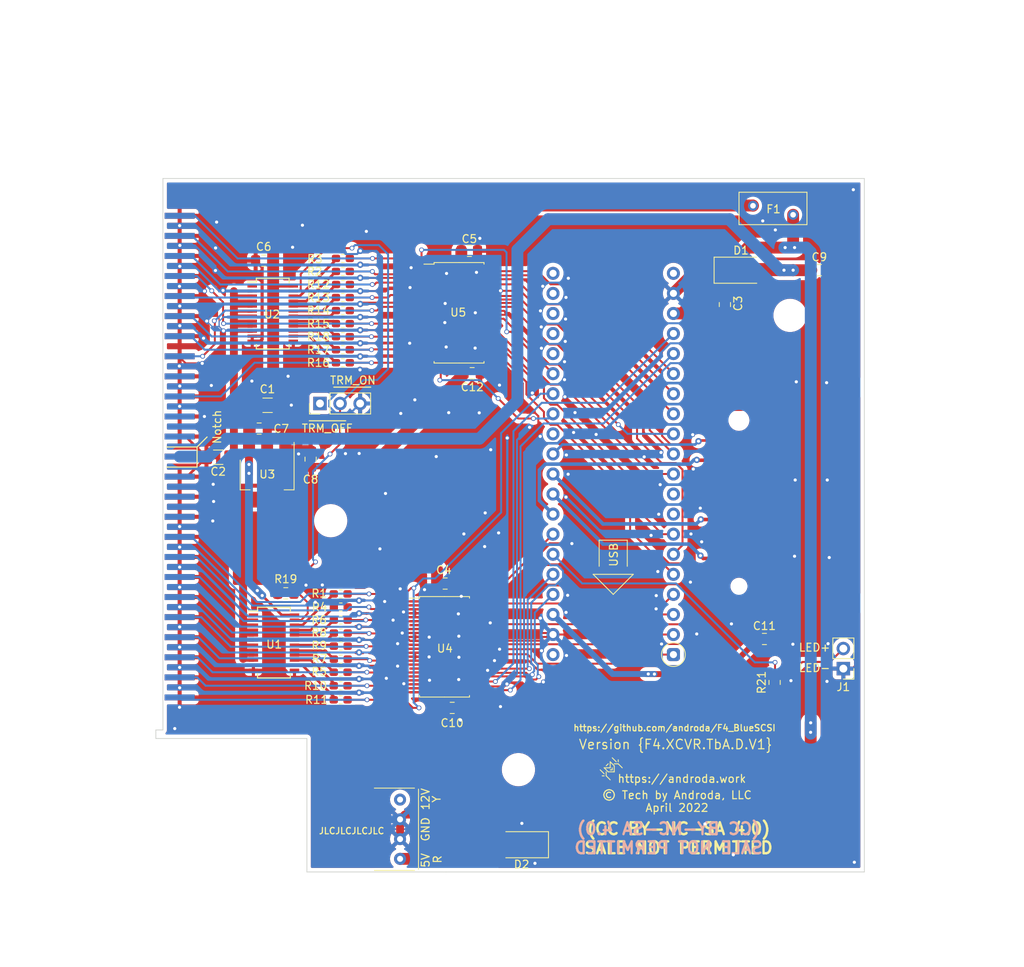
<source format=kicad_pcb>
(kicad_pcb (version 20211014) (generator pcbnew)
  (layers (0 "F.Cu" signal) (31 "B.Cu" signal) (34 "B.Paste" user) (35 "F.Paste" user) (36 "B.SilkS" user "B.Silkscreen") (37 "F.SilkS" user "F.Silkscreen") (38 "B.Mask" user) (39 "F.Mask" user) (44 "Edge.Cuts" user))
  (net 0 "")
  (net 1 "GND")
  (net 2 "+2V8")
  (net 3 "+5V")
  (net 4 "Net-(BP1-Pad20)")
  (net 5 "Net-(BP1-Pad21)")
  (net 6 "Net-(BP1-Pad22)")
  (net 7 "Net-(BP1-Pad23)")
  (net 8 "Net-(BP1-Pad25)")
  (net 9 "SD_CS")
  (net 10 "SD_CLK")
  (net 11 "SD_MISO")
  (net 12 "SD_MOSI")
  (net 13 "ATN")
  (net 14 "BSY")
  (net 15 "DBP")
  (net 16 "ACK")
  (net 17 "RST")
  (net 18 "MSG")
  (net 19 "SEL")
  (net 20 "CD")
  (net 21 "REQ")
  (net 22 "IO")
  (net 23 "DB7")
  (net 24 "DB6")
  (net 25 "DB5")
  (net 26 "DB4")
  (net 27 "DB3")
  (net 28 "DB2")
  (net 29 "DB1")
  (net 30 "DB0")
  (net 31 "+3V3")
  (net 32 "Net-(R1-Pad1)")
  (net 33 "Net-(R4-Pad1)")
  (net 34 "Net-(R5-Pad1)")
  (net 35 "Net-(R6-Pad1)")
  (net 36 "Net-(R7-Pad1)")
  (net 37 "Net-(R8-Pad1)")
  (net 38 "Net-(R9-Pad1)")
  (net 39 "Net-(U2-Pad1)")
  (net 40 "+5VP")
  (net 41 "Net-(BP1-Pad40)")
  (net 42 "+5F")
  (net 43 "Net-(BP1-Pad29)")
  (net 44 "DB4T")
  (net 45 "DB5T")
  (net 46 "DB6T")
  (net 47 "DB7T")
  (net 48 "ATNT")
  (net 49 "BSYT")
  (net 50 "ACKT")
  (net 51 "DBPT")
  (net 52 "RSTT")
  (net 53 "MSGT")
  (net 54 "SELT")
  (net 55 "CDT")
  (net 56 "REQT")
  (net 57 "IOT")
  (net 58 "DB0T")
  (net 59 "DB1T")
  (net 60 "DB3T")
  (net 61 "DB2T")
  (net 62 "Net-(J3-Pad20)")
  (net 63 "Net-(J3-Pad22)")
  (net 64 "Net-(J3-Pad24)")
  (net 65 "Net-(J3-Pad25)")
  (net 66 "Net-(J3-Pad28)")
  (net 67 "Net-(J3-Pad30)")
  (net 68 "Net-(J3-Pad34)")
  (net 69 "Net-(J4-Pad4)")
  (net 70 "Net-(R10-Pad1)")
  (net 71 "Net-(R11-Pad1)")
  (net 72 "Net-(U1-Pad1)")
  (net 73 "Net-(R2-Pad1)")
  (net 74 "Net-(R3-Pad1)")
  (net 75 "Net-(R12-Pad2)")
  (net 76 "Net-(R13-Pad2)")
  (net 77 "Net-(R14-Pad2)")
  (net 78 "Net-(R15-Pad2)")
  (net 79 "Net-(R16-Pad2)")
  (net 80 "Net-(R17-Pad2)")
  (net 81 "Net-(R18-Pad2)")
  (net 82 "Net-(BP1-Pad8)")
  (net 83 "Net-(J1-Pad2)")
  (net 84 "Net-(BP1-Pad9)")
  (net 85 "Net-(BP1-Pad35)")
  (net 86 "BP_TATr")
  (net 87 "DBPTr")
  (net 88 "BP_INTr")
  (net 89 "Net-(D2-Pad2)")
  (net 90 "Net-(SD1-Pad11)")
  (net 91 "Net-(SD1-Pad3)")
  (net 92 "Net-(SD1-Pad2)")
  (net 93 "Net-(SD1-Pad1)")
  (net 94 "Net-(BP1-Pad24)")
  (net 95 "Net-(J2-Pad2)")
  (net 96 "Net-(J2-Pad1)")
  (footprint "CustomFootprints:SCSI50_EdgeConn" (layer "F.Cu") (at 107.01782 58.36412)
    (fp_text reference "J3" hide)
    (fp_text value "SCSI_50Pin")
  )
  (footprint "Resistor_SMD:R_0603_1608Metric_Pad1.05x0.95mm_HandSolder" (layer "F.Cu") (at 127.41278 119.68988)
    (fp_text reference "R6")
    (fp_text value "R")
  )
  (footprint "Resistor_SMD:R_0603_1608Metric_Pad1.05x0.95mm_HandSolder" (layer "F.Cu") (at 127.41278 118.03888)
    (fp_text reference "R4")
    (fp_text value "R")
  )
  (footprint "Resistor_SMD:R_0603_1608Metric_Pad1.05x0.95mm_HandSolder" (layer "F.Cu") (at 127.39878 126.29388)
    (fp_text reference "R5")
    (fp_text value "R")
  )
  (footprint "Resistor_SMD:R_0603_1608Metric_Pad1.05x0.95mm_HandSolder" (layer "F.Cu") (at 127.39878 128.00838)
    (fp_text reference "R10")
    (fp_text value "R")
  )
  (footprint "Resistor_SMD:R_0603_1608Metric_Pad1.05x0.95mm_HandSolder" (layer "F.Cu") (at 127.41278 124.64288)
    (fp_text reference "R7")
    (fp_text value "R")
  )
  (footprint "Resistor_SMD:R_0603_1608Metric_Pad1.05x0.95mm_HandSolder" (layer "F.Cu") (at 127.41278 121.34088)
    (fp_text reference "R8")
    (fp_text value "R")
  )
  (footprint "Resistor_SMD:R_0603_1608Metric_Pad1.05x0.95mm_HandSolder" (layer "F.Cu") (at 127.39878 116.38788)
    (fp_text reference "R1")
    (fp_text value "R")
  )
  (footprint "Resistor_SMD:R_0603_1608Metric_Pad1.05x0.95mm_HandSolder" (layer "F.Cu") (at 127.39878 129.78638)
    (fp_text reference "R11")
    (fp_text value "R")
  )
  (footprint "Resistor_SMD:R_0603_1608Metric_Pad1.05x0.95mm_HandSolder" (layer "F.Cu") (at 127.41278 122.99188)
    (fp_text reference "R9")
    (fp_text value "R")
  )
  (footprint "CustomFootprints:BergFloppy_RightAngle" (layer "F.Cu") (at 140.04418 146.17446 -90)
    (fp_text reference "J4" hide)
    (fp_text value "BergFloppy")
  )
  (footprint "MountingHole:MountingHole_3.2mm_M3" (layer "F.Cu") (at 149.90064 138.62812)
    (fp_text reference "REF**" hide)
    (fp_text value "MountingHole_3.2mm_M3")
  )
  (footprint "MountingHole:MountingHole_3.2mm_M3" (layer "F.Cu") (at 126.13894 107.11688)
    (fp_text reference "REF**" hide)
    (fp_text value "MountingHole_3.2mm_M3")
  )
  (footprint "MountingHole:MountingHole_3.2mm_M3" (layer "F.Cu") (at 184.27954 81.1276)
    (fp_text reference "REF**" hide)
    (fp_text value "MountingHole_3.2mm_M3")
  )
  (footprint "Capacitor_SMD:C_1206_3216Metric_Pad1.42x1.75mm_HandSolder" (layer "F.Cu") (at 118.15158 92.5068)
    (fp_text reference "C1")
    (fp_text value "20uF")
  )
  (footprint "Capacitor_SMD:C_1206_3216Metric_Pad1.42x1.75mm_HandSolder" (layer "F.Cu") (at 111.89876 99.08286 180)
    (fp_text reference "C2")
    (fp_text value "20uF")
  )
  (footprint "Resistor_SMD:R_0603_1608Metric_Pad1.05x0.95mm_HandSolder" (layer "F.Cu") (at 127.67942 73.91654)
    (fp_text reference "R3")
    (fp_text value "R")
  )
  (footprint "Resistor_SMD:R_0603_1608Metric_Pad1.05x0.95mm_HandSolder" (layer "F.Cu") (at 127.67942 75.56754)
    (fp_text reference "R2")
    (fp_text value "R")
  )
  (footprint "Resistor_SMD:R_0603_1608Metric_Pad1.05x0.95mm_HandSolder" (layer "F.Cu") (at 127.67942 83.82254 180)
    (fp_text reference "R18")
    (fp_text value "R")
  )
  (footprint "Resistor_SMD:R_0603_1608Metric_Pad1.05x0.95mm_HandSolder" (layer "F.Cu") (at 127.67942 85.47354 180)
    (fp_text reference "R17")
    (fp_text value "R")
  )
  (footprint "Resistor_SMD:R_0603_1608Metric_Pad1.05x0.95mm_HandSolder" (layer "F.Cu") (at 127.67942 87.12454 180)
    (fp_text reference "R16")
    (fp_text value "R")
  )
  (footprint "Resistor_SMD:R_0603_1608Metric_Pad1.05x0.95mm_HandSolder" (layer "F.Cu") (at 127.67942 82.17154 180)
    (fp_text reference "R15")
    (fp_text value "R")
  )
  (footprint "Resistor_SMD:R_0603_1608Metric_Pad1.05x0.95mm_HandSolder" (layer "F.Cu") (at 127.67942 80.52054 180)
    (fp_text reference "R14")
    (fp_text value "R")
  )
  (footprint "Resistor_SMD:R_0603_1608Metric_Pad1.05x0.95mm_HandSolder" (layer "F.Cu") (at 127.67942 78.86954 180)
    (fp_text reference "R13")
    (fp_text value "R")
  )
  (footprint "Resistor_SMD:R_0603_1608Metric_Pad1.05x0.95mm_HandSolder" (layer "F.Cu") (at 127.69342 77.21854 180)
    (fp_text reference "R12")
    (fp_text value "R")
  )
  (footprint "Package_TO_SOT_SMD:SOT-223-3_TabPin2" (layer "F.Cu") (at 118.09322 101.29692 -90)
    (fp_text reference "U3")
    (fp_text value "AMS1117CD-2.85")
  )
  (footprint "Package_SO:SSOP-24_3.9x8.7mm_P0.635mm" (layer "F.Cu") (at 118.80342 80.90154)
    (fp_text reference "U2")
    (fp_text value "SN74CBTD3861DBQR")
  )
  (footprint "Package_SO:SSOP-24_3.9x8.7mm_P0.635mm" (layer "F.Cu") (at 118.95328 122.54738)
    (fp_text reference "U1")
    (fp_text value "SN74CBTD3861DBQR")
  )
  (footprint "CustomFootprints:Fuse_BelFuse_0ZRE0005FF_L8.3mm_W3.8mm" (layer "F.Cu") (at 184.6707 68.39204 180)
    (fp_text reference "F1")
    (fp_text value "Polyfuse")
  )
  (footprint "Capacitor_SMD:C_0805_2012Metric_Pad1.15x1.40mm_HandSolder" (layer "F.Cu") (at 176.0347 79.75854 -90)
    (fp_text reference "C3")
    (fp_text value "4.7uF")
  )
  (footprint "CustomFootprints:SpaceshipBug" (layer "F.Cu") (at 161.2646 135.34898)
    (fp_text reference "REF**" hide)
    (fp_text value "SpaceshipBug" hide)
  )
  (footprint "CustomFootprints:BluePillModule" (layer "F.Cu") (at 161.8996 126.60376 180)
    (fp_text reference "BP1" hide)
    (fp_text value "BlackSCSI")
  )
  (footprint "Package_SO:TSSOP-48_6.1x12.5mm_P0.5mm" (layer "F.Cu") (at 140.54484 123.08072)
    (fp_text reference "U4")
    (fp_text value "SN74ALVTH162245VR")
  )
  (footprint "Package_SO:TSSOP-48_6.1x12.5mm_P0.5mm" (layer "F.Cu") (at 142.38732 80.80248)
    (fp_text reference "U5")
    (fp_text value "SN74ALVTH162245VR")
  )
  (footprint "Capacitor_SMD:C_0805_2012Metric_Pad1.15x1.40mm_HandSolder" (layer "F.Cu") (at 140.62572 115.07216)
    (fp_text reference "C4")
    (fp_text value "0.1uF")
  )
  (footprint "Capacitor_SMD:C_0805_2012Metric_Pad1.15x1.40mm_HandSolder" (layer "F.Cu") (at 143.69658 72.95388)
    (fp_text reference "C5")
    (fp_text value "0.1uF")
  )
  (footprint "Resistor_SMD:R_0805_2012Metric_Pad1.15x1.40mm_HandSolder" (layer "F.Cu") (at 120.45304 116.30406 180)
    (fp_text reference "R19")
    (fp_text value "5k+")
  )
  (footprint "Connector_PinHeader_2.54mm:PinHeader_1x02_P2.54mm_Vertical" (layer "F.Cu") (at 191.02832 125.839219 180)
    (fp_text reference "J1")
    (fp_text value "Conn_01x02_Male")
  )
  (footprint "Resistor_SMD:R_0805_2012Metric_Pad1.15x1.40mm_HandSolder" (layer "F.Cu") (at 182.32882 127.588119 90)
    (fp_text reference "R21")
    (fp_text value "R")
  )
  (footprint "Capacitor_SMD:C_0805_2012Metric_Pad1.15x1.40mm_HandSolder" (layer "F.Cu") (at 117.66042 74.2061 180)
    (fp_text reference "C6")
    (fp_text value "0.1uF")
  )
  (footprint "Capacitor_SMD:C_0805_2012Metric_Pad1.15x1.40mm_HandSolder" (layer "F.Cu") (at 117.085001 95.45574)
    (fp_text reference "C7")
    (fp_text value "0.1uF")
  )
  (footprint "Capacitor_SMD:C_0805_2012Metric_Pad1.15x1.40mm_HandSolder" (layer "F.Cu") (at 123.5964 99.32808 90)
    (fp_text reference "C8")
    (fp_text value "0.1uF")
  )
  (footprint "Capacitor_SMD:C_0805_2012Metric_Pad1.15x1.40mm_HandSolder" (layer "F.Cu") (at 187.99048 75.3999)
    (fp_text reference "C9")
    (fp_text value "4.7uF")
  )
  (footprint "Capacitor_SMD:C_0805_2012Metric_Pad1.15x1.40mm_HandSolder" (layer "F.Cu") (at 141.5198 130.81)
    (fp_text reference "C10")
    (fp_text value "4.7uF")
  )
  (footprint "Capacitor_SMD:C_0805_2012Metric_Pad1.15x1.40mm_HandSolder" (layer "F.Cu") (at 181.03712 122.08764)
    (fp_text reference "C11")
    (fp_text value "4.7uF")
  )
  (footprint "CustomFootprints:SOFNG_SD-001" (layer "F.Cu") (at 167.39108 109.74578 90)
    (fp_text reference "SD1" hide)
    (fp_text value "SOFNG_SD-001")
  )
  (footprint "Diode_SMD:D_SMA" (layer "F.Cu") (at 178.07076 75.41006)
    (fp_text reference "D1")
    (fp_text value "D")
  )
  (footprint "Diode_SMD:D_SMA" (layer "F.Cu") (at 150.30196 148.13026 180)
    (fp_text reference "D2")
    (fp_text value "D")
  )
  (footprint "Connector_PinHeader_2.54mm:PinHeader_1x03_P2.54mm_Vertical" (layer "F.Cu") (at 124.78004 92.28074 90)
    (fp_text reference "J2" hide)
    (fp_text value "Conn_01x03_Male")
  )
  (footprint "Capacitor_SMD:C_0805_2012Metric_Pad1.15x1.40mm_HandSolder" (layer "F.Cu") (at 144.04202 88.44788)
    (fp_text reference "C12")
    (fp_text value "4.7uF")
  )
  (gr_line (start 109.22 97.79) (end 109.22 100.33) (layer "F.SilkS") (width 0.15))
  (gr_line (start 105.41 97.79) (end 109.22 97.79) (layer "F.SilkS") (width 0.15))
  (gr_line (start 109.22 100.33) (end 105.41 100.33) (layer "F.SilkS") (width 0.15))
  (gr_line (start 109.22 97.79) (end 110.49 96.52) (layer "F.SilkS") (width 0.15))
  (gr_line (start 123.4313 94.47022) (end 128.03632 94.47022) (layer "F.SilkS") (width 0.15))
  (gr_line (start 126.53264 90.21064) (end 131.20116 90.21064) (layer "F.SilkS") (width 0.15))
  (gr_line (start 104.9 63.79972) (end 193.68516 63.79972) (layer "Edge.Cuts") (width 0.1))
  (gr_line (start 193.68516 151.5745) (end 193.68516 63.79972) (layer "Edge.Cuts") (width 0.1))
  (gr_line (start 123.12142 151.5745) (end 140.716 151.5745) (layer "Edge.Cuts") (width 0.1))
  (gr_line (start 104.00284 133.60146) (end 104.00284 134.68604) (layer "Edge.Cuts") (width 0.1))
  (gr_line (start 193.68516 151.5745) (end 140.716 151.5745) (layer "Edge.Cuts") (width 0.1))
  (gr_line (start 123.12142 134.68604) (end 123.12142 151.5745) (layer "Edge.Cuts") (width 0.1))
  (gr_line (start 104.89946 133.60146) (end 104.9 63.79972) (layer "Edge.Cuts") (width 0.1))
  (gr_line (start 104.00284 134.68604) (end 123.12142 134.68604) (layer "Edge.Cuts") (width 0.1))
  (gr_line (start 104.89946 133.60146) (end 104.00284 133.60146) (layer "Edge.Cuts") (width 0.1))
  (gr_text "(CC BY-NC-SA 4.0)\nSALE NOT PERMITTED" (at 168.91 147.32) (layer "B.SilkS") (effects (font (size 1.5 1.5) (thickness 0.3)) (justify mirror)))
  (gr_text "TRM_ON" (at 128.9431 89.34958) (layer "F.SilkS") (effects (font (size 1 1))))
  (gr_text "(CC BY-NC-SA 4.0)\nSALE NOT PERMITTED" (at 170.18 147.32) (layer "F.SilkS") (effects (font (size 1.5 1.5) (thickness 0.3))))
  (gr_text "Notch" (at 111.76 95.25 90) (layer "F.SilkS") (effects (font (size 1 1))))
  (gr_text "LED+" (at 187.38088 123.16968) (layer "F.SilkS") (effects (font (size 1 1))))
  (gr_text "https://github.com/androda/F4_BlueSCSI" (at 169.65676 133.35) (layer "F.SilkS") (effects (font (size 0.8 0.8))))
  (gr_text "JLCJLCJLCJLC" (at 128.78308 146.38274) (layer "F.SilkS") (effects (font (size 0.8 0.8))))
  (gr_text "Version {F4.XCVR.TbA.D.V1}" (at 169.78376 135.43534) (layer "F.SilkS") (effects (font (size 1.2 1.2))))
  (gr_text "LED-" (at 187.38088 125.7554) (layer "F.SilkS") (effects (font (size 1 1))))
  (gr_text "© Tech by Androda, LLC\nApril 2022" (at 169.97172 142.65402) (layer "F.SilkS") (effects (font (size 1 1))))
  (gr_text "https://androda.work" (at 170.5864 139.77874) (layer "F.SilkS") (effects (font (size 1 1))))
  (gr_text "TRM_OFF" (at 125.69952 95.4278) (layer "F.SilkS") (effects (font (size 1 1))))
  (segment (start 136.17956 77.60462) (end 136.17956 77.60462) (width 0.25) (layer "F.Cu") (net 1))
  (segment (start 136.13384 84.65312) (end 136.13384 84.65312) (width 0.25) (layer "F.Cu") (net 1))
  (segment (start 144.75968 75.05954) (end 144.75968 76.0603) (width 0.4) (layer "F.Cu") (net 1))
  (segment (start 144.615461 87.154459) (end 144.615461 87.878359) (width 0.4) (layer "F.Cu") (net 1))
  (segment (start 125.82652 88.93302) (end 128.06645 88.93302) (width 0.25) (layer "F.Cu") (net 1))
  (segment (start 125.57252 88.93302) (end 125.82652 88.93302) (width 0.25) (layer "F.Cu") (net 1))
  (segment (start 110.57128 81.85404) (end 110.57128 81.85404) (width 0.25) (layer "F.Cu") (net 1))
  (segment (start 112.56264 83.07578) (end 112.56264 83.07578) (width 0.25) (layer "F.Cu") (net 1))
  (segment (start 110.16742 78.05674) (end 110.19028 78.03388) (width 0.25) (layer "F.Cu") (net 1))
  (segment (start 109.87786 87.20074) (end 109.87786 87.20074) (width 0.25) (layer "F.Cu") (net 1))
  (segment (start 110.04042 84.02066) (end 110.04042 84.02066) (width 0.25) (layer "F.Cu") (net 1))
  (segment (start 110.15218 93.92412) (end 110.16488 93.92412) (width 0.25) (layer "F.Cu") (net 1))
  (segment (start 111.6965 69.32168) (end 111.6965 69.32168) (width 0.25) (layer "F.Cu") (net 1))
  (segment (start 111.56696 72.5932) (end 111.56696 72.5932) (width 0.25) (layer "F.Cu") (net 1))
  (segment (start 111.55172 75.44816) (end 111.55172 75.44816) (width 0.25) (layer "F.Cu") (net 1))
  (segment (start 112.5093 77.96784) (end 112.5093 77.96784) (width 0.25) (layer "F.Cu") (net 1))
  (segment (start 107.01782 110.45698) (end 107.01782 110.45698) (width 0.25) (layer "F.Cu") (net 1))
  (segment (start 107.01782 110.45698) (end 107.01782 107.86618) (width 0.25) (layer "F.Cu") (net 1))
  (segment (start 107.01782 112.9919) (end 107.01782 110.45698) (width 0.25) (layer "F.Cu") (net 1))
  (segment (start 107.01782 115.5319) (end 107.01782 112.9919) (width 0.25) (layer "F.Cu") (net 1))
  (segment (start 107.01782 118.03126) (end 107.01782 115.5319) (width 0.25) (layer "F.Cu") (net 1))
  (segment (start 107.01782 120.5611) (end 107.01782 118.03126) (width 0.25) (layer "F.Cu") (net 1))
  (segment (start 107.01782 123.11888) (end 107.01782 120.5611) (width 0.25) (layer "F.Cu") (net 1))
  (segment (start 107.01782 125.68428) (end 107.01782 123.11888) (width 0.25) (layer "F.Cu") (net 1))
  (segment (start 107.01782 128.26492) (end 107.01782 125.68428) (width 0.25) (layer "F.Cu") (net 1))
  (segment (start 171.96181 96.22917) (end 172.52696 95.66402) (width 0.33) (layer "F.Cu") (net 1))
  (segment (start 172.03547 100.58019) (end 171.32046 99.86518) (width 0.33) (layer "F.Cu") (net 1))
  (segment (start 172.91304 108.2167) (end 172.91304 108.2167) (width 0.33) (layer "F.Cu") (net 1))
  (segment (start 172.99432 110.43412) (end 172.99432 110.43412) (width 0.33) (layer "F.Cu") (net 1))
  (segment (start 151.31034 95.29318) (end 151.4348 95.16872) (width 0.25) (layer "F.Cu") (net 1))
  (segment (start 148.4884 96.647) (end 149.95652 96.647) (width 0.25) (layer "F.Cu") (net 1))
  (segment (start 151.1681 97.80524) (end 151.1681 97.80524) (width 0.25) (layer "F.Cu") (net 1))
  (segment (start 147.62734 130.64998) (end 148.05406 130.64998) (width 0.25) (layer "F.Cu") (net 1))
  (segment (start 153.12517 127.55499) (end 153.16708 127.51308) (width 0.25) (layer "F.Cu") (net 1))
  (segment (start 142.71752 123.12396) (end 142.64132 123.04776) (width 0.25) (layer "F.Cu") (net 1))
  (segment (start 139.94892 79.52232) (end 139.94892 79.52232) (width 0.25) (layer "F.Cu") (net 1))
  (segment (start 140.26642 74.73696) (end 140.26642 74.73696) (width 0.25) (layer "F.Cu") (net 1))
  (segment (start 144.94002 93.46184) (end 144.94002 93.46184) (width 0.25) (layer "F.Cu") (net 1))
  (segment (start 122.12066 98.30308) (end 120.54938 98.30308) (width 1.5) (layer "F.Cu") (net 1))
  (segment (start 121.18848 92.5068) (end 119.63908 92.5068) (width 0.25) (layer "F.Cu") (net 1))
  (segment (start 180.82514 69.16928) (end 179.27574 70.71868) (width 1.5) (layer "F.Cu") (net 1))
  (segment (start 174.51578 70.71868) (end 174.40402 70.71868) (width 1.5) (layer "F.Cu") (net 1))
  (segment (start 156.665919 110.013761) (end 156.665919 110.013761) (width 0.33) (layer "F.Cu") (net 1))
  (segment (start 184.9323 101.96578) (end 188.99122 101.96578) (width 1.5) (layer "F.Cu") (net 1))
  (segment (start 188.99122 101.96578) (end 190.6321 101.96578) (width 1.5) (layer "F.Cu") (net 1))
  (segment (start 156.8831 95.9485) (end 156.82976 95.89516) (width 0.25) (layer "F.Cu") (net 1))
  (segment (start 151.6634 90.94724) (end 151.6634 91.1733) (width 0.25) (layer "F.Cu") (net 1))
  (segment (start 152.81148 85.28304) (end 152.81148 85.28304) (width 0.25) (layer "F.Cu") (net 1))
  (segment (start 152.79116 82.5881) (end 152.79116 82.5881) (width 0.25) (layer "F.Cu") (net 1))
  (segment (start 152.98166 77.44206) (end 152.98166 77.44206) (width 0.25) (layer "F.Cu") (net 1))
  (segment (start 138.46022 124.33072) (end 138.46022 124.33072) (width 0.25) (layer "F.Cu") (net 1))
  (segment (start 148.44014 127.78232) (end 148.44014 127.78232) (width 0.25) (layer "F.Cu") (net 1))
  (segment (start 107.01782 107.86618) (end 107.01782 101.54412) (width 0.25) (layer "F.Cu") (net 1))
  (segment (start 166.21252 108.8898) (end 164.82314 107.50042) (width 0.25) (layer "F.Cu") (net 1))
  (segment (start 144.5895 75.68184) (end 144.5895 74.7903) (width 0.25) (layer "F.Cu") (net 1))
  (segment (start 145.55797 79.57747) (end 144.59023 79.57747) (width 0.25) (layer "F.Cu") (net 1))
  (segment (start 138.67482 80.55248) (end 136.98716 80.55248) (width 0.25) (layer "F.Cu") (net 1))
  (segment (start 134.16026 79.52232) (end 130.04038 79.52232) (width 0.25) (layer "F.Cu") (net 1))
  (segment (start 137.22274 122.33072) (end 137.2423 122.31116) (width 0.25) (layer "F.Cu") (net 1))
  (segment (start 135.80898 124.33072) (end 135.40512 124.33072) (width 0.25) (layer "F.Cu") (net 1))
  (segment (start 148.515821 115.293759) (end 148.566241 115.293759) (width 0.25) (layer "F.Cu") (net 1))
  (segment (start 123.5964 98.30308) (end 122.12066 98.30308) (width 1.5) (layer "F.Cu") (net 1))
  (segment (start 149.270821 115.253759) (end 157.020281 115.253759) (width 0.33) (layer "F.Cu") (net 1))
  (segment (start 144.74462 86.05248) (end 144.615461 86.181639) (width 0.25) (layer "F.Cu") (net 1))
  (segment (start 149.72538 79.52232) (end 149.81682 79.61376) (width 0.25) (layer "F.Cu") (net 1))
  (segment (start 144.32011 118.30573) (end 145.43404 118.30573) (width 0.25) (layer "F.Cu") (net 1))
  (segment (start 152.29332 76.55814) (end 152.51938 76.7842) (width 0.25) (layer "F.Cu") (net 1))
  (segment (start 144.25734 123.83072) (end 145.87538 123.83072) (width 0.25) (layer "F.Cu") (net 1))
  (segment (start 144.25734 124.83072) (end 146.86546 124.83072) (width 0.25) (layer "F.Cu") (net 1))
  (segment (start 148.566241 115.293759) (end 148.868781 115.293759) (width 0.25) (layer "F.Cu") (net 1))
  (segment (start 134.60984 122.682) (end 132.237594 122.682) (width 0.25) (layer "F.Cu") (net 1))
  (segment (start 137.1285 119.33072) (end 137.15349 119.35571) (width 0.25) (layer "F.Cu") (net 1))
  (segment (start 174.584078 117.55578) (end 176.81108 117.55578) (width 0.33) (layer "F.Cu") (net 1))
  (segment (start 137.15349 119.35571) (end 138.48191 119.35571) (width 0.25) (layer "F.Cu") (net 1))
  (segment (start 107.01782 129.48412) (end 107.01782 128.26492) (width 0.25) (layer "F.Cu") (net 1))
  (segment (start 179.27574 70.71868) (end 174.51578 70.71868) (width 1.5) (layer "F.Cu") (net 1))
  (segment (start 190.6321 101.96578) (end 191.31108 102.64476) (width 1.5) (layer "F.Cu") (net 1))
  (segment (start 150.880638 126.37516) (end 151.104158 126.59868) (width 0.25) (layer "F.Cu") (net 1))
  (segment (start 138.78668 80.55248) (end 138.79284 80.55864) (width 0.25) (layer "F.Cu") (net 1))
  (segment (start 129.87274 84.65312) (end 136.13384 84.65312) (width 0.25) (layer "F.Cu") (net 1))
  (segment (start 130.640262 120.54586) (end 129.7305 120.54586) (width 0.25) (layer "F.Cu") (net 1))
  (segment (start 138.67482 85.05248) (end 140.32034 85.05248) (width 0.25) (layer "F.Cu") (net 1))
  (segment (start 120.39322 93.26094) (end 120.39322 98.14692) (width 1.5) (layer "F.Cu") (net 1))
  (segment (start 145.28392 115.77066) (end 141.44498 115.77066) (width 0.25) (layer "F.Cu") (net 1))
  (segment (start 133.44398 118.85422) (end 133.4516 118.85422) (width 0.25) (layer "F.Cu") (net 1))
  (segment (start 134.6301 79.05248) (end 134.16026 79.52232) (width 0.25) (layer "F.Cu") (net 1))
  (segment (start 131.09702 120.56618) (end 130.660582 120.56618) (width 0.25) (layer "F.Cu") (net 1))
  (segment (start 170.653059 112.513761) (end 168.967599 112.513761) (width 0.25) (layer "F.Cu") (net 1))
  (segment (start 172.04944 110.43412) (end 171.06138 111.42218) (width 0.25) (layer "F.Cu") (net 1))
  (segment (start 146.21392 118.468891) (end 145.833671 118.84914) (width 0.25) (layer "F.Cu") (net 1))
  (segment (start 134.79737 120.93913) (end 132.27261 120.93913) (width 0.25) (layer "F.Cu") (net 1))
  (segment (start 146.21392 118.31066) (end 146.21392 118.468891) (width 0.25) (layer "F.Cu") (net 1))
  (segment (start 140.17848 84.55248) (end 140.7541 85.1281) (width 0.25) (layer "F.Cu") (net 1))
  (segment (start 136.83234 124.33072) (end 135.80898 124.33072) (width 0.25) (layer "F.Cu") (net 1))
  (segment (start 131.89966 120.56618) (end 131.09702 120.56618) (width 0.25) (layer "F.Cu") (net 1))
  (segment (start 144.29512 118.33072) (end 144.32011 118.30573) (width 0.25) (layer "F.Cu") (net 1))
  (segment (start 129.7305 125.4887) (end 131.08686 125.4887) (width 0.25) (layer "F.Cu") (net 1))
  (segment (start 140.5709 82.05248) (end 140.58392 82.03946) (width 0.25) (layer "F.Cu") (net 1))
  (segment (start 148.68964 76.55248) (end 149.83518 76.55248) (width 0.25) (layer "F.Cu") (net 1))
  (segment (start 136.18896 122.33072) (end 135.19404 121.3358) (width 0.25) (layer "F.Cu") (net 1))
  (segment (start 147.51018 82.05248) (end 147.74926 82.29156) (width 0.25) (layer "F.Cu") (net 1))
  (segment (start 135.19912 121.33072) (end 135.19404 121.3358) (width 0.25) (layer "F.Cu") (net 1))
  (segment (start 144.25734 124.33072) (end 145.83944 124.33072) (width 0.25) (layer "F.Cu") (net 1))
  (segment (start 131.85648 118.85422) (end 133.44398 118.85422) (width 0.25) (layer "F.Cu") (net 1))
  (segment (start 125.40234 113.42624) (end 123.9139 114.91468) (width 0.25) (layer "F.Cu") (net 1))
  (segment (start 172.570056 110.43412) (end 172.175979 110.828197) (width 0.33) (layer "F.Cu") (net 1))
  (segment (start 130.660582 120.56618) (end 129.75082 120.56618) (width 0.25) (layer "F.Cu") (net 1))
  (segment (start 174.40402 70.71868) (end 174.40402 69.29628) (width 1.5) (layer "F.Cu") (net 1))
  (segment (start 129.7305 122.20702) (end 130.32373 122.20702) (width 0.25) (layer "F.Cu") (net 1))
  (segment (start 170.74388 97.4471) (end 169.140938 97.4471) (width 0.25) (layer "F.Cu") (net 1))
  (segment (start 138.67482 86.05248) (end 140.55616 86.05248) (width 0.25) (layer "F.Cu") (net 1))
  (segment (start 145.9992 126.05766) (end 146.3167 126.37516) (width 0.25) (layer "F.Cu") (net 1))
  (segment (start 107.01782 83.76412) (end 109.78388 83.76412) (width 0.25) (layer "F.Cu") (net 1))
  (segment (start 136.83234 121.33072) (end 135.19912 121.33072) (width 0.25) (layer "F.Cu") (net 1))
  (segment (start 116.63542 74.2061) (end 113.17986 74.2061) (width 0.142) (layer "F.Cu") (net 1))
  (segment (start 129.86004 92.28074) (end 129.86004 90.72661) (width 0.25) (layer "F.Cu") (net 1))
  (segment (start 129.87274 86.32444) (end 132.24002 86.32444) (width 0.25) (layer "F.Cu") (net 1))
  (segment (start 144.25734 124.33072) (end 142.4404 124.33072) (width 0.25) (layer "F.Cu") (net 1))
  (segment (start 107.01782 71.06412) (end 110.03788 71.06412) (width 0.25) (layer "F.Cu") (net 1))
  (segment (start 130.04038 79.52232) (end 129.87274 79.68996) (width 0.25) (layer "F.Cu") (net 1))
  (segment (start 116.20342 84.39404) (end 117.21592 84.39404) (width 0.4) (layer "F.Cu") (net 1))
  (segment (start 148.4543 81.05248) (end 148.51761 80.98917) (width 0.25) (layer "F.Cu") (net 1))
  (segment (start 146.09982 82.55248) (end 144.68354 82.55248) (width 0.25) (layer "F.Cu") (net 1))
  (segment (start 144.5895 74.7903) (end 145.13814 74.24166) (width 0.25) (layer "F.Cu") (net 1))
  (segment (start 153.868397 110.013761) (end 156.665919 110.013761) (width 0.33) (layer "F.Cu") (net 1))
  (segment (start 116.35328 126.03988) (end 114.72926 126.03988) (width 0.25) (layer "F.Cu") (net 1))
  (segment (start 137.18794 127.84074) (end 138.33602 127.84074) (width 0.25) (layer "F.Cu") (net 1))
  (segment (start 146.09982 79.55248) (end 145.58296 79.55248) (width 0.25) (layer "F.Cu") (net 1))
  (segment (start 170.64736 94.91472) (end 168.5417 94.91472) (width 0.25) (layer "F.Cu") (net 1))
  (segment (start 136.01598 119.33072) (end 135.35406 118.6688) (width 0.25) (layer "F.Cu") (net 1))
  (segment (start 151.6634 89.18081) (end 151.6634 90.57894) (width 0.25) (layer "F.Cu") (net 1))
  (segment (start 170.62958 122.72518) (end 171.46524 123.56084) (width 0.25) (layer "F.Cu") (net 1))
  (segment (start 171.96181 96.22917) (end 170.64736 94.91472) (width 0.25) (layer "F.Cu") (net 1))
  (segment (start 171.82592 107.12958) (end 171.82592 100.78974) (width 0.33) (layer "F.Cu") (net 1))
  (segment (start 138.67482 81.05248) (end 138.57116 81.05248) (width 0.25) (layer "F.Cu") (net 1))
  (segment (start 138.67482 79.05248) (end 140.31728 79.05248) (width 0.25) (layer "F.Cu") (net 1))
  (segment (start 144.94002 90.73642) (end 144.94002 93.46184) (width 0.25) (layer "F.Cu") (net 1))
  (segment (start 148.4884 96.647) (end 150.00986 96.647) (width 0.25) (layer "F.Cu") (net 1))
  (segment (start 136.83234 127.83072) (end 137.17792 127.83072) (width 0.25) (layer "F.Cu") (net 1))
  (segment (start 132.18618 120.56618) (end 132.4 120.78) (width 0.25) (layer "F.Cu") (net 1))
  (segment (start 153.6827 122.12066) (end 154.2796 121.52376) (width 0.25) (layer "F.Cu") (net 1))
  (segment (start 138.67482 79.55248) (end 138.59034 79.55248) (width 0.25) (layer "F.Cu") (net 1))
  (segment (start 129.7305 120.54586) (end 130.65506 120.54586) (width 0.25) (layer "F.Cu") (net 1))
  (segment (start 136.9514 82.05248) (end 136.03986 82.96402) (width 0.25) (layer "F.Cu") (net 1))
  (segment (start 148.51761 80.98917) (end 150.63978 83.11134) (width 0.25) (layer "F.Cu") (net 1))
  (segment (start 107.01782 68.52412) (end 110.89894 68.52412) (width 0.25) (layer "F.Cu") (net 1))
  (segment (start 110.03788 71.06412) (end 111.56696 72.5932) (width 0.25) (layer "F.Cu") (net 1))
  (segment (start 134.91718 147.41906) (end 134.91718 144.90446) (width 1) (layer "F.Cu") (net 1))
  (segment (start 121.40342 89.02796) (end 121.49836 88.93302) (width 0.25) (layer "F.Cu") (net 1))
  (segment (start 144.25734 122.33072) (end 142.46936 122.33072) (width 0.25) (layer "F.Cu") (net 1))
  (segment (start 146.09982 85.05248) (end 147.53507 85.05248) (width 0.25) (layer "F.Cu") (net 1))
  (segment (start 147.500179 128.094901) (end 148.127559 128.094901) (width 0.25) (layer "F.Cu") (net 1))
  (segment (start 171.06138 111.42218) (end 171.06138 112.10544) (width 0.25) (layer "F.Cu") (net 1))
  (segment (start 107.01782 86.30412) (end 107.01782 86.43874) (width 0.25) (layer "F.Cu") (net 1))
  (segment (start 107.01782 119.32412) (end 107.6706 119.32412) (width 0.25) (layer "F.Cu") (net 1))
  (segment (start 153.6065 120.85066) (end 154.2796 121.52376) (width 0.25) (layer "F.Cu") (net 1))
  (segment (start 136.83234 118.83072) (end 138.47038 118.83072) (width 0.25) (layer "F.Cu") (net 1))
  (segment (start 114.79 125.62) (end 114.78 125.61) (width 0.25) (layer "F.Cu") (net 1))
  (segment (start 145.96562 75.05248) (end 145.95856 75.05954) (width 0.25) (layer "F.Cu") (net 1))
  (segment (start 142.512 141.5997) (end 139.79906 144.31264) (width 1) (layer "F.Cu") (net 1))
  (segment (start 110.134842 76.14412) (end 111.958562 77.96784) (width 0.25) (layer "F.Cu") (net 1))
  (segment (start 147.08388 116.7257) (end 148.515821 115.293759) (width 0.25) (layer "F.Cu") (net 1))
  (segment (start 135.81328 127.33072) (end 135.3947 127.7493) (width 0.25) (layer "F.Cu") (net 1))
  (segment (start 115.14 125.62) (end 114.79 125.62) (width 0.25) (layer "F.Cu") (net 1))
  (segment (start 135.509 144.31264) (end 139.79906 144.31264) (width 1) (layer "F.Cu") (net 1))
  (segment (start 138.67482 82.05248) (end 140.5709 82.05248) (width 0.25) (layer "F.Cu") (net 1))
  (segment (start 145.13464 84.55248) (end 144.41932 85.2678) (width 0.25) (layer "F.Cu") (net 1))
  (segment (start 138.67482 82.55248) (end 136.81208 82.55248) (width 0.25) (layer "F.Cu") (net 1))
  (segment (start 107.01782 78.68412) (end 109.54004 78.68412) (width 0.25) (layer "F.Cu") (net 1))
  (segment (start 115.421358 125.40488) (end 115.360398 125.46584) (width 0.25) (layer "F.Cu") (net 1))
  (segment (start 121.55328 126.03988) (end 121.55328 127.69246) (width 0.25) (layer "F.Cu") (net 1))
  (segment (start 129.7305 123.79706) (end 131.12242 123.79706) (width 0.25) (layer "F.Cu") (net 1))
  (segment (start 144.7165 87.77732) (end 144.615461 87.878359) (width 0.4) (layer "F.Cu") (net 1))
  (segment (start 146.23928 117.58798) (end 145.52153 118.30573) (width 0.25) (layer "F.Cu") (net 1))
  (segment (start 110.89894 68.52412) (end 111.6965 69.32168) (width 0.25) (layer "F.Cu") (net 1))
  (segment (start 107.01782 73.60412) (end 109.70768 73.60412) (width 0.25) (layer "F.Cu") (net 1))
  (segment (start 116.35328 125.40488) (end 115.421358 125.40488) (width 0.25) (layer "F.Cu") (net 1))
  (segment (start 138.67482 82.55248) (end 140.53064 82.55248) (width 0.25) (layer "F.Cu") (net 1))
  (segment (start 147.351688 82.64144) (end 147.262728 82.55248) (width 0.25) (layer "F.Cu") (net 1))
  (segment (start 129.7305 122.20702) (end 130.78757 122.20702) (width 0.25) (layer "F.Cu") (net 1))
  (segment (start 134.5438 74.71918) (end 134.5692 74.74458) (width 0.25) (layer "F.Cu") (net 1))
  (segment (start 129.75082 120.56618) (end 129.7305 120.54586) (width 0.25) (layer "F.Cu") (net 1))
  (segment (start 146.87042 124.82576) (end 146.66468 124.82576) (width 0.25) (layer "F.Cu") (net 1))
  (segment (start 172.52696 95.66402) (end 172.52696 94.992898) (width 0.33) (layer "F.Cu") (net 1))
  (segment (start 129.87274 74.71918) (end 134.5438 74.71918) (width 0.25) (layer "F.Cu") (net 1))
  (segment (start 144.88414 88.41232) (end 144.68856 88.41232) (width 0.4) (layer "F.Cu") (net 1))
  (segment (start 191.31108 102.64476) (end 191.31108 90.25578) (width 1.5) (layer "F.Cu") (net 1))
  (segment (start 146.23928 117.5703) (end 147.08388 116.7257) (width 0.25) (layer "F.Cu") (net 1))
  (segment (start 135.90512 124.83072) (end 135.40512 124.33072) (width 0.25) (layer "F.Cu") (net 1))
  (segment (start 138.54617 81.07747) (end 136.46217 81.07747) (width 0.25) (layer "F.Cu") (net 1))
  (segment (start 110.44428 81.84642) (end 110.44428 81.661) (width 0.25) (layer "F.Cu") (net 1))
  (segment (start 144.4336 77.05248) (end 144.4336 76.71658) (width 0.25) (layer "F.Cu") (net 1))
  (segment (start 144.25734 117.33072) (end 144.2598 117.33072) (width 0.25) (layer "F.Cu") (net 1))
  (segment (start 146.09982 76.55248) (end 147.07304 76.55248) (width 0.25) (layer "F.Cu") (net 1))
  (segment (start 157.060281 115.293759) (end 160.81756 111.53648) (width 0.25) (layer "F.Cu") (net 1))
  (segment (start 146.09982 85.05248) (end 144.63464 85.05248) (width 0.25) (layer "F.Cu") (net 1))
  (segment (start 175.01108 109.46578) (end 174.16212 109.46578) (width 0.33) (layer "F.Cu") (net 1))
  (segment (start 151.6634 90.57894) (end 151.6634 90.94724) (width 0.25) (layer "F.Cu") (net 1))
  (segment (start 107.01782 86.43874) (end 107.77982 87.20074) (width 0.25) (layer "F.Cu") (net 1))
  (segment (start 137.17792 127.83072) (end 137.18794 127.84074) (width 0.25) (layer "F.Cu") (net 1))
  (segment (start 129.87274 78.05166) (end 133.0452 78.05166) (width 0.25) (layer "F.Cu") (net 1))
  (segment (start 175.064078 92.45578) (end 176.81108 92.45578) (width 0.33) (layer "F.Cu") (net 1))
  (segment (start 144.25734 124.83072) (end 142.91552 124.83072) (width 0.25) (layer "F.Cu") (net 1))
  (segment (start 136.83234 124.83072) (end 138.4098 124.83072) (width 0.25) (layer "F.Cu") (net 1))
  (segment (start 146.168931 79.121591) (end 149.324651 79.121591) (width 0.25) (layer "F.Cu") (net 1))
  (segment (start 147.5613 82.64144) (end 147.351688 82.64144) (width 0.25) (layer "F.Cu") (net 1))
  (segment (start 144.68354 82.55248) (end 144.66062 82.52956) (width 0.25) (layer "F.Cu") (net 1))
  (segment (start 147.07304 76.55248) (end 144.58892 76.55248) (width 0.25) (layer "F.Cu") (net 1))
  (segment (start 137.188832 77.05248) (end 138.67482 77.05248) (width 0.25) (layer "F.Cu") (net 1))
  (segment (start 136.83234 118.83072) (end 135.51598 118.83072) (width 0.25) (layer "F.Cu") (net 1))
  (segment (start 129.86004 90.72661) (end 128.06645 88.93302) (width 0.25) (layer "F.Cu") (net 1))
  (segment (start 135.68896 121.83072) (end 135.19404 121.3358) (width 0.25) (layer "F.Cu") (net 1))
  (segment (start 171.66844 114.89436) (end 171.34564 114.89436) (width 0.25) (layer "F.Cu") (net 1))
  (segment (start 144.59382 122.33072) (end 144.61889 122.30565) (width 0.25) (layer "F.Cu") (net 1))
  (segment (start 168.01592 122.72518) (end 170.62958 122.72518) (width 0.25) (layer "F.Cu") (net 1))
  (segment (start 144.615461 88.339221) (end 144.68856 88.41232) (width 0.4) (layer "F.Cu") (net 1))
  (segment (start 150.456249 89.742117) (end 150.456249 92.228051) (width 0.25) (layer "F.Cu") (net 1))
  (segment (start 171.46524 123.56084) (end 171.46524 124.73432) (width 0.25) (layer "F.Cu") (net 1))
  (segment (start 142.76324 121.33072) (end 142.35684 121.73712) (width 0.25) (layer "F.Cu") (net 1))
  (segment (start 150.26 89.88) (end 150.26 91.67) (width 0.25) (layer "F.Cu") (net 1))
  (segment (start 146.09982 79.05248) (end 146.168931 79.121591) (width 0.25) (layer "F.Cu") (net 1))
  (segment (start 151.83748 112.044678) (end 153.868397 110.013761) (width 0.33) (layer "F.Cu") (net 1))
  (segment (start 144.2598 117.33072) (end 144.3355 117.25502) (width 0.25) (layer "F.Cu") (net 1))
  (segment (start 138.67482 76.55248) (end 140.54132 76.55248) (width 0.25) (layer "F.Cu") (net 1))
  (segment (start 172.175979 115.147681) (end 174.584078 117.55578) (width 0.33) (layer "F.Cu") (net 1))
  (segment (start 145.28864 118.83072) (end 145.71472 118.40464) (width 0.25) (layer "F.Cu") (net 1))
  (segment (start 154.2796 121.52376) (end 160.83026 121.52376) (width 0.25) (layer "F.Cu") (net 1))
  (segment (start 145.58296 79.55248) (end 145.55797 79.57747) (width 0.25) (layer "F.Cu") (net 1))
  (segment (start 129.7305 127.14986) (end 131.32562 127.14986) (width 0.25) (layer "F.Cu") (net 1))
  (segment (start 144.25734 127.33072) (end 145.074438 127.33072) (width 0.25) (layer "F.Cu") (net 1))
  (segment (start 151.999122 93.46184) (end 150.98776 93.46184) (width 0.25) (layer "F.Cu") (net 1))
  (segment (start 117.34292 83.75904) (end 116.20342 83.75904) (width 0.4) (layer "F.Cu") (net 1))
  (segment (start 131.09702 120.56618) (end 130.92176 120.56618) (width 0.25) (layer "F.Cu") (net 1))
  (segment (start 167.32758 118.2751) (end 160.81502 118.2751) (width 0.25) (layer "F.Cu") (net 1))
  (segment (start 138.67482 77.05248) (end 140.27246 77.05248) (width 0.25) (layer "F.Cu") (net 1))
  (segment (start 145.301618 128.83072) (end 145.97634 129.505442) (width 0.25) (layer "F.Cu") (net 1))
  (segment (start 147.262728 82.55248) (end 146.09982 82.55248) (width 0.25) (layer "F.Cu") (net 1))
  (segment (start 136.83234 124.33072) (end 138.46022 124.33072) (width 0.25) (layer "F.Cu") (net 1))
  (segment (start 150.00986 96.647) (end 151.1681 97.80524) (width 0.25) (layer "F.Cu") (net 1))
  (segment (start 146.09982 84.55248) (end 147.03507 84.55248) (width 0.25) (layer "F.Cu") (net 1))
  (segment (start 184.34812 65.6463) (end 180.82514 69.16928) (width 1.5) (layer "F.Cu") (net 1))
  (segment (start 146.09982 84.55248) (end 145.13464 84.55248) (width 0.25) (layer "F.Cu") (net 1))
  (segment (start 138.008028 84.55248) (end 137.367324 85.193184) (width 0.25) (layer "F.Cu") (net 1))
  (segment (start 136.83234 121.83072) (end 138.58202 121.83072) (width 0.25) (layer "F.Cu") (net 1))
  (segment (start 145.43404 118.30573) (end 145.52153 118.30573) (width 0.25) (layer "F.Cu") (net 1))
  (segment (start 142.4488 127.33072) (end 142.3416 127.22352) (width 0.25) (layer "F.Cu") (net 1))
  (segment (start 146.09982 77.05248) (end 144.4336 77.05248) (width 0.25) (layer "F.Cu") (net 1))
  (segment (start 144.25734 121.83072) (end 142.92872 121.83072) (width 0.25) (layer "F.Cu") (net 1))
  (segment (start 174.1385 120.22836) (end 176.81108 117.55578) (width 0.25) (layer "F.Cu") (net 1))
  (segment (start 136.83234 122.33072) (end 138.9601 122.33072) (width 0.25) (layer "F.Cu") (net 1))
  (segment (start 145.838619 128.094901) (end 147.500179 128.094901) (width 0.25) (layer "F.Cu") (net 1))
  (segment (start 138.56018 79.52232) (end 134.16026 79.52232) (width 0.25) (layer "F.Cu") (net 1))
  (segment (start 131.88696 123.79706) (end 131.88696 123.96978) (width 0.25) (layer "F.Cu") (net 1))
  (segment (start 191.31108 75.21276) (end 191.31108 68.96182) (width 1.5) (layer "F.Cu") (net 1))
  (segment (start 146.09982 86.55248) (end 144.44924 86.55248) (width 0.25) (layer "F.Cu") (net 1))
  (segment (start 116.35328 125.40488) (end 115.35512 125.40488) (width 0.25) (layer "F.Cu") (net 1))
  (segment (start 145.95856 75.05954) (end 144.75968 75.05954) (width 0.25) (layer "F.Cu") (net 1))
  (segment (start 147.85 127.9) (end 147.83 127.88) (width 0.25) (layer "F.Cu") (net 1))
  (segment (start 136.98716 80.55248) (end 136.46217 81.07747) (width 0.25) (layer "F.Cu") (net 1))
  (segment (start 136.83234 122.33072) (end 137.22274 122.33072) (width 0.25) (layer "F.Cu") (net 1))
  (segment (start 152.344562 125.98908) (end 152.85212 125.98908) (width 0.25) (layer "F.Cu") (net 1))
  (segment (start 152.63876 123.38304) (end 152.82926 123.57354) (width 0.25) (layer "F.Cu") (net 1))
  (segment (start 135.50518 123.79706) (end 135.53884 123.83072) (width 0.25) (layer "F.Cu") (net 1))
  (segment (start 117.21592 84.39404) (end 117.45722 84.15274) (width 0.4) (layer "F.Cu") (net 1))
  (segment (start 117.45722 84.15274) (end 117.45722 83.64474) (width 0.4) (layer "F.Cu") (net 1))
  (segment (start 147.03507 84.55248) (end 147.626635 85.144045) (width 0.25) (layer "F.Cu") (net 1))
  (segment (start 111.043221 81.247479) (end 111.783359 81.247479) (width 0.142) (layer "F.Cu") (net 1))
  (segment (start 146.93248 86.55248) (end 150.26 89.88) (width 0.25) (layer "F.Cu") (net 1))
  (segment (start 146.86546 124.83072) (end 146.87042 124.82576) (width 0.25) (layer "F.Cu") (net 1))
  (segment (start 146.21392 118.31066) (end 146.031362 118.31066) (width 0.25) (layer "F.Cu") (net 1))
  (segment (start 131.85648 118.85422) (end 132.19193 118.85422) (width 0.25) (layer "F.Cu") (net 1))
  (segment (start 136.83234 119.33072) (end 136.01598 119.33072) (width 0.25) (layer "F.Cu") (net 1))
  (segment (start 146.09982 82.05248) (end 144.67364 82.05248) (width 0.25) (layer "F.Cu") (net 1))
  (segment (start 168.967599 112.513761) (end 167.8305 111.376662) (width 0.25) (layer "F.Cu") (net 1))
  (segment (start 142.91552 124.83072) (end 142.71498 124.63018) (width 0.25) (layer "F.Cu") (net 1))
  (segment (start 112.56264 84.595142) (end 112.56264 83.07578) (width 0.25) (layer "F.Cu") (net 1))
  (segment (start 110.44428 81.84642) (end 111.043221 81.247479) (width 0.142) (layer "F.Cu") (net 1))
  (segment (start 147.53507 85.05248) (end 147.626635 85.144045) (width 0.25) (layer "F.Cu") (net 1))
  (segment (start 109.54004 78.68412) (end 110.16742 78.05674) (width 0.25) (layer "F.Cu") (net 1))
  (segment (start 107.01782 101.54412) (end 107.95 101.54412) (width 0.33) (layer "F.Cu") (net 1))
  (segment (start 172.99432 110.43412) (end 172.570056 110.43412) (width 0.33) (layer "F.Cu") (net 1))
  (segment (start 146.03222 130.37566) (end 146.7358 130.37566) (width 0.25) (layer "F.Cu") (net 1))
  (segment (start 129.7305 122.20702) (end 131.762615 122.20702) (width 0.25) (layer "F.Cu") (net 1))
  (segment (start 117.45722 75.0279) (end 117.45722 83.64474) (width 0.4) (layer "F.Cu") (net 1))
  (segment (start 134.91718 144.90446) (end 135.509 144.31264) (width 1) (layer "F.Cu") (net 1))
  (segment (start 136.83234 118.33072) (end 135.69214 118.33072) (width 0.25) (layer "F.Cu") (net 1))
  (segment (start 144.25734 118.83072) (end 145.28864 118.83072) (width 0.25) (layer "F.Cu") (net 1))
  (segment (start 152.65908 96.44634) (end 152.420481 96.207741) (width 0.25) (layer "F.Cu") (net 1))
  (segment (start 109.87786 87.20074) (end 109.957042 87.20074) (width 0.25) (layer "F.Cu") (net 1))
  (segment (start 147.01012 130.64998) (end 147.62734 130.64998) (width 0.25) (layer "F.Cu") (net 1))
  (segment (start 164.82314 103.88854) (end 156.8831 95.9485) (width 0.25) (layer "F.Cu") (net 1))
  (segment (start 148.95576 81.42732) (end 150.63978 83.11134) (width 0.25) (layer "F.Cu") (net 1))
  (segment (start 115.360398 125.46584) (end 114.5032 125.46584) (width 0.25) (layer "F.Cu") (net 1))
  (segment (start 152.98166 77.44206) (end 152.26284 76.72324) (width 0.25) (layer "F.Cu") (net 1))
  (segment (start 145.074438 127.33072) (end 145.838619 128.094901) (width 0.25) (layer "F.Cu") (net 1))
  (segment (start 144.25734 128.83072) (end 144.25734 129.13048) (width 0.25) (layer "F.Cu") (net 1))
  (segment (start 144.94002 93.46184) (end 148.12518 96.647) (width 0.25) (layer "F.Cu") (net 1))
  (segment (start 136.83234 122.33072) (end 136.18896 122.33072) (width 0.25) (layer "F.Cu") (net 1))
  (segment (start 138.67482 85.05248) (end 137.508028 85.05248) (width 0.25) (layer "F.Cu") (net 1))
  (segment (start 144.3355 117.25502) (end 144.3355 116.9797) (width 0.25) (layer "F.Cu") (net 1))
  (segment (start 112.006879 81.470999) (end 112.006879 82.520019) (width 0.142) (layer "F.Cu") (net 1))
  (segment (start 136.83234 121.33072) (end 138.0998 121.33072) (width 0.25) (layer "F.Cu") (net 1))
  (segment (start 172.30344 100.84816) (end 172.03547 100.58019) (width 0.33) (layer "F.Cu") (net 1))
  (segment (start 138.57116 81.05248) (end 138.54617 81.07747) (width 0.25) (layer "F.Cu") (net 1))
  (segment (start 145.87538 123.83072) (end 146.87042 124.82576) (width 0.25) (layer "F.Cu") (net 1))
  (segment (start 172.766358 100.84816) (end 172.30344 100.84816) (width 0.33) (layer "F.Cu") (net 1))
  (segment (start 152.59208 77.05248) (end 152.98166 77.44206) (width 0.25) (layer "F.Cu") (net 1))
  (segment (start 147.07304 76.55248) (end 148.68964 76.55248) (width 0.25) (layer "F.Cu") (net 1))
  (segment (start 147.626635 85.144045) (end 151.6634 89.18081) (width 0.25) (layer "F.Cu") (net 1))
  (segment (start 144.70234 81.05248) (end 144.44472 80.79486) (width 0.25) (layer "F.Cu") (net 1))
  (segment (start 172.52696 94.992898) (end 175.064078 92.45578) (width 0.33) (layer "F.Cu") (net 1))
  (segment (start 146.66468 124.82576) (end 146.51482 124.6759) (width 0.25) (layer "F.Cu") (net 1))
  (segment (start 135.51598 118.83072) (end 135.35406 118.6688) (width 0.25) (layer "F.Cu") (net 1))
  (segment (start 135.53884 123.83072) (end 135.30834 124.06122) (width 0.25) (layer "F.Cu") (net 1))
  (segment (start 146.21392 118.31066) (end 147.51118 117.0134) (width 0.33) (layer "F.Cu") (net 1))
  (segment (start 137.367324 85.193184) (end 136.380848 86.17966) (width 0.25) (layer "F.Cu") (net 1))
  (segment (start 129.7305 125.4887) (end 131.80568 125.4887) (width 0.25) (layer "F.Cu") (net 1))
  (segment (start 109.957042 87.20074) (end 112.56264 84.595142) (width 0.25) (layer "F.Cu") (net 1))
  (segment (start 148.32246 127.9) (end 148.08 127.9) (width 0.25) (layer "F.Cu") (net 1))
  (segment (start 168.08958 96.395742) (end 168.08958 96.00184) (width 0.25) (layer "F.Cu") (net 1))
  (segment (start 151.83748 112.6871) (end 156.44114 112.6871) (width 0.33) (layer "F.Cu") (net 1))
  (segment (start 171.82592 100.78974) (end 172.03547 100.58019) (width 0.33) (layer "F.Cu") (net 1))
  (segment (start 151.6634 90.29295) (end 151.6634 90.57894) (width 0.25) (layer "F.Cu") (net 1))
  (segment (start 120.54938 98.30308) (end 120.39322 98.14692) (width 1.5) (layer "F.Cu") (net 1))
  (segment (start 109.70768 73.60412) (end 111.55172 75.44816) (width 0.25) (layer "F.Cu") (net 1))
  (segment (start 149.270821 115.253759) (end 151.83748 112.6871) (width 0.33) (layer "F.Cu") (net 1))
  (segment (start 148.566241 115.293759) (end 148.588399 115.293759) (width 0.25) (layer "F.Cu") (net 1))
  (segment (start 144.94002 88.4682) (end 144.88414 88.41232) (width 0.25) (layer "F.Cu") (net 1))
  (segment (start 152.420481 96.207741) (end 152.420481 93.883199) (width 0.25) (layer "F.Cu") (net 1))
  (segment (start 171.32046 96.87052) (end 171.96181 96.22917) (width 0.33) (layer "F.Cu") (net 1))
  (segment (start 160.81502 118.2751) (end 160.57372 118.5164) (width 0.25) (layer "F.Cu") (net 1))
  (segment (start 144.66062 81.70418) (end 144.66062 81.1149) (width 0.25) (layer "F.Cu") (net 1))
  (segment (start 146.09982 80.55248) (end 148.08092 80.55248) (width 0.25) (layer "F.Cu") (net 1))
  (segment (start 136.83234 123.83072) (end 135.53884 123.83072) (width 0.25) (layer "F.Cu") (net 1))
  (segment (start 138.67482 76.55248) (end 136.70846 76.55248) (width 0.25) (layer "F.Cu") (net 1))
  (segment (start 149.75554 79.55248) (end 149.81682 79.61376) (width 0.25) (layer "F.Cu") (net 1))
  (segment (start 146.7358 130.37566) (end 147.01012 130.64998) (width 0.25) (layer "F.Cu") (net 1))
  (segment (start 170.6245 125.57506) (end 168.23182 125.57506) (width 0.25) (layer "F.Cu") (net 1))
  (segment (start 144.25734 127.33072) (end 142.4488 127.33072) (width 0.25) (layer "F.Cu") (net 1))
  (segment (start 151.83748 112.6871) (end 151.83748 112.044678) (width 0.33) (layer "F.Cu") (net 1))
  (segment (start 136.83234 127.33072) (end 135.81328 127.33072) (width 0.25) (layer "F.Cu") (net 1))
  (segment (start 145.13814 74.24166) (end 145.5293 74.24166) (width 0.25) (layer "F.Cu") (net 1))
  (segment (start 145.352091 119.33072) (end 145.833671 118.84914) (width 0.25) (layer "F.Cu") (net 1))
  (segment (start 191.31108 90.25578) (end 191.31108 75.21276) (width 1.5) (layer "F.Cu") (net 1))
  (segment (start 146.23928 117.5703) (end 146.23928 117.58798) (width 0.25) (layer "F.Cu") (net 1))
  (segment (start 121.40342 89.02796) (end 121.40342 92.29186) (width 0.25) (layer "F.Cu") (net 1))
  (segment (start 191.12394 75.3999) (end 191.31108 75.21276) (width 1.5) (layer "F.Cu") (net 1))
  (segment (start 109.78388 83.76412) (end 110.04042 84.02066) (width 0.25) (layer "F.Cu") (net 1))
  (segment (start 138.67482 80.55248) (end 138.78668 80.55248) (width 0.25) (layer "F.Cu") (net 1))
  (segment (start 135.19404 121.3358) (end 134.79737 120.93913) (width 0.25) (layer "F.Cu") (net 1))
  (segment (start 149.84084 76.55814) (end 152.29332 76.55814) (width 0.25) (layer "F.Cu") (net 1))
  (segment (start 144.94002 90.73642) (end 144.94002 88.4682) (width 0.25) (layer "F.Cu") (net 1))
  (segment (start 147.74926 82.29156) (end 147.74926 82.45348) (width 0.25) (layer "F.Cu") (net 1))
  (segment (start 160.83026 121.52376) (end 162.12566 120.22836) (width 0.25) (layer "F.Cu") (net 1))
  (segment (start 146.09982 79.55248) (end 149.75554 79.55248) (width 0.25) (layer "F.Cu") (net 1))
  (segment (start 148.127559 128.094901) (end 148.44014 127.78232) (width 0.25) (layer "F.Cu") (net 1))
  (segment (start 189.11108 92.45578) (end 191.31108 90.25578) (width 1.5) (layer "F.Cu") (net 1))
  (segment (start 154.08656 121.33072) (end 154.2796 121.52376) (width 0.25) (layer "F.Cu") (net 1))
  (segment (start 164.82314 107.50042) (end 164.82314 103.88854) (width 0.25) (layer "F.Cu") (net 1))
  (segment (start 146.87042 124.82576) (end 151.181242 124.82576) (width 0.25) (layer "F.Cu") (net 1))
  (segment (start 167.8305 111.376662) (end 167.8305 110.50778) (width 0.25) (layer "F.Cu") (net 1))
  (segment (start 138.67482 80.55248) (end 140.32376 80.55248) (width 0.25) (layer "F.Cu") (net 1))
  (segment (start 191.31108 117.55578) (end 191.31108 109.06424) (width 1.5) (layer "F.Cu") (net 1))
  (segment (start 146.09982 82.05248) (end 147.51018 82.05248) (width 0.25) (layer "F.Cu") (net 1))
  (segment (start 136.46217 81.07747) (end 135.97569 81.07747) (width 0.25) (layer "F.Cu") (net 1))
  (segment (start 146.09982 79.05248) (end 144.66056 79.05248) (width 0.25) (layer "F.Cu") (net 1))
  (segment (start 138.67482 84.55248) (end 140.17848 84.55248) (width 0.25) (layer "F.Cu") (net 1))
  (segment (start 136.90952 118.79154) (end 136.93984 118.79154) (width 0.25) (layer "F.Cu") (net 1))
  (segment (start 186.59398 117.55578) (end 182.06212 122.08764) (width 0.33) (layer "F.Cu") (net 1))
  (segment (start 138.67482 79.05248) (end 134.6301 79.05248) (width 0.25) (layer "F.Cu") (net 1))
  (segment (start 157.020281 115.253759) (end 157.060281 115.293759) (width 0.33) (layer "F.Cu") (net 1))
  (segment (start 136.70846 76.55248) (end 136.698646 76.562294) (width 0.25) (layer "F.Cu") (net 1))
  (segment (start 138.67482 81.05248) (end 140.61548 81.05248) (width 0.25) (layer "F.Cu") (net 1))
  (segment (start 171.15 115.09) (end 171.08 115.16) (width 0.25) (layer "F.Cu") (net 1))
  (segment (start 147.02636 88.41232) (end 144.88414 88.41232) (width 0.4) (layer "F.Cu") (net 1))
  (segment (start 144.63464 85.05248) (end 144.41932 85.2678) (width 0.25) (layer "F.Cu") (net 1))
  (segment (start 191.02832 125.839219) (end 192.20832 125.839219) (width 0.33) (layer "F.Cu") (net 1))
  (segment (start 171.34564 114.89436) (end 171.15 115.09) (width 0.25) (layer "F.Cu") (net 1))
  (segment (start 155.73502 89.26576) (end 162.7251 96.25584) (width 0.25) (layer "F.Cu") (net 1))
  (segment (start 146.09982 75.05248) (end 146.09982 74.65666) (width 0.25) (layer "F.Cu") (net 1))
  (segment (start 149.81682 79.61376) (end 152.79116 82.5881) (width 0.25) (layer "F.Cu") (net 1))
  (segment (start 130.69824 118.9101) (end 130.64236 118.85422) (width 0.25) (layer "F.Cu") (net 1))
  (segment (start 130.64236 118.85422) (end 130.93192 118.85422) (width 0.33) (layer "F.Cu") (net 1))
  (segment (start 144.61889 122.30565) (end 153.49771 122.30565) (width 0.25) (layer "F.Cu") (net 1))
  (segment (start 132.44068 122.682) (end 132.21208 122.4534) (width 0.25) (layer "F.Cu") (net 1))
  (segment (start 150.456249 92.228051) (end 150.3426 92.3417) (width 0.25) (layer "F.Cu") (net 1))
  (segment (start 145.28392 130.37566) (end 146.03222 130.37566) (width 0.25) (layer "F.Cu") (net 1))
  (segment (start 112.006879 82.520019) (end 112.56264 83.07578) (width 0.142) (layer "F.Cu") (net 1))
  (segment (start 134.60984 122.682) (end 132.44068 122.682) (width 0.25) (layer "F.Cu") (net 1))
  (segment (start 136.83234 124.83072) (end 135.90512 124.83072) (width 0.25) (layer "F.Cu") (net 1))
  (segment (start 145.43404 118.30573) (end 145.459041 118.280729) (width 0.25) (layer "F.Cu") (net 1))
  (segment (start 148.08 127.9) (end 147.85 127.9) (width 0.25) (layer "F.Cu") (net 1))
  (segment (start 174.40402 73.45934) (end 174.40402 70.71868) (width 1.5) (layer "F.Cu") (net 1))
  (segment (start 146.13392 117.67566) (end 146.23928 117.5703) (width 0.25) (layer "F.Cu") (net 1))
  (segment (start 146.09982 86.55248) (end 147.266612 86.55248) (width 0.25) (layer "F.Cu") (net 1))
  (segment (start 129.87274 76.38034) (end 136.516692 76.38034) (width 0.25) (layer "F.Cu") (net 1))
  (segment (start 144.25734 128.83072) (end 143.01278 128.83072) (width 0.25) (layer "F.Cu") (net 1))
  (segment (start 171.32046 99.86518) (end 171.32046 96.87052) (width 0.33) (layer "F.Cu") (net 1))
  (segment (start 150.15464 78.01864) (end 150.18258 78.04658) (width 0.25) (layer "F.Cu") (net 1))
  (segment (start 191.31108 109.06424) (end 191.31108 102.64476) (width 1.5) (layer "F.Cu") (net 1))
  (segment (start 148.08092 80.55248) (end 148.51761 80.98917) (width 0.25) (layer "F.Cu") (net 1))
  (segment (start 150.63978 83.11134) (end 152.81148 85.28304) (width 0.25) (layer "F.Cu") (net 1))
  (segment (start 136.516692 76.38034) (end 136.698646 76.562294) (width 0.25) (layer "F.Cu") (net 1))
  (segment (start 136.83234 123.83072) (end 138.46874 123.83072) (width 0.25) (layer "F.Cu") (net 1))
  (segment (start 129.7305 125.4887) (end 135.04418 125.4887) (width 0.25) (layer "F.Cu") (net 1))
  (segment (start 147.5232 78.01864) (end 150.15464 78.01864) (width 0.25) (layer "F.Cu") (net 1))
  (segment (start 147.48392 117.04066) (end 147.51118 117.0134) (width 0.33) (layer "F.Cu") (net 1))
  (segment (start 146.09982 80.55248) (end 144.15116 80.55248) (width 0.25) (layer "F.Cu") (net 1))
  (segment (start 136.83234 127.83072) (end 135.47612 127.83072) (width 0.25) (layer "F.Cu") (net 1))
  (segment (start 119.63908 92.5068) (end 120.39322 93.26094) (width 1.5) (layer "F.Cu") (net 1))
  (segment (start 135.04418 125.4887) (end 135.24992 125.69444) (width 0.25) (layer "F.Cu") (net 1))
  (segment (start 129.7305 118.85422) (end 131.85648 118.85422) (width 0.25) (layer "F.Cu") (net 1))
  (segment (start 146.09982 81.05248) (end 148.4543 81.05248) (width 0.25) (layer "F.Cu") (net 1))
  (segment (start 192.20832 125.839219) (end 192.93586 125.111679) (width 0.33) (layer "F.Cu") (net 1))
  (segment (start 146.09982 86.55248) (end 146.93248 86.55248) (width 0.25) (layer "F.Cu") (net 1))
  (segment (start 144.25734 128.83072) (end 145.301618 128.83072) (width 0.25) (layer "F.Cu") (net 1))
  (segment (start 110.44428 81.661) (end 111.00054 81.10474) (width 0.25) (layer "F.Cu") (net 1))
  (segment (start 190.90954 109.46578) (end 191.31108 109.06424) (width 1.5) (layer "F.Cu") (net 1))
  (segment (start 171.08 115.16) (end 168.41 115.16) (width 0.25) (layer "F.Cu") (net 1))
  (segment (start 111.783359 81.247479) (end 112.006879 81.470999) (width 0.142) (layer "F.Cu") (net 1))
  (segment (start 144.25734 122.33072) (end 144.59382 122.33072) (width 0.25) (layer "F.Cu") (net 1))
  (segment (start 131.89966 120.56618) (end 132.18618 120.56618) (width 0.25) (layer "F.Cu") (net 1))
  (segment (start 149.324651 79.121591) (end 149.72538 79.52232) (width 0.25) (layer "F.Cu") (net 1))
  (segment (start 136.83234 121.83072) (end 135.68896 121.83072) (width 0.25) (layer "F.Cu") (net 1))
  (segment (start 148.44014 127.78232) (end 148.32246 127.9) (width 0.25) (layer "F.Cu") (net 1))
  (segment (start 150.18258 78.04658) (end 152.68956 80.55356) (width 0.25) (layer "F.Cu") (net 1))
  (segment (start 133.0452 78.05166) (end 133.49224 77.60462) (width 0.25) (layer "F.Cu") (net 1))
  (segment (start 191.31108 68.96182) (end 187.99556 65.6463) (width 1.5) (layer "F.Cu") (net 1))
  (segment (start 191.31108 117.55578) (end 186.59398 117.55578) (width 0.33) (layer "F.Cu") (net 1))
  (segment (start 147.51118 117.0134) (end 149.270821 115.253759) (width 0.33) (layer "F.Cu") (net 1))
  (segment (start 162.7251 96.25584) (end 162.97656 96.25584) (width 0.25) (layer "F.Cu") (net 1))
  (segment (start 117.45722 83.64474) (end 117.34292 83.75904) (width 0.4) (layer "F.Cu") (net 1))
  (segment (start 146.09982 75.05248) (end 145.96562 75.05248) (width 0.25) (layer "F.Cu") (net 1))
  (segment (start 115.35512 125.40488) (end 115.14 125.62) (width 0.25) (layer "F.Cu") (net 1))
  (segment (start 145.833671 118.508351) (end 145.833671 118.217109) (width 0.25) (layer "F.Cu") (net 1))
  (segment (start 144.25734 121.83072) (end 153.97264 121.83072) (width 0.25) (layer "F.Cu") (net 1))
  (segment (start 136.83234 127.33072) (end 138.40766 127.33072) (width 0.25) (layer "F.Cu") (net 1))
  (segment (start 107.01782 96.46412) (end 107.79252 96.46412) (width 0.33) (layer "F.Cu") (net 1))
  (segment (start 144.66062 82.03946) (end 144.66062 81.70418) (width 0.25) (layer "F.Cu") (net 1))
  (segment (start 147.266612 86.55248) (end 150.456249 89.742117) (width 0.25) (layer "F.Cu") (net 1))
  (segment (start 107.95 101.54412) (end 110.41126 99.08286) (width 0.33) (layer "F.Cu") (net 1))
  (segment (start 131.88696 123.79706) (end 135.50518 123.79706) (width 0.25) (layer "F.Cu") (net 1))
  (segment (start 153.49771 122.30565) (end 154.2796 121.52376) (width 0.25) (layer "F.Cu") (net 1))
  (segment (start 144.75968 71.4502) (end 144.75968 75.05954) (width 0.4) (layer "F.Cu") (net 1))
  (segment (start 109.94136 81.22412) (end 110.57128 81.85404) (width 0.25) (layer "F.Cu") (net 1))
  (segment (start 152.26284 76.72324) (end 150.68042 76.72324) (width 0.25) (layer "F.Cu") (net 1))
  (segment (start 107.79252 96.46412) (end 110.41126 99.08286) (width 0.33) (layer "F.Cu") (net 1))
  (segment (start 138.59034 79.55248) (end 138.56018 79.52232) (width 0.25) (layer "F.Cu") (net 1))
  (segment (start 147.74926 82.45348) (end 147.5613 82.64144) (width 0.25) (layer "F.Cu") (net 1))
  (segment (start 131.97104 124.33072) (end 131.7498 124.10948) (width 0.25) (layer "F.Cu") (net 1))
  (segment (start 132.237594 122.682) (end 132.153717 122.598123) (width 0.25) (layer "F.Cu") (net 1))
  (segment (start 138.58202 121.83072) (end 138.60526 121.85396) (width 0.25) (layer "F.Cu") (net 1))
  (segment (start 107.01782 81.22412) (end 109.94136 81.22412) (width 0.25) (layer "F.Cu") (net 1))
  (segment (start 148.12518 96.647) (end 148.4884 96.647) (width 0.25) (layer "F.Cu") (net 1))
  (segment (start 176.81108 92.45578) (end 189.11108 92.45578) (width 1.5) (layer "F.Cu") (net 1))
  (segment (start 144.25734 121.33072) (end 142.76324 121.33072) (width 0.25) (layer "F.Cu") (net 1))
  (segment (start 111.958562 77.96784) (end 112.5093 77.96784) (width 0.25) (layer "F.Cu") (net 1))
  (segment (start 192.93586 125.111679) (end 192.93586 119.18056) (width 0.33) (layer "F.Cu") (net 1))
  (segment (start 172.99432 110.43412) (end 172.04944 110.43412) (width 0.25) (layer "F.Cu") (net 1))
  (segment (start 175.01108 109.46578) (end 173.96266 109.46578) (width 0.33) (layer "F.Cu") (net 1))
  (segment (start 147.51304 123.38304) (end 152.63876 123.38304) (width 0.25) (layer "F.Cu") (net 1))
  (segment (start 133.44398 118.85422) (end 133.44398 118.87962) (width 0.25) (layer "F.Cu") (net 1))
  (segment (start 149.83518 76.55248) (end 149.84084 76.55814) (width 0.25) (layer "F.Cu") (net 1))
  (segment (start 129.87274 82.99196) (end 132.78358 82.99196) (width 0.25) (layer "F.Cu") (net 1))
  (segment (start 145.74505 118.30573) (end 145.833671 118.217109) (width 0.25) (layer "F.Cu") (net 1))
  (segment (start 135.69214 118.33072) (end 135.35406 118.6688) (width 0.25) (layer "F.Cu") (net 1))
  (segment (start 144.25734 121.33072) (end 154.08656 121.33072) (width 0.25) (layer "F.Cu") (net 1))
  (segment (start 172.91304 108.2167) (end 171.82592 107.12958) (width 0.33) (layer "F.Cu") (net 1))
  (segment (start 141.39672 115.7224) (end 141.44498 115.77066) (width 0.25) (layer "F.Cu") (net 1))
  (segment (start 116.63542 74.2061) (end 117.45722 75.0279) (width 0.4) (layer "F.Cu") (net 1))
  (segment (start 145.97634 130.31978) (end 146.03222 130.37566) (width 0.25) (layer "F.Cu") (net 1))
  (segment (start 172.175979 110.828197) (end 172.175979 115.147681) (width 0.33) (layer "F.Cu") (net 1))
  (segment (start 146.09982 81.05248) (end 144.70234 81.05248) (width 0.25) (layer "F.Cu") (net 1))
  (segment (start 171.06138 112.10544) (end 170.653059 112.513761) (width 0.25) (layer "F.Cu") (net 1))
  (segment (start 144.67364 82.05248) (end 144.66062 82.03946) (width 0.25) (layer "F.Cu") (net 1))
  (segment (start 132.27261 120.93913) (end 131.89966 120.56618) (width 0.25) (layer "F.Cu") (net 1))
  (segment (start 148.588399 115.293759) (end 151.83748 112.044678) (width 0.25) (layer "F.Cu") (net 1))
  (segment (start 133.20268 81.42732) (end 133.11632 81.34096) (width 0.25) (layer "F.Cu") (net 1))
  (segment (start 162.12566 120.22836) (end 174.1385 120.22836) (width 0.25) (layer "F.Cu") (net 1))
  (segment (start 133.11632 81.34096) (end 133.66496 80.79232) (width 0.25) (layer "F.Cu") (net 1))
  (segment (start 146.3167 126.37516) (end 150.880638 126.37516) (width 0.25) (layer "F.Cu") (net 1))
  (segment (start 136.83234 119.33072) (end 137.1285 119.33072) (width 0.25) (layer "F.Cu") (net 1))
  (segment (start 175.01108 101.96578) (end 173.883978 101.96578) (width 0.33) (layer "F.Cu") (net 1))
  (segment (start 121.18848 92.5068) (end 121.18848 92.5068) (width 0.25) (layer "F.Cu") (net 1))
  (segment (start 133.49224 77.60462) (end 136.17956 77.60462) (width 0.25) (layer "F.Cu") (net 1))
  (segment (start 138.67482 84.55248) (end 138.008028 84.55248) (width 0.25) (layer "F.Cu") (net 1))
  (segment (start 136.380848 86.17966) (end 134.9502 86.17966) (width 0.25) (layer "F.Cu") (net 1))
  (segment (start 151.104158 126.59868) (end 151.65578 126.59868) (width 0.25) (layer "F.Cu") (net 1))
  (segment (start 175.01108 101.96578) (end 184.9323 101.96578) (width 1.5) (layer "F.Cu") (net 1))
  (segment (start 131.762615 122.20702) (end 132.153717 122.598123) (width 0.25) (layer "F.Cu") (net 1))
  (segment (start 145.97634 129.505442) (end 145.97634 130.31978) (width 0.25) (layer "F.Cu") (net 1))
  (segment (start 138.67482 79.55248) (end 140.13148 79.55248) (width 0.25) (layer "F.Cu") (net 1))
  (segment (start 146.031362 118.31066) (end 145.833671 118.508351) (width 0.25) (layer "F.Cu") (net 1))
  (segment (start 169.140938 97.4471) (end 168.08958 96.395742) (width 0.25) (layer "F.Cu") (net 1))
  (segment (start 133.44398 118.87962) (end 134.0231 119.45874) (width 0.25) (layer "F.Cu") (net 1))
  (segment (start 145.52153 118.30573) (end 145.74505 118.30573) (width 0.25) (layer "F.Cu") (net 1))
  (segment (start 113.17986 74.2061) (end 111.56696 72.5932) (width 0.142) (layer "F.Cu") (net 1))
  (segment (start 129.822531 128.974171) (end 129.7305 128.88214) (width 0.25) (layer "F.Cu") (net 1))
  (segment (start 146.09982 86.05248) (end 144.74462 86.05248) (width 0.25) (layer "F.Cu") (net 1))
  (segment (start 107.01782 93.92412) (end 110.15218 93.92412) (width 0.25) (layer "F.Cu") (net 1))
  (segment (start 187.99556 65.6463) (end 184.34812 65.6463) (width 1.5) (layer "F.Cu") (net 1))
  (segment (start 148.868781 115.293759) (end 157.060281 115.293759) (width 0.25) (layer "F.Cu") (net 1))
  (segment (start 192.93586 119.18056) (end 191.31108 117.55578) (width 0.33) (layer "F.Cu") (net 1))
  (segment (start 107.01782 76.14412) (end 110.134842 76.14412) (width 0.25) (layer "F.Cu") (net 1))
  (segment (start 137.747182 113.42624) (end 125.40234 113.42624) (width 0.25) (layer "F.Cu") (net 1))
  (segment (start 131.88696 123.96978) (end 131.9784 124.06122) (width 0.25) (layer "F.Cu") (net 1))
  (segment (start 136.81208 82.55248) (end 136.36498 82.99958) (width 0.25) (layer "F.Cu") (net 1))
  (segment (start 145.833671 118.217109) (end 148.757021 115.293759) (width 0.25) (layer "F.Cu") (net 1))
  (segment (start 146.09982 76.55248) (end 144.7464 76.55248) (width 0.25) (layer "F.Cu") (net 1))
  (segment (start 135.47612 127.83072) (end 135.3947 127.7493) (width 0.25) (layer "F.Cu") (net 1))
  (segment (start 152.420481 93.883199) (end 151.999122 93.46184) (width 0.25) (layer "F.Cu") (net 1))
  (segment (start 149.95652 96.647) (end 151.31034 95.29318) (width 0.25) (layer "F.Cu") (net 1))
  (segment (start 131.60756 117.221) (end 129.7305 117.221) (width 0.25) (layer "F.Cu") (net 1))
  (segment (start 144.615461 87.878359) (end 144.615461 88.339221) (width 0.4) (layer "F.Cu") (net 1))
  (segment (start 144.25734 118.33072) (end 144.29512 118.33072) (width 0.25) (layer "F.Cu") (net 1))
  (segment (start 148.757021 115.293759) (end 148.868781 115.293759) (width 0.25) (layer "F.Cu") (net 1))
  (segment (start 171.96181 96.22917) (end 170.74388 97.4471) (width 0.25) (layer "F.Cu") (net 1))
  (segment (start 142.4404 124.33072) (end 142.367 124.40412) (width 0.25) (layer "F.Cu") (net 1))
  (segment (start 121.49836 88.93302) (end 125.57252 88.93302) (width 0.25) (layer "F.Cu") (net 1))
  (segment (start 189.01548 75.3999) (end 191.12394 75.3999) (width 1.5) (layer "F.Cu") (net 1))
  (segment (start 153.97264 121.83072) (end 154.2796 121.52376) (width 0.25) (layer "F.Cu") (net 1))
  (segment (start 144.25734 127.83072) (end 142.2503 127.83072) (width 0.25) (layer "F.Cu") (net 1))
  (segment (start 144.25734 119.33072) (end 145.352091 119.33072) (width 0.25) (layer "F.Cu") (net 1))
  (segment (start 135.80898 124.33072) (end 131.97104 124.33072) (width 0.25) (layer "F.Cu") (net 1))
  (segment (start 129.87274 81.34096) (end 133.11632 81.34096) (width 0.25) (layer "F.Cu") (net 1))
  (segment (start 129.7305 128.88214) (end 131.0894 128.88214) (width 0.25) (layer "F.Cu") (net 1))
  (segment (start 144.25734 123.83072) (end 142.70292 123.83072) (width 0.25) (layer "F.Cu") (net 1))
  (segment (start 138.67482 82.05248) (end 136.9514 82.05248) (width 0.25) (layer "F.Cu") (net 1))
  (segment (start 129.7305 123.79706) (end 131.88696 123.79706) (width 0.25) (layer "F.Cu") (net 1))
  (segment (start 145.833671 118.84914) (end 145.833671 118.508351) (width 0.25) (layer "F.Cu") (net 1))
  (segment (start 167.8305 110.50778) (end 166.21252 108.8898) (width 0.25) (layer "F.Cu") (net 1))
  (segment (start 144.66062 82.52956) (end 144.66062 81.70418) (width 0.25) (layer "F.Cu") (net 1))
  (segment (start 111.00054 81.10474) (end 111.77778 81.10474) (width 0.25) (layer "F.Cu") (net 1))
  (segment (start 137.508028 85.05248) (end 137.367324 85.193184) (width 0.25) (layer "F.Cu") (net 1))
  (segment (start 150.03018 130.64998) (end 153.12517 127.55499) (width 0.25) (layer "F.Cu") (net 1))
  (segment (start 169.5196 78.34376) (end 174.40402 73.45934) (width 1.5) (layer "F.Cu") (net 1))
  (segment (start 144.615461 86.181639) (end 144.615461 87.154459) (width 0.25) (layer "F.Cu") (net 1))
  (segment (start 148.05406 130.64998) (end 150.03018 130.64998) (width 0.25) (layer "F.Cu") (net 1))
  (segment (start 107.77982 87.20074) (end 109.87786 87.20074) (width 0.25) (layer "F.Cu") (net 1))
  (segment (start 151.181242 124.82576) (end 152.344562 125.98908) (width 0.25) (layer "F.Cu") (net 1))
  (segment (start 121.40342 92.29186) (end 121.18848 92.5068) (width 0.25) (layer "F.Cu") (net 1))
  (segment (start 130.660582 120.56618) (end 130.640262 120.54586) (width 0.25) (layer "F.Cu") (net 1))
  (segment (start 121.40342 84.39404) (end 121.40342 89.02796) (width 0.25) (layer "F.Cu") (net 1))
  (segment (start 173.883978 101.96578) (end 172.766358 100.84816) (width 0.33) (layer "F.Cu") (net 1))
  (segment (start 131.9784 124.06122) (end 135.30834 124.06122) (width 0.45) (layer "F.Cu") (net 1))
  (segment (start 171.46524 124.73432) (end 170.6245 125.57506) (width 0.25) (layer "F.Cu") (net 1))
  (segment (start 129.7305 118.85422) (end 130.64236 118.85422) (width 0.33) (layer "F.Cu") (net 1))
  (segment (start 136.698646 76.562294) (end 137.188832 77.05248) (width 0.25) (layer "F.Cu") (net 1))
  (via (at 153.05278 127.52578) (size 0.6) (drill 0.4) (layers "F.Cu" "B.Cu") (net 1))
  (via (at 156.8831 95.9485) (size 0.6) (drill 0.4) (layers "F.Cu" "B.Cu") (net 1))
  (via (at 171.96181 96.22917) (size 0.6) (drill 0.4) (layers "F.Cu" "B.Cu") (net 1))
  (via (at 133.07568 103.6701) (size 0.6) (drill 0.4) (layers "F.Cu" "B.Cu") (net 1))
  (via (at 135.00862 93.54058) (size 0.6) (drill 0.4) (layers "F.Cu" "B.Cu") (net 1))
  (via (at 107.01782 92.63634) (size 0.6) (drill 0.4) (layers "F.Cu" "B.Cu") (net 1))
  (via (at 112.56264 83.07578) (size 0.6) (drill 0.4) (layers "F.Cu" "B.Cu") (net 1))
  (via (at 134.60984 122.682) (size 0.6) (drill 0.4) (layers "F.Cu" "B.Cu") (net 1))
  (via (at 107.01782 69.77126) (size 0.6) (drill 0.4) (layers "F.Cu" "B.Cu") (net 1))
  (via (at 124.1933 117.43182) (size 0.6) (drill 0.4) (layers "F.Cu" "B.Cu") (net 1))
  (via (at 151.9936 150.48484) (size 0.6) (drill 0.4) (layers "F.Cu" "B.Cu") (net 1))
  (via (at 146.87042 124.82576) (size 0.6) (drill 0.4) (layers "F.Cu" "B.Cu") (net 1))
  (via (at 129.7305 125.4887) (size 0.8) (drill 0.4) (layers "F.Cu" "B.Cu") (net 1))
  (via (at 111.31804 104.68356) (size 0.6) (drill 0.4) (layers "F.Cu" "B.Cu") (net 1))
  (via (at 129.89052 72.95896) (size 0.8) (drill 0.4) (layers "F.Cu" "B.Cu") (net 1))
  (via (at 188.99122 101.96578) (size 0.6) (drill 0.4) (layers "F.Cu" "B.Cu") (net 1))
  (via (at 147.51304 123.38304) (size 0.6) (drill 0.4) (layers "F.Cu" "B.Cu") (net 1))
  (via (at 129.87274 78.05166) (size 0.8) (drill 0.4) (layers "F.Cu" "B.Cu") (net 1))
  (via (at 122.0724 98.66376) (size 0.6) (drill 0.4) (layers "F.Cu" "B.Cu") (net 1))
  (via (at 145.01622 71.37908) (size 0.6) (drill 0.4) (layers "F.Cu" "B.Cu") (net 1))
  (via (at 165.81882 99.0346) (size 0.6) (drill 0.4) (layers "F.Cu" "B.Cu") (net 1))
  (via (at 106.4 133.43) (size 0.8) (drill 0.4) (layers "F.Cu" "B.Cu") (net 1))
  (via (at 148.44014 127.78232) (size 0.6) (drill 0.4) (layers "F.Cu" "B.Cu") (net 1))
  (via (at 159.73552 96.19742) (size 0.6) (drill 0.4) (layers "F.Cu" "B.Cu") (net 1))
  (via (at 107.03306 90.07348) (size 0.6) (drill 0.4) (layers "F.Cu" "B.Cu") (net 1))
  (via (at 107.01782 120.5611) (size 0.8) (drill 0.4) (layers "F.Cu" "B.Cu") (net 1))
  (via (at 116.15928 89.44356) (size 0.6) (drill 0.4) (layers "F.Cu" "B.Cu") (net 1))
  (via (at 132.36956 110.68304) (size 0.6) (drill 0.4) (layers "F.Cu" "B.Cu") (net 1))
  (via (at 144.41932 85.2678) (size 0.8) (drill 0.4) (layers "F.Cu" "B.Cu") (net 1))
  (via (at 136.78662 91.81846) (size 0.6) (drill 0.4) (layers "F.Cu" "B.Cu") (net 1))
  (via (at 188.95568 127.4572) (size 0.6) (drill 0.4) (layers "F.Cu" "B.Cu") (net 1))
  (via (at 120.74652 88.83396) (size 0.6) (drill 0.4) (layers "F.Cu" "B.Cu") (net 1))
  (via (at 155.82646 84.42198) (size 0.6) (drill 0.4) (layers "F.Cu" "B.Cu") (net 1))
  (via (at 144.5895 75.68184) (size 0.8) (drill 0.4) (layers "F.Cu" "B.Cu") (net 1))
  (via (at 132.969 117.34546) (size 0.6) (drill 0.4) (layers "F.Cu" "B.Cu") (net 1))
  (via (at 155.73502 86.99246) (size 0.6) (drill 0.4) (layers "F.Cu" "B.Cu") (net 1))
  (via (at 140.80236 75.819) (size 0.6) (drill 0.4) (layers "F.Cu" "B.Cu") (net 1))
  (via (at 155.92806 118.72214) (size 0.6) (drill 0.4) (layers "F.Cu" "B.Cu") (net 1))
  (via (at 167.32758 118.2751) (size 0.6) (drill 0.4) (layers "F.Cu" "B.Cu") (net 1))
  (via (at 142.3 118.91) (size 0.8) (drill 0.4) (layers "F.Cu" "B.Cu") (net 1))
  (via (at 152.79116 82.5881) (size 0.6) (drill 0.4) (layers "F.Cu" "B.Cu") (net 1))
  (via (at 171.73956 108.79582) (size 0.6) (drill 0.4) (layers "F.Cu" "B.Cu") (net 1))
  (via (at 192.29 65.22) (size 0.8) (drill 0.4) (layers "F.Cu" "B.Cu") (net 1))
  (via (at 111.55172 75.44816) (size 0.8) (drill 0.4) (layers "F.Cu" "B.Cu") (net 1))
  (via (at 145.9992 126.05766) (size 0.6) (drill 0.4) (layers "F.Cu" "B.Cu") (net 1))
  (via (at 167.54602 113.55324) (size 0.6) (drill 0.4) (layers "F.Cu" "B.Cu") (net 1))
  (via (at 111.56696 72.5932) (size 0.8) (drill 0.4) (layers "F.Cu" "B.Cu") (net 1))
  (via (at 107.01782 107.86618) (size 0.6) (drill 0.4) (layers "F.Cu" "B.Cu") (net 1))
  (via (at 129.87274 82.99196) (size 0.8) (drill 0.4) (layers "F.Cu" "B.Cu") (net 1))
  (via (at 168.01592 122.72518) (size 0.6) (drill 0.4) (layers "F.Cu" "B.Cu") (net 1))
  (via (at 172.46854 121.45264) (size 0.6) (drill 0.4) (layers "F.Cu" "B.Cu") (net 1))
  (via (at 110.16742 78.05674) (size 0.6) (drill 0.4) (layers "F.Cu" "B.Cu") (net 1))
  (via (at 155.92044 104.13492) (size 0.6) (drill 0.4) (layers "F.Cu" "B.Cu") (net 1))
  (via (at 182.42026 70.31228) (size 0.6) (drill 0.4) (layers "F.Cu" "B.Cu") (net 1))
  (via (at 172.03547 100.58019) (size 0.6) (drill 0.4) (layers "F.Cu" "B.Cu") (net 1))
  (via (at 135.3947 127.7493) (size 0.6) (drill 0.4) (layers "F.Cu" "B.Cu") (net 1))
  (via (at 147.63242 78.00848) (size 0.6) (drill 0.4) (layers "F.Cu" "B.Cu") (net 1))
  (via (at 167.34536 116.5987) (size 0.6) (drill 0.4) (layers "F.Cu" "B.Cu") (net 1))
  (via (at 138.59256 124.3584) (size 0.6) (drill 0.4) (layers "F.Cu" "B.Cu") (net 1))
  (via (at 134.93496 115.74272) (size 0.6) (drill 0.4) (layers "F.Cu" "B.Cu") (net 1))
  (via (at 140.58392 82.03946) (size 0.6) (drill 0.4) (layers "F.Cu" "B.Cu") (net 1))
  (via (at 173.5074 145.5039) (size 0.6) (drill 0.4) (layers "F.Cu" "B.Cu") (net 1))
  (via (at 156.13126 116.5606) (size 0.6) (drill 0.4) (layers "F.Cu" "B.Cu") (net 1))
  (via (at 142.56004 132.35178) (size 0.6) (drill 0.4) (layers "F.Cu" "B.Cu") (net 1))
  (via (at 139.4968 98.99904) (size 0.6) (drill 0.4) (layers "F.Cu" "B.Cu") (net 1))
  (via (at 189.2427 111.78032) (size 0.6) (drill 0.4) (layers "F.Cu" "B.Cu") (net 1))
  (via (at 152.68956 80.55356) (size 0.6) (drill 0.4) (layers "F.Cu" "B.Cu") (net 1))
  (via (at 141.07668 93.44152) (size 0.6) (drill 0.4) (layers "F.Cu" "B.Cu") (net 1))
  (via (at 110.04042 84.02066) (size 0.8) (drill 0.4) (layers "F.Cu" "B.Cu") (net 1))
  (via (at 107.01782 112.9919) (size 0.8) (drill 0.4) (layers "F.Cu" "B.Cu") (net 1))
  (via (at 133.17982 127.06604) (size 0.6) (drill 0.4) (layers "F.Cu" "B.Cu") (net 1))
  (via (at 189.09284 122.68454) (size 0.6) (drill 0.4) (layers "F.Cu" "B.Cu") (net 1))
  (via (at 129.7305 127.14986) (size 0.8) (drill 0.4) (layers "F.Cu" "B.Cu") (net 1))
  (via (at 129.87274 84.65312) (size 0.8) (drill 0.4) (layers "F.Cu" "B.Cu") (net 1))
  (via (at 152.82926 123.57354) (size 0.6) (drill 0.4) (layers "F.Cu" "B.Cu") (net 1))
  (via (at 144.44472 80.79486) (size 0.8) (drill 0.4) (layers "F.Cu" "B.Cu") (net 1))
  (via (at 152.98166 77.44206) (size 0.6) (drill 0.4) (layers "F.Cu" "B.Cu") (net 1))
  (via (at 121.31548 72.5043) (size 0.6) (drill 0.4) (layers "F.Cu" "B.Cu") (net 1))
  (via (at 107.01782 110.45698) (size 0.8) (drill 0.4) (layers "F.Cu" "B.Cu") (net 1))
  (via (at 107.0356 74.91222) (size 0.6) (drill 0.4) (layers "F.Cu" "B.Cu") (net 1))
  (via (at 110.44428 81.84642) (size 0.6) (drill 0.4) (layers "F.Cu" "B.Cu") (net 1))
  (via (at 130.64998 70.49516) (size 0.6) (drill 0.4) (layers "F.Cu" "B.Cu") (net 1))
  (via (at 107.01782 128.26492) (size 0.8) (drill 0.4) (layers "F.Cu" "B.Cu") (net 1))
  (via (at 146.33194 120.04802) (size 0.6) (drill 0.4) (layers "F.Cu" "B.Cu") (net 1))
  (via (at 107.03306 79.9465) (size 0.6) (drill 0.4) (layers "F.Cu" "B.Cu") (net 1))
  (via (at 142.35684 121.73712) (size 0.6) (drill 0.4) (layers "F.Cu" "B.Cu") (net 1))
  (via (at 135.35406 118.6688) (size 0.6) (drill 0.4) (layers "F.Cu" "B.Cu") (net 1))
  (via (at 125.07976 115.2525) (size 0.6) (drill 0.4) (layers "F.Cu" "B.Cu") (net 1))
  (via (at 192.42 150.35) (size 0.8) (drill 0.4) (layers "F.Cu" "B.Cu") (net 1))
  (via (at 155.86456 81.59242) (size 0.6) (drill 0.4) (layers "F.Cu" "B.Cu") (net 1))
  (via (at 147.39112 108.65866) (size 0.6) (drill 0.4) (layers "F.Cu" "B.Cu") (net 1))
  (via (at 150.33498 145.4277) (size 0.6) (drill 0.4) (layers "F.Cu" "B.Cu") (net 1))
  (via (at 155.98394 124.17806) (size 0.6) (drill 0.4) (layers "F.Cu" "B.Cu") (net 1))
  (via (at 129.84734 88.02116) (size 0.8) (drill 0.4) (layers "F.Cu" "B.Cu") (net 1))
  (via (at 129.7305 118.85422) (size 0.8) (drill 0.4) (layers "F.Cu" "B.Cu") (net 1))
  (via (at 155.78328 91.4273) (size 0.6) (drill 0.4) (layers "F.Cu" "B.Cu") (net 1))
  (via (at 129.7305 120.54586) (size 0.8) (drill 0.4) (layers "F.Cu" "B.Cu") (net 1))
  (via (at 156.21762 76.43114) (size 0.6) (drill 0.4) (layers "F.Cu" "B.Cu") (net 1))
  (via (at 146.3929 98.1329) (size 0.6) (drill 0.4) (layers "F.Cu" "B.Cu") (net 1))
  (via (at 177.09896 149.40534) (size 0.6) (drill 0.4) (layers "F.Cu" "B.Cu") (net 1))
  (via (at 128.00584 98.6282) (size 0.6) (drill 0.4) (layers "F.Cu" "B.Cu") (net 1))
  (via (at 184.9323 101.96578) (size 0.6) (drill 0.4) (layers "F.Cu" "B.Cu") (net 1))
  (via (at 152.68194 119.4562) (size 0.6) (drill 0.4) (layers "F.Cu" "B.Cu") (net 1))
  (via (at 129.7305 128.88214) (size 0.8) (drill 0.4) (layers "F.Cu" "B.Cu") (net 1))
  (via (at 107.01782 125.68428) (size 0.8) (drill 0.4) (layers "F.Cu" "B.Cu") (net 1))
  (via (at 155.97124 98.79838) (size 0.6) (drill 0.4) (layers "F.Cu" "B.Cu") (net 1))
  (via (at 151.6634 90.94724) (size 0.6) (drill 0.4) (layers "F.Cu" "B.Cu") (net 1))
  (via (at 156.19222 101.23424) (size 0.6) (drill 0.4) (layers "F.Cu" "B.Cu") (net 1))
  (via (at 111.6965 69.32168) (size 0.8) (drill 0.4) (layers "F.Cu" "B.Cu") (net 1))
  (via (at 107.01782 118.03126) (size 0.8) (drill 0.4) (layers "F.Cu" "B.Cu") (net 1))
  (via (at 145.62582 110.39094) (size 0.6) (drill 0.4) (layers "F.Cu" "B.Cu") (net 1))
  (via (at 110.15218 93.92412) (size 0.8) (drill 0.4) (layers "F.Cu" "B.Cu") (net 1))
  (via (at 185.07202 89.535) (size 0.6) (drill 0.4) (layers "F.Cu" "B.Cu") (net 1))
  (via (at 172.92 105.53) (size 0.8) (drill 0.4) (layers "F.Cu" "B.Cu") (net 1))
  (via (at 112.5093 77.96784) (size 0.8) (drill 0.4) (layers "F.Cu" "B.Cu") (net 1))
  (via (at 129.87274 86.32444) (size 0.8) (drill 0.4) (layers "F.Cu" "B.Cu") (net 1))
  (via (at 134.6073 125.52426) (size 0.6) (drill 0.4) (layers "F.Cu" "B.Cu") (net 1))
  (via (at 180.82514 69.16928) (size 0.6) (drill 0.4) (layers "F.Cu" "B.Cu") (net 1))
  (via (at 136.17956 77.60462) (size 0.6) (drill 0.4) (layers "F.Cu" "B.Cu") (net 1))
  (via (at 111.2647 102.50932) (size 0.6) (drill 0.4) (layers "F.Cu" "B.Cu") (net 1))
  (via (at 152.65908 96.44634) (size 0.6) (drill 0.4) (layers "F.Cu" "B.Cu") (net 1))
  (via (at 140.7541 85.1281) (size 0.6) (drill 0.4) (layers "F.Cu" "B.Cu") (net 1))
  (via (at 148.4884 96.647) (size 0.6) (drill 0.4) (layers "F.Cu" "B.Cu") (net 1))
  (via (at 136.13384 84.65312) (size 0.6) (drill 0.4) (layers "F.Cu" "B.Cu") (net 1))
  (via (at 121.15546 92.48902) (size 0.6) (drill 0.4) (layers "F.Cu" "B.Cu") (net 1))
  (via (at 109.87786 87.20074) (size 0.6) (drill 0.4) (layers "F.Cu" "B.Cu") (net 1))
  (via (at 111.21136 107.1499) (size 0.6) (drill 0.4) (layers "F.Cu" "B.Cu") (net 1))
  (via (at 147.62734 130.64998) (size 0.6) (drill 0.4) (layers "F.Cu" "B.Cu") (net 1))
  (via (at 107.00512 130.7338) (size 0.6) (drill 0.4) (layers "F.Cu" "B.Cu") (net 1))
  (via (at 167.66032 106.299) (size 0.6) (drill 0.4) (layers "F.Cu" "B.Cu") (net 1))
  (via (at 142.66926 116.6876) (size 0.6) (drill 0.4) (layers "F.Cu" "B.Cu") (net 1))
  (via (at 129.7305 122.20702) (size 0.8) (drill 0.4) (layers "F.Cu" "B.Cu") (net 1))
  (via (at 176.86274 120.17756) (size 0.6) (drill 0.4) (layers "F.Cu" "B.Cu") (net 1))
  (via (at 129.87274 81.34096) (size 0.8) (drill 0.4) (layers "F.Cu" "B.Cu") (net 1))
  (via (at 152.81148 85.28304) (size 0.6) (drill 0.4) (layers "F.Cu" "B.Cu") (net 1))
  (via (at 184.39638 127.36322) (size 0.6) (drill 0.4) (layers "F.Cu" "B.Cu") (net 1))
  (via (at 140.6271 79.61884) (size 0.6) (drill 0.4) (layers "F.Cu" "B.Cu") (net 1))
  (via (at 188.90996 89.64676) (size 0.6) (drill 0.4) (layers "F.Cu" "B.Cu") (net 1))
  (via (at 136.31672 75.09256) (size 0.6) (drill 0.4) (layers "F.Cu" "B.Cu") (net 1))
  (via (at 138.60526 121.85396) (size 0.6) (drill 0.4) (layers "F.Cu" "B.Cu") (net 1))
  (via (at 129.74066 98.60788) (size 0.6) (drill 0.4) (layers "F.Cu" "B.Cu") (net 1))
  (via (at 156.665919 110.013761) (size 0.6) (drill 0.4) (layers "F.Cu" "B.Cu") (net 1))
  (via (at 129.87274 79.68996) (size 0.8) (drill 0.4) (layers "F.Cu" "B.Cu") (net 1))
  (via (at 151.31034 95.29318) (size 0.6) (drill 0.4) (layers "F.Cu" "B.Cu") (net 1))
  (via (at 107.01782 115.5319) (size 0.8) (drill 0.4) (layers "F.Cu" "B.Cu") (net 1))
  (via (at 107.04576 72.2757) (size 0.6) (drill 0.4) (layers "F.Cu" "B.Cu") (net 1))
  (via (at 106.9848 87.5411) (size 0.6) (drill 0.4) (layers "F.Cu" "B.Cu") (net 1))
  (via (at 167.841919 102.553759) (size 0.8) (drill 0.4) (layers "F.Cu" "B.Cu") (net 1))
  (via (at 166.69004 108.97616) (size 0.6) (drill 0.4) (layers "F.Cu" "B.Cu") (net 1))
  (via (at 138.01344 115.84432) (size 0.6) (drill 0.4) (layers "F.Cu" "B.Cu") (net 1))
  (via (at 184.64022 122.75312) (size 0.6) (drill 0.4) (layers "F.Cu" "B.Cu") (net 1))
  (via (at 142.367 124.40412) (size 0.6) (drill 0.4) (layers "F.Cu" "B.Cu") (net 1))
  (via (at 129.7305 123.79706) (size 0.8) (drill 0.4) (layers "F.Cu" "B.Cu") (net 1))
  (via (at 111.02848 89.99728) (size 0.6) (drill 0.4) (layers "F.Cu" "B.Cu") (net 1))
  (via (at 155.73502 89.26576) (size 0.6) (drill 0.4) (layers "F.Cu" "B.Cu") (net 1))
  (via (at 129.7305 117.221) (size 0.8) (drill 0.4) (layers "F.Cu" "B.Cu") (net 1))
  (via (at 171.66844 114.89436) (size 0.6) (drill 0.4) (layers "F.Cu" "B.Cu") (net 1))
  (via (at 144.94002 93.46184) (size 0.6) (drill 0.4) (layers "F.Cu" "B.Cu") (net 1))
  (via (at 147.50288 89.95918) (size 0.6) (drill 0.4) (layers "F.Cu" "B.Cu") (net 1))
  (via (at 107.00004 77.44714) (size 0.6) (drill 0.4) (layers "F.Cu" "B.Cu") (net 1))
  (via (at 167.94734 98.48088) (size 0.6) (drill 0.4) (layers "F.Cu" "B.Cu") (net 1))
  (via (at 134.0358 119.70258) (size 0.6) (drill 0.4) (layers "F.Cu" "B.Cu") (net 1))
  (via (at 123.0122 115.27536) (size 0.6) (drill 0.4) (layers "F.Cu" "B.Cu") (net 1))
  (via (at 138.6459 127.31242) (size 0.6) (drill 0.4) (layers "F.Cu" "B.Cu") (net 1))
  (via (at 145.6944 106.12882) (size 0.6) (drill 0.4) (layers "F.Cu" "B.Cu") (net 1))
  (via (at 135.19404 121.3358) (size 0.6) (drill 0.4) (layers "F.Cu" "B.Cu") (net 1))
  (via (at 122.56008 69.71538) (size 0.6) (drill 0.4) (layers "F.Cu" "B.Cu") (net 1))
  (via (at 157.06344 93.4339) (size 0.6) (drill 0.4) (layers "F.Cu" "B.Cu") (net 1))
  (via (at 129.87274 76.38034) (size 0.8) (drill 0.4) (layers "F.Cu" "B.Cu") (net 1))
  (via (at 184.85104 111.61522) (size 0.6) (drill 0.4) (layers "F.Cu" "B.Cu") (net 1))
  (via (at 129.87274 74.71918) (size 0.8) (drill 0.4) (layers "F.Cu" "B.Cu") (net 1))
  (via (at 151.65578 126.59868) (size 0.6) (drill 0.4) (layers "F.Cu" "B.Cu") (net 1))
  (via (at 155.92044 78.8543) (size 0.6) (drill 0.4) (layers "F.Cu" "B.Cu") (net 1))
  (via (at 142.99438 108.79328) (size 0.6) (drill 0.4) (layers "F.Cu" "B.Cu") (net 1))
  (via (at 107.0356 82.44332) (size 0.6) (drill 0.4) (layers "F.Cu" "B.Cu") (net 1))
  (via (at 142.3416 127.22352) (size 0.6) (drill 0.4) (layers "F.Cu" "B.Cu") (net 1))
  (via (at 173.09338 109.78896) (size 0.6) (drill 0.4) (layers "F.Cu" "B.Cu") (net 1))
  (via (at 107.01782 123.11888) (size 0.8) (drill 0.4) (layers "F.Cu" "B.Cu") (net 1))
  (segment (start 151.560751 126.483331) (end 151.439032 126.60505) (width 0.25) (layer "B.Cu") (net 1))
  (segment (start 146.87042 124.82576) (end 146.87042 120.0023) (width 0.25) (layer "B.Cu") (net 1))
  (segment (start 146.81708 125.04674) (end 146.87042 124.9934) (width 0.25) (layer "B.Cu") (net 1))
  (segment (start 146.87042 119.40794) (end 146.87042 119.40794) (width 0.25) (layer "B.Cu") (net 1))
  (segment (start 152.68194 119.4562) (end 152.68194 119.31396) (width 0.25) (layer "B.Cu") (net 1))
  (segment (start 157.06344 93.4339) (end 156.53766 93.4339) (width 0.25) (layer "B.Cu") (net 1))
  (segment (start 159.73552 96.19742) (end 160.315958 96.19742) (width 0.33) (layer "B.Cu") (net 1))
  (segment (start 107.04576 72.2757) (end 105.60558 72.2757) (width 0.25) (layer "B.Cu") (net 1))
  (segment (start 107.0356 74.91222) (end 105.56494 74.91222) (width 0.25) (layer "B.Cu") (net 1))
  (segment (start 107.0356 82.44332) (end 105.83672 82.44332) (width 0.25) (layer "B.Cu") (net 1))
  (segment (start 115.728699 119.254219) (end 109.46638 112.9919) (width 0.25) (layer "B.Cu") (net 1))
  (segment (start 129.7305 127.14986) (end 110.75924 127.14986) (width 0.25) (layer "B.Cu") (net 1))
  (segment (start 155.1686 89.83218) (end 153.17724 89.83218) (width 0.25) (layer "B.Cu") (net 1))
  (segment (start 171.96181 82.12201) (end 167.96385 82.12201) (width 0.25) (layer "B.Cu") (net 1))
  (segment (start 129.7305 128.88214) (end 131.35102 128.88214) (width 0.33) (layer "B.Cu") (net 1))
  (segment (start 151.51823 117.503128) (end 151.51823 125.219299) (width 0.25) (layer "B.Cu") (net 1))
  (segment (start 129.87274 86.32444) (end 110.833342 86.32444) (width 0.25) (layer "B.Cu") (net 1))
  (segment (start 155.86456 81.59242) (end 155.27782 82.17916) (width 0.25) (layer "B.Cu") (net 1))
  (segment (start 152.65908 97.14992) (end 152.822921 97.313761) (width 0.33) (layer "B.Cu") (net 1))
  (segment (start 154.2796 121.52376) (end 152.68194 119.9261) (width 0.25) (layer "B.Cu") (net 1))
  (segment (start 136.17956 84.6074) (end 136.13384 84.65312) (width 0.142) (layer "B.Cu") (net 1))
  (segment (start 111.958562 77.96784) (end 108.902942 74.91222) (width 0.25) (layer "B.Cu") (net 1))
  (segment (start 144.66062 81.1149) (end 139.67206 81.1149) (width 0.142) (layer "B.Cu") (net 1))
  (segment (start 129.7305 118.85422) (end 129.330501 119.254219) (width 0.25) (layer "B.Cu") (net 1))
  (segment (start 129.7305 122.20702) (end 130.38074 122.20702) (width 0.25) (layer "B.Cu") (net 1))
  (segment (start 151.31034 95.29318) (end 149.71819 96.88533) (width 0.25) (layer "B.Cu") (net 1))
  (segment (start 155.11526 84.7344) (end 152.96896 84.7344) (width 0.25) (layer "B.Cu") (net 1))
  (segment (start 152.65908 96.44634) (end 152.65908 97.14992) (width 0.33) (layer "B.Cu") (net 1))
  (segment (start 150.79 98.31542) (end 150.79 116.35) (width 0.25) (layer "B.Cu") (net 1))
  (segment (start 131.1275 118.85422) (end 131.16306 118.88978) (width 0.25) (layer "B.Cu") (net 1))
  (segment (start 129.87274 74.71918) (end 132.09016 74.71918) (width 0.25) (layer "B.Cu") (net 1))
  (segment (start 129.6924 117.2591) (end 129.7305 117.221) (width 0.25) (layer "B.Cu") (net 1))
  (segment (start 131.191 122.20702) (end 131.36372 122.37974) (width 0.25) (layer "B.Cu") (net 1))
  (segment (start 155.92044 78.8543) (end 155.33624 79.4385) (width 0.25) (layer "B.Cu") (net 1))
  (segment (start 172.03547 102.65537) (end 172.03547 104.15651) (width 0.33) (layer "B.Cu") (net 1))
  (segment (start 112.52708 123.79706) (end 109.29112 120.5611) (width 0.25) (layer "B.Cu") (net 1))
  (segment (start 109.29112 120.5611) (end 107.01782 120.5611) (width 0.25) (layer "B.Cu") (net 1))
  (segment (start 152.65908 96.44634) (end 152.00747 97.09795) (width 0.25) (layer "B.Cu") (net 1))
  (segment (start 139.67206 81.1149) (end 136.13384 84.65312) (width 0.142) (layer "B.Cu") (net 1))
  (segment (start 152.822921 97.313761) (end 154.880053 97.313761) (width 0.33) (layer "B.Cu") (net 1))
  (segment (start 171.96181 96.22917) (end 171.96181 87.17661) (width 0.25) (layer "B.Cu") (net 1))
  (segment (start 155.92044 104.13492) (end 160.76168 108.97616) (width 0.25) (layer "B.Cu") (net 1))
  (segment (start 171.96181 84.66201) (end 169.119348 84.66201) (width 0.25) (layer "B.Cu") (net 1))
  (segment (start 129.87274 76.38034) (end 112.4839 76.38034) (width 0.25) (layer "B.Cu") (net 1))
  (segment (start 111.55172 74.882475) (end 108.944945 72.2757) (width 0.25) (layer "B.Cu") (net 1))
  (segment (start 132.65848 144.91906) (end 129.7305 141.99108) (width 1) (layer "B.Cu") (net 1))
  (segment (start 110.833342 86.32444) (end 109.957042 87.20074) (width 0.25) (layer "B.Cu") (net 1))
  (segment (start 124.952821 117.861019) (end 125.55474 117.2591) (width 0.25) (layer "B.Cu") (net 1))
  (segment (start 109.09808 128.26492) (end 109.70514 128.87198) (width 0.25) (layer "B.Cu") (net 1))
  (segment (start 129.87274 84.65312) (end 132.0673 84.65312) (width 0.25) (layer "B.Cu") (net 1))
  (segment (start 129.87274 81.34096) (end 112.58945 81.34096) (width 0.25) (layer "B.Cu") (net 1))
  (segment (start 129.7305 125.4887) (end 130.895042 125.4887) (width 0.33) (layer "B.Cu") (net 1))
  (segment (start 152.00747 97.09795) (end 152.00747 110.793632) (width 0.25) (layer "B.Cu") (net 1))
  (segment (start 144.615461 87.154459) (end 144.615461 75.203759) (width 0.4) (layer "B.Cu") (net 1))
  (segment (start 122.82678 128.88214) (end 129.7305 128.88214) (width 0.25) (layer "B.Cu") (net 1))
  (segment (start 129.87274 86.32444) (end 132.10032 86.32444) (width 0.25) (layer "B.Cu") (net 1))
  (segment (start 155.73502 86.99246) (end 155.44546 86.99246) (width 0.25) (layer "B.Cu") (net 1))
  (segment (start 166.95928 91.313) (end 168.578519 89.693761) (width 0.33) (layer "B.Cu") (net 1))
  (segment (start 110.44428 81.84642) (end 111.117879 82.520019) (width 0.142) (layer "B.Cu") (net 1))
  (segment (start 129.7305 122.20702) (end 113.60404 122.20702) (width 0.25) (layer "B.Cu") (net 1))
  (segment (start 166.95928 92.35948) (end 170.9166 92.35948) (width 0.33) (layer "B.Cu") (net 1))
  (segment (start 112.006879 81.887299) (end 112.006879 82.520019) (width 0.142) (layer "B.Cu") (net 1))
  (segment (start 155.97124 98.79838) (end 167.62984 98.79838) (width 0.25) (layer "B.Cu") (net 1))
  (segment (start 153.727599 115.293759) (end 151.51823 117.503128) (width 0.25) (layer "B.Cu") (net 1))
  (segment (start 129.7305 123.79706) (end 112.52708 123.79706) (width 0.25) (layer "B.Cu") (net 1))
  (segment (start 129.87274 79.68996) (end 132.0419 79.68996) (width 0.25) (layer "B.Cu") (net 1))
  (segment (start 151.85 98.98) (end 151.85 105.26) (width 0.25) (layer "B.Cu") (net 1))
  (segment (start 129.87274 84.65312) (end 110.67288 84.65312) (width 0.25) (layer "B.Cu") (net 1))
  (segment (start 171.96181 87.17661) (end 171.96181 84.66201) (width 0.25) (layer "B.Cu") (net 1))
  (segment (start 129.330501 119.254219) (end 115.728699 119.254219) (width 0.25) (layer "B.Cu") (net 1))
  (segment (start 157.58414 110.14964) (end 160.1089 112.6744) (width 0.33) (layer "B.Cu") (net 1))
  (segment (start 172.03547 104.15651) (end 171.12234 105.06964) (width 0.33) (layer "B.Cu") (net 1))
  (segment (start 112.5093 77.96784) (end 111.958562 77.96784) (width 0.25) (layer "B.Cu") (net 1))
  (segment (start 155.27782 82.17916) (end 152.85974 82.17916) (width 0.25) (layer "B.Cu") (net 1))
  (segment (start 151.85 97.25542) (end 151.85 98.98) (width 0.25) (layer "B.Cu") (net 1))
  (segment (start 129.7305 122.20702) (end 131.191 122.20702) (width 0.25) (layer "B.Cu") (net 1))
  (segment (start 129.89052 72.95896) (end 131.93268 72.95896) (width 0.25) (layer "B.Cu") (net 1))
  (segment (start 160.315958 96.19742) (end 164.153898 92.35948) (width 0.33) (layer "B.Cu") (net 1))
  (segment (start 109.2962 115.5319) (end 114.29746 120.53316) (width 0.25) (layer "B.Cu") (net 1))
  (segment (start 136.17956 77.60462) (end 136.17956 84.6074) (width 0.142) (layer "B.Cu") (net 1))
  (segment (start 150.61821 98.48721) (end 152.39271 96.71271) (width 0.25) (layer "B.Cu") (net 1))
  (segment (start 155.73502 89.26576) (end 155.1686 89.83218) (width 0.25) (layer "B.Cu") (net 1))
  (segment (start 111.59236 125.34392) (end 129.58572 125.34392) (width 0.25) (layer "B.Cu") (net 1))
  (segment (start 125.955041 91.913459) (end 125.955041 92.654743) (width 0.25) (layer "B.Cu") (net 1))
  (segment (start 151.899781 125.544299) (end 151.899781 126.144301) (width 0.25) (layer "B.Cu") (net 1))
  (segment (start 129.490521 73.358959) (end 128.017219 73.358959) (width 0.25) (layer "B.Cu") (net 1))
  (segment (start 112.56264 83.07578) (end 129.78892 83.07578) (width 0.25) (layer "B.Cu") (net 1))
  (segment (start 151.85 105.26) (end 151.88 105.29) (width 0.25) (layer "B.Cu") (net 1))
  (segment (start 153.967597 112.753759) (end 154.831601 112.753759) (width 0.25) (layer "B.Cu") (net 1))
  (segment (start 146.60372 125.2601) (end 146.81708 125.04674) (width 0.25) (layer "B.Cu") (net 1))
  (segment (start 113.60404 122.20702) (end 109.42828 118.03126) (width 0.25) (layer "B.Cu") (net 1))
  (segment (start 155.08986 79.68488) (end 153.34996 79.68488) (width 0.25) (layer "B.Cu") (net 1))
  (segment (start 144.615461 75.203759) (end 144.75968 75.05954) (width 0.4) (layer "B.Cu") (net 1))
  (segment (start 107.01782 123.11888) (end 109.36732 123.11888) (width 0.25) (layer "B.Cu") (net 1))
  (segment (start 129.87274 78.05166) (end 112.59312 78.05166) (width 0.25) (layer "B.Cu") (net 1))
  (segment (start 155.42768 84.42198) (end 155.11526 84.7344) (width 0.25) (layer "B.Cu") (net 1))
  (segment (start 148.44014 127.78232) (end 149.71819 126.50427) (width 0.25) (layer "B.Cu") (net 1))
  (segment (start 160.57626 93.4339) (end 157.06344 93.4339) (width 0.25) (layer "B.Cu") (net 1))
  (segment (start 150.79 116.35) (end 150.83 116.39) (width 0.25) (layer "B.Cu") (net 1))
  (segment (start 107.01782 110.45698) (end 108.84662 110.45698) (width 0.25) (layer "B.Cu") (net 1))
  (segment (start 152.39271 96.71271) (end 151.85 97.25542) (width 0.25) (layer "B.Cu") (net 1))
  (segment (start 129.87274 76.38034) (end 132.07492 76.38034) (width 0.25) (layer "B.Cu") (net 1))
  (segment (start 167.62984 98.79838) (end 167.94734 98.48088) (width 0.25) (layer "B.Cu") (net 1))
  (segment (start 112.59312 78.05166) (end 112.5093 77.96784) (width 0.25) (layer "B.Cu") (net 1))
  (segment (start 171.18838 94.24416) (end 170.498781 94.933759) (width 0.33) (layer "B.Cu") (net 1))
  (segment (start 154.831601 112.753759) (end 155.5496 113.471758) (width 0.25) (layer "B.Cu") (net 1))
  (segment (start 155.996394 96.19742) (end 159.73552 96.19742) (width 0.33) (layer "B.Cu") (net 1))
  (segment (start 170.9166 92.35948) (end 170.9166 92.72016) (width 0.33) (layer "B.Cu") (net 1))
  (segment (start 152.832969 110.191651) (end 152.87498 110.14964) (width 0.33) (layer "B.Cu") (net 1))
  (segment (start 108.902942 74.91222) (end 107.0356 74.91222) (width 0.25) (layer "B.Cu") (net 1))
  (segment (start 110.75924 127.14986) (end 109.29366 125.68428) (width 0.25) (layer "B.Cu") (net 1))
  (segment (start 155.5496 113.471758) (end 155.5496 114.335762) (width 0.25) (layer "B.Cu") (net 1))
  (segment (start 107.01782 115.5319) (end 109.2962 115.5319) (width 0.25) (layer "B.Cu") (net 1))
  (segment (start 171.933859 102.553759) (end 167.841919 102.553759) (width 0.33) (layer "B.Cu") (net 1))
  (segment (start 149.71819 96.88533) (end 149.71819 126.36035) (width 0.25) (layer "B.Cu") (net 1))
  (segment (start 123.9774 120.53316) (end 123.9901 120.54586) (width 0.25) (layer "B.Cu") (net 1))
  (segment (start 112.553218 81.34096) (end 112.006879 81.887299) (width 0.142) (layer "B.Cu") (net 1))
  (segment (start 150.83 116.53) (end 150.83 116.42) (width 0.25) (layer "B.Cu") (net 1))
  (segment (start 129.87274 81.34096) (end 132.10794 81.34096) (width 0.25) (layer "B.Cu") (net 1))
  (segment (start 146.87042 120.0023) (end 146.87042 119.40794) (width 0.25) (layer "B.Cu") (net 1))
  (segment (start 129.7305 120.54586) (end 131.62026 120.54586) (width 0.25) (layer "B.Cu") (net 1))
  (segment (start 129.7305 123.79706) (end 132.12572 123.79706) (width 0.25) (layer "B.Cu") (net 1))
  (segment (start 110.04042 84.02066) (end 108.46308 82.44332) (width 0.25) (layer "B.Cu") (net 1))
  (segment (start 160.1089 112.6744) (end 170.33748 112.6744) (width 0.33) (layer "B.Cu") (net 1))
  (segment (start 167.83812 86.17204) (end 160.57626 93.4339) (width 0.25) (layer "B.Cu") (net 1))
  (segment (start 171.12234 105.06964) (end 167.45458 105.06964) (width 0.33) (layer "B.Cu") (net 1))
  (segment (start 109.42828 118.03126) (end 107.01782 118.03126) (width 0.25) (layer "B.Cu") (net 1))
  (segment (start 155.14574 87.29218) (end 153.543 87.29218) (width 0.25) (layer "B.Cu") (net 1))
  (segment (start 169.119348 84.66201) (end 167.83812 85.943238) (width 0.25) (layer "B.Cu") (net 1))
  (segment (start 170.498781 94.933759) (end 167.229801 94.933759) (width 0.33) (layer "B.Cu") (net 1))
  (segment (start 113.69294 74.71918) (end 129.87274 74.71918) (width 0.25) (layer "B.Cu") (net 1))
  (segment (start 131.93268 72.95896) (end 132.09016 73.11644) (width 0.25) (layer "B.Cu") (net 1))
  (segment (start 128.017219 73.358959) (end 127.73406 73.0758) (width 0.25) (layer "B.Cu") (net 1))
  (segment (start 146.60372 126.50216) (end 146.60372 125.2601) (width 0.25) (layer "B.Cu") (net 1))
  (segment (start 171.18838 92.99194) (end 171.18838 94.24416) (width 0.33) (layer "B.Cu") (net 1))
  (segment (start 135.80364 74.71918) (end 135.80364 77.2287) (width 0.142) (layer "B.Cu") (net 1))
  (segment (start 129.7305 127.14986) (end 131.11988 127.14986) (width 0.33) (layer "B.Cu") (net 1))
  (segment (start 125.55474 117.2591) (end 129.6924 117.2591) (width 0.25) (layer "B.Cu") (net 1))
  (segment (start 110.67288 84.65312) (end 110.04042 84.02066) (width 0.25) (layer "B.Cu") (net 1))
  (segment (start 155.5496 114.335762) (end 154.591603 115.293759) (width 0.25) (layer "B.Cu") (net 1))
  (segment (start 108.944945 72.2757) (end 107.04576 72.2757) (width 0.25) (layer "B.Cu") (net 1))
  (segment (start 129.78892 83.07578) (end 129.87274 82.99196) (width 0.25) (layer "B.Cu") (net 1))
  (segment (start 170.9166 92.72016) (end 171.18838 92.99194) (width 0.33) (layer "B.Cu") (net 1))
  (segment (start 132.09016 73.11644) (end 132.09016 74.71918) (width 0.25) (layer "B.Cu") (net 1))
  (segment (start 112.006879 82.520019) (end 112.56264 83.07578) (width 0.142) (layer "B.Cu") (net 1))
  (segment (start 150.61821 126.60505) (end 150.61821 116.74179) (width 0.25) (layer "B.Cu") (net 1))
  (segment (start 107.01782 128.26492) (end 109.09808 128.26492) (width 0.25) (layer "B.Cu") (net 1))
  (segment (start 151.899781 126.144301) (end 151.560751 126.483331) (width 0.25) (layer "B.Cu") (net 1))
  (segment (start 151.51823 125.219299) (end 151.574781 125.219299) (width 0.25) (layer "B.Cu") (net 1))
  (segment (start 108.46308 82.44332) (end 107.0356 82.44332) (width 0.25) (layer "B.Cu") (net 1))
  (segment (start 109.70514 128.87198) (end 122.81662 128.87198) (width 0.25) (layer "B.Cu") (net 1))
  (segment (start 150.83 116.39) (end 150.83 116.53) (width 0.25) (layer "B.Cu") (net 1))
  (segment (start 152.87498 110.14964) (end 157.58414 110.14964) (width 0.33) (layer "B.Cu") (net 1))
  (segment (start 109.36732 123.11888) (end 111.59236 125.34392) (width 0.25) (layer "B.Cu") (net 1))
  (segment (start 150.61821 116.74179) (end 150.61821 98.48721) (width 0.25) (layer "B.Cu") (net 1))
  (segment (start 109.29366 125.68428) (end 107.01782 125.68428) (width 0.25) (layer "B.Cu") (net 1))
  (segment (start 126.756039 93.455741) (end 128.685039 93.455741) (width 0.25) (layer "B.Cu") (net 1))
  (segment (start 152.832969 111.619131) (end 153.967597 112.753759) (width 0.25) (layer "B.Cu") (net 1))
  (segment (start 171.96181 82.12201) (end 171.96181 78.42377) (width 0.25) (layer "B.Cu") (net 1))
  (segment (start 112.60074 79.68996) (end 110.44428 81.84642) (width 0.25) (layer "B.Cu") (net 1))
  (segment (start 152.68194 119.9261) (end 152.68194 119.4562) (width 0.25) (layer "B.Cu") (net 1))
  (segment (start 164.153898 92.35948) (end 166.95928 92.35948) (width 0.33) (layer "B.Cu") (net 1))
  (segment (start 168.08704 88.234318) (end 168.08704 88.63076) (width 0.25) (layer "B.Cu") (net 1))
  (segment (start 160.76168 108.97616) (end 166.69004 108.97616) (width 0.25) (layer "B.Cu") (net 1))
  (segment (start 129.7305 123.79706) (end 129.75844 123.79706) (width 0.25) (layer "B.Cu") (net 1))
  (segment (start 129.58572 125.34392) (end 129.7305 125.4887) (width 0.25) (layer "B.Cu") (net 1))
  (segment (start 129.84734 88.02116) (end 125.955041 91.913459) (width 0.25) (layer "B.Cu") (net 1))
  (segment (start 108.84662 110.45698) (end 116.250659 117.861019) (width 0.25) (layer "B.Cu") (net 1))
  (segment (start 129.7305 118.85422) (end 131.1275 118.85422) (width 0.25) (layer "B.Cu") (net 1))
  (segment (start 111.55172 75.44816) (end 111.55172 74.882475) (width 0.25) (layer "B.Cu") (net 1))
  (segment (start 172.03547 102.65537) (end 171.933859 102.553759) (width 0.33) (layer "B.Cu") (net 1))
  (segment (start 111.117879 82.520019) (end 112.006879 82.520019) (width 0.142) (layer "B.Cu") (net 1))
  (segment (start 171.96181 84.66201) (end 171.96181 82.12201) (width 0.25) (layer "B.Cu") (net 1))
  (segment (start 116.250659 117.861019) (end 124.952821 117.861019) (width 0.25) (layer "B.Cu") (net 1))
  (segment (start 129.87274 79.68996) (end 112.60074 79.68996) (width 0.25) (layer "B.Cu") (net 1))
  (segment (start 152.65908 96.44634) (end 150.79 98.31542) (width 0.25) (layer "B.Cu") (net 1))
  (segment (start 172.03547 100.58019) (end 172.03547 102.65537) (width 0.33) (layer "B.Cu") (net 1))
  (segment (start 146.87042 119.40794) (end 147.34032 119.40794) (width 0.25) (layer "B.Cu") (net 1))
  (segment (start 129.87274 82.99196) (end 132.02158 82.99196) (width 0.25) (layer "B.Cu") (net 1))
  (segment (start 154.880053 97.313761) (end 155.996394 96.19742) (width 0.33) (layer "B.Cu") (net 1))
  (segment (start 112.4839 76.38034) (end 111.55172 75.44816) (width 0.25) (layer "B.Cu") (net 1))
  (segment (start 150.83 116.53) (end 150.61821 116.74179) (width 0.25) (layer "B.Cu") (net 1))
  (segment (start 129.7305 117.221) (end 132.04698 117.221) (width 0.25) (layer "B.Cu") (net 1))
  (segment (start 123.9901 120.54586) (end 129.7305 120.54586) (width 0.25) (layer "B.Cu") (net 1))
  (segment (start 151.439032 126.60505) (end 150.61821 126.60505) (width 0.25) (layer "B.Cu") (net 1))
  (segment (start 166.95928 92.35948) (end 166.95928 91.313) (width 0.33) (layer "B.Cu") (net 1))
  (segment (start 109.957042 87.20074) (end 109.87786 87.20074) (width 0.25) (layer "B.Cu") (net 1))
  (segment (start 151.574781 125.219299) (end 151.899781 125.544299) (width 0.25) (layer "B.Cu") (net 1))
  (segment (start 171.96181 87.17661) (end 169.144748 87.17661) (width 0.25) (layer "B.Cu") (net 1))
  (segment (start 152.00747 110.793632) (end 152.832969 111.619131) (width 0.25) (layer "B.Cu") (net 1))
  (segment (start 150.83 116.42) (end 152.89 114.36) (width 0.25) (layer "B.Cu") (net 1))
  (segment (start 131.108402 125.70206) (end 132.41528 125.70206) (width 0.33) (layer "B.Cu") (net 1))
  (segment (start 154.591603 115.293759) (end 153.727599 115.293759) (width 0.25) (layer "B.Cu") (net 1))
  (segment (start 128.685039 93.455741) (end 129.86004 92.28074) (width 0.25) (layer "B.Cu") (net 1))
  (segment (start 109.46638 112.9919) (end 107.01782 112.9919) (width 0.25) (layer "B.Cu") (net 1))
  (segment (start 152.39271 96.71271) (end 152.65908 96.44634) (width 0.25) (layer "B.Cu") (net 1))
  (segment (start 129.89052 72.95896) (end 129.490521 73.358959) (width 0.25) (layer "B.Cu") (net 1))
  (segment (start 135.80364 77.2287) (end 136.17956 77.60462) (width 0.142) (layer "B.Cu") (net 1))
  (segment (start 147.34032 119.40794) (end 147.86864 118.87962) (width 0.25) (layer "B.Cu") (net 1))
  (segment (start 168.578519 89.693761) (end 170.628321 89.693761) (width 0.33) (layer "B.Cu") (net 1))
  (segment (start 111.56696 72.5932) (end 113.69294 74.71918) (width 0.25) (layer "B.Cu") (net 1))
  (segment (start 125.955041 92.654743) (end 126.756039 93.455741) (width 0.25) (layer "B.Cu") (net 1))
  (segment (start 122.81662 128.87198) (end 122.82678 128.88214) (width 0.25) (layer "B.Cu") (net 1))
  (segment (start 114.29746 120.53316) (end 123.9774 120.53316) (width 0.25) (layer "B.Cu") (net 1))
  (segment (start 130.895042 125.4887) (end 131.108402 125.70206) (width 0.33) (layer "B.Cu") (net 1))
  (segment (start 155.44546 86.99246) (end 155.14574 87.29218) (width 0.25) (layer "B.Cu") (net 1))
  (segment (start 156.21762 76.43114) (end 155.6639 76.98486) (width 0.25) (layer "B.Cu") (net 1))
  (segment (start 146.87042 124.9934) (end 146.87042 124.82576) (width 0.25) (layer "B.Cu") (net 1))
  (segment (start 169.144748 87.17661) (end 168.08704 88.234318) (width 0.25) (layer "B.Cu") (net 1))
  (segment (start 155.6639 76.98486) (end 153.11374 76.98486) (width 0.25) (layer "B.Cu") (net 1))
  (segment (start 112.58945 81.34096) (end 112.553218 81.34096) (width 0.142) (layer "B.Cu") (net 1))
  (segment (start 149.71819 126.50427) (end 149.71819 126.36035) (width 0.25) (layer "B.Cu") (net 1))
  (segment (start 134.91718 144.91906) (end 132.65848 144.91906) (width 1) (layer "B.Cu") (net 1))
  (segment (start 167.83812 85.943238) (end 167.83812 86.17204) (width 0.25) (layer "B.Cu") (net 1))
  (segment (start 155.82646 84.42198) (end 155.42768 84.42198) (width 0.25) (layer "B.Cu") (net 1))
  (segment (start 152.832969 111.619131) (end 152.832969 110.191651) (width 0.33) (layer "B.Cu") (net 1))
  (segment (start 129.87274 78.05166) (end 132.10032 78.05166) (width 0.25) (layer "B.Cu") (net 1))
  (segment (start 155.33624 79.4385) (end 155.08986 79.68488) (width 0.25) (layer "B.Cu") (net 1))
  (segment (start 113.99266 82.48904) (end 113.88344 82.59826) (width 0.4) (layer "F.Cu") (net 2))
  (segment (start 114.18824 80.58404) (end 113.88344 80.88884) (width 0.4) (layer "F.Cu") (net 2))
  (segment (start 142.70968 77.69628) (end 142.70968 82.86772) (width 1.5) (layer "F.Cu") (net 2))
  (segment (start 138.0076 120.33072) (end 143.100584 120.33072) (width 0.75) (layer "F.Cu") (net 2))
  (segment (start 140.20628 78.05248) (end 144.943064 78.05248) (width 0.75) (layer "F.Cu") (net 2))
  (segment (start 115.524618 124.13488) (end 115.053279 124.606219) (width 0.4) (layer "F.Cu") (net 2))
  (segment (start 124.29998 111.15294) (end 128.65608 111.15294) (width 0.25) (layer "F.Cu") (net 2))
  (segment (start 144.29568 83.55248) (end 143.39444 83.55248) (width 0.25) (layer "F.Cu") (net 2))
  (segment (start 113.88344 101.67874) (end 113.88344 103.28656) (width 1) (layer "F.Cu") (net 2))
  (segment (start 139.60072 118.14026) (end 139.60072 113.32718) (width 1.5) (layer "F.Cu") (net 2))
  (segment (start 144.25734 120.33072) (end 140.67358 120.33072) (width 0.25) (layer "F.Cu") (net 2))
  (segment (start 140.46708 119.00662) (end 139.60072 118.14026) (width 1.5) (layer "F.Cu") (net 2))
  (segment (start 113.88344 115.0239) (end 113.97742 115.11788) (width 0.25) (layer "F.Cu") (net 2))
  (segment (start 113.88344 79.73822) (end 113.88344 80.88884) (width 1) (layer "F.Cu") (net 2))
  (segment (start 113.90122 78.04404) (end 113.88344 78.06182) (width 0.4) (layer "F.Cu") (net 2))
  (segment (start 136.83234 120.33072) (end 138.0076 120.33072) (width 0.25) (layer "F.Cu") (net 2))
  (segment (start 140.46708 120.12422) (end 140.46708 119.00662) (width 1.5) (layer "F.Cu") (net 2))
  (segment (start 116.35328 120.95988) (end 115.29314 120.95988) (width 0.4) (layer "F.Cu") (net 2))
  (segment (start 138.10322 125.83072) (end 139.3148 125.83072) (width 0.25) (layer "F.Cu") (net 2))
  (segment (start 140.20628 78.05248) (end 140.45266 78.05248) (width 0.25) (layer "F.Cu") (net 2))
  (segment (start 115.0438 104.44692) (end 118.09322 104.44692) (width 1) (layer "F.Cu") (net 2))
  (segment (start 118.09322 98.14692) (end 118.09322 104.44692) (width 0.33) (layer "F.Cu") (net 2))
  (segment (start 138.67482 78.05248) (end 140.20628 78.05248) (width 0.25) (layer "F.Cu") (net 2))
  (segment (start 143.87404 83.55248) (end 139.831576 83.55248) (width 0.75) (layer "F.Cu") (net 2))
  (segment (start 116.35328 123.49988) (end 115.19916 123.49988) (width 0.4) (layer "F.Cu") (net 2))
  (segment (start 138.0076 120.33072) (end 140.26058 120.33072) (width 0.25) (layer "F.Cu") (net 2))
  (segment (start 116.20342 79.94904) (end 114.09426 79.94904) (width 0.4) (layer "F.Cu") (net 2))
  (segment (start 116.20342 83.12404) (end 114.08664 83.12404) (width 0.4) (layer "F.Cu") (net 2))
  (segment (start 113.88344 101.67874) (end 113.88344 115.0239) (width 0.25) (layer "F.Cu") (net 2))
  (segment (start 129.33934 108.70692) (end 134.98046 108.70692) (width 1.5) (layer "F.Cu") (net 2))
  (segment (start 113.88344 78.94828) (end 113.88344 79.73822) (width 1) (layer "F.Cu") (net 2))
  (segment (start 140.26058 120.33072) (end 140.46708 120.12422) (width 0.25) (layer "F.Cu") (net 2))
  (segment (start 113.88344 82.59826) (end 113.88344 83.32724) (width 1) (layer "F.Cu") (net 2))
  (segment (start 115.448418 120.32488) (end 115.053279 120.720019) (width 0.4) (layer "F.Cu") (net 2))
  (segment (start 113.38626 99.08286) (end 113.59134 99.08286) (width 1) (layer "F.Cu") (net 2))
  (segment (start 142.67158 77.65818) (end 142.70968 77.69628) (width 1.5) (layer "F.Cu") (net 2))
  (segment (start 118.09322 104.44692) (end 118.09322 106.97056) (width 1.5) (layer "F.Cu") (net 2))
  (segment (start 114.09426 79.94904) (end 113.88344 79.73822) (width 0.4) (layer "F.Cu") (net 2))
  (segment (start 143.87404 83.55248) (end 144.29568 83.55248) (width 0.75) (layer "F.Cu") (net 2))
  (segment (start 117.2718 111.08944) (end 117.2718 113.8047) (width 1) (layer "F.Cu") (net 2))
  (segment (start 114.21364 81.21904) (end 113.88344 80.88884) (width 0.4) (layer "F.Cu") (net 2))
  (segment (start 115.19916 123.49988) (end 115.053279 123.353999) (width 0.4) (layer "F.Cu") (net 2))
  (segment (start 116.20342 82.48904) (end 113.99266 82.48904) (width 0.4) (layer "F.Cu") (net 2))
  (segment (start 142.70968 88.85196) (end 140.83665 90.72499) (width 1.5) (layer "F.Cu") (net 2))
  (segment (start 131.94792 102.61854) (end 129.2606 99.93122) (width 0.25) (layer "F.Cu") (net 2))
  (segment (start 116.20342 78.67904) (end 114.15268 78.67904) (width 0.4) (layer "F.Cu") (net 2))
  (segment (start 115.33378 122.86488) (end 115.053279 122.584379) (width 0.4) (layer "F.Cu") (net 2))
  (segment (start 140.45266 78.05248) (end 139.831576 78.05248) (width 0.75) (layer "F.Cu") (net 2))
  (segment (start 140.36714 125.83072) (end 140.46708 125.93066) (width 0.25) (layer "F.Cu") (net 2))
  (segment (start 116.35328 119.68988) (end 115.3414 119.68988) (width 0.4) (layer "F.Cu") (net 2))
  (segment (start 113.91646 81.85404) (end 113.88344 81.88706) (width 0.4) (layer "F.Cu") (net 2))
  (segment (start 134.98046 108.70692) (end 139.60072 113.32718) (width 1.5) (layer "F.Cu") (net 2))
  (segment (start 115.053279 120.720019) (end 115.053279 121.822041) (width 1) (layer "F.Cu") (net 2))
  (segment (start 114.30762 79.31404) (end 113.88344 79.73822) (width 0.4) (layer "F.Cu") (net 2))
  (segment (start 116.20342 81.21904) (end 114.21364 81.21904) (width 0.4) (layer "F.Cu") (net 2))
  (segment (start 116.20342 80.58404) (end 114.18824 80.58404) (width 0.4) (layer "F.Cu") (net 2))
  (segment (start 138.10322 125.83072) (end 143.100584 125.83072) (width 0.75) (layer "F.Cu") (net 2))
  (segment (start 118.37924 102.55758) (end 114.41684 102.55758) (width 0.25) (layer "F.Cu") (net 2))
  (segment (start 140.46708 130.78228) (end 140.4948 130.81) (width 1.5) (layer "F.Cu") (net 2))
  (segment (start 116.35328 124.13488) (end 115.524618 124.13488) (width 0.4) (layer "F.Cu") (net 2))
  (segment (start 140.45266 78.05248) (end 143.9359 78.05248) (width 0.25) (layer "F.Cu") (net 2))
  (segment (start 115.053279 116.023221) (end 115.053279 114.601159) (width 1) (layer "F.Cu") (net 2))
  (segment (start 138.67482 83.55248) (end 143.87404 83.55248) (width 0.25) (layer "F.Cu") (net 2))
  (segment (start 116.20342 81.85404) (end 113.91646 81.85404) (width 0.4) (layer "F.Cu") (net 2))
  (segment (start 113.88344 83.32724) (end 113.88344 98.79076) (width 1) (layer "F.Cu") (net 2))
  (segment (start 140.83665 90.72499) (end 129.53492 102.02672) (width 1.5) (layer "F.Cu") (net 2))
  (segment (start 116.35328 124.76988) (end 115.21694 124.76988) (width 0.4) (layer "F.Cu") (net 2))
  (segment (start 140.46708 125.93066) (end 140.46708 120.12422) (width 1.5) (layer "F.Cu") (net 2))
  (segment (start 131.94792 107.8611) (end 131.94792 102.61854) (width 0.25) (layer "F.Cu") (net 2))
  (segment (start 143.87404 83.55248) (end 146.09982 83.55248) (width 0.25) (layer "F.Cu") (net 2))
  (segment (start 139.3148 125.83072) (end 140.36714 125.83072) (width 0.25) (layer "F.Cu") (net 2))
  (segment (start 113.88344 98.79076) (end 113.88344 101.67874) (width 1) (layer "F.Cu") (net 2))
  (segment (start 139.3148 125.83072) (end 144.25734 125.83072) (width 0.25) (layer "F.Cu") (net 2))
  (segment (start 129.2606 99.93122) (end 121.0056 99.93122) (width 0.25) (layer "F.Cu") (net 2))
  (segment (start 143.39444 83.55248) (end 142.70968 82.86772) (width 0.25) (layer "F.Cu") (net 2))
  (segment (start 115.053279 119.978001) (end 115.053279 120.720019) (width 1) (layer "F.Cu") (net 2))
  (segment (start 113.88344 103.28656) (end 115.0438 104.44692) (width 1) (layer "F.Cu") (net 2))
  (segment (start 116.35328 122.22988) (end 115.407778 122.22988) (width 0.4) (layer "F.Cu") (net 2))
  (segment (start 115.053279 116.023221) (end 115.053279 119.978001) (width 1) (layer "F.Cu") (net 2))
  (segment (start 121.0056 99.93122) (end 118.37924 102.55758) (width 0.25) (layer "F.Cu") (net 2))
  (segment (start 113.88344 80.88884) (end 113.88344 81.88706) (width 1) (layer "F.Cu") (net 2))
  (segment (start 119.42804 116.30406) (end 119.42804 114.73158) (width 1.5) (layer "F.Cu") (net 2))
  (segment (start 114.15268 78.67904) (end 113.88344 78.94828) (width 0.4) (layer "F.Cu") (net 2))
  (segment (start 142.70968 82.86772) (end 142.70968 84.34556) (width 1.5) (layer "F.Cu") (net 2))
  (segment (start 115.29314 120.95988) (end 115.053279 120.720019) (width 0.4) (layer "F.Cu") (net 2))
  (segment (start 113.59134 99.08286) (end 113.88344 98.79076) (width 1) (layer "F.Cu") (net 2))
  (segment (start 140.46708 125.93066) (end 140.46708 130.78228) (width 1.5) (layer "F.Cu") (net 2))
  (segment (start 115.053279 123.353999) (end 115.053279 124.606219) (width 1) (layer "F.Cu") (net 2))
  (segment (start 113.97742 115.11788) (end 120.33504 115.11788) (width 0.25) (layer "F.Cu") (net 2))
  (segment (start 115.053279 122.584379) (end 115.053279 123.353999) (width 1) (layer "F.Cu") (net 2))
  (segment (start 113.88344 81.88706) (end 113.88344 82.59826) (width 1) (layer "F.Cu") (net 2))
  (segment (start 143.06588 78.05248) (end 142.70968 77.69628) (width 0.25) (layer "F.Cu") (net 2))
  (segment (start 144.29568 83.55248) (end 144.943064 83.55248) (width 0.75) (layer "F.Cu") (net 2))
  (segment (start 142.67158 72.95388) (end 142.67158 77.65818) (width 1.5) (layer "F.Cu") (net 2))
  (segment (start 128.65608 111.15294) (end 131.94792 107.8611) (width 0.25) (layer "F.Cu") (net 2))
  (segment (start 116.35328 121.59488) (end 115.28044 121.59488) (width 0.4) (layer "F.Cu") (net 2))
  (segment (start 116.20342 79.31404) (end 114.30762 79.31404) (width 0.4) (layer "F.Cu") (net 2))
  (segment (start 140.67358 120.33072) (end 140.46708 120.12422) (width 0.25) (layer "F.Cu") (net 2))
  (segment (start 136.83234 125.83072) (end 138.10322 125.83072) (width 0.25) (layer "F.Cu") (net 2))
  (segment (start 116.20342 78.04404) (end 113.90122 78.04404) (width 0.4) (layer "F.Cu") (net 2))
  (segment (start 115.3414 119.68988) (end 115.053279 119.978001) (width 0.4) (layer "F.Cu") (net 2))
  (segment (start 142.70968 82.86772) (end 142.70968 88.85196) (width 1.5) (layer "F.Cu") (net 2))
  (segment (start 120.33504 115.11788) (end 124.29998 111.15294) (width 0.25) (layer "F.Cu") (net 2))
  (segment (start 143.9359 78.05248) (end 146.09982 78.05248) (width 0.25) (layer "F.Cu") (net 2))
  (segment (start 115.053279 121.822041) (end 115.053279 122.584379) (width 1) (layer "F.Cu") (net 2))
  (segment (start 115.407778 122.22988) (end 115.053279 122.584379) (width 0.4) (layer "F.Cu") (net 2))
  (segment (start 115.21694 124.76988) (end 115.053279 124.606219) (width 0.4) (layer "F.Cu") (net 2))
  (segment (start 116.35328 120.32488) (end 115.448418 120.32488) (width 0.4) (layer "F.Cu") (net 2))
  (segment (start 114.08664 83.12404) (end 113.88344 83.32724) (width 0.4) (layer "F.Cu") (net 2))
  (segment (start 115.28044 121.59488) (end 115.053279 121.822041) (width 0.4) (layer "F.Cu") (net 2))
  (segment (start 143.9359 78.05248) (end 143.06588 78.05248) (width 0.25) (layer "F.Cu") (net 2))
  (segment (start 116.35328 122.86488) (end 115.33378 122.86488) (width 0.4) (layer "F.Cu") (net 2))
  (segment (start 113.88344 78.06182) (end 113.88344 78.94828) (width 1) (layer "F.Cu") (net 2))
  (segment (start 184.67324 75.41006) (end 184.67324 75.41006) (width 1.5) (layer "F.Cu") (net 3))
  (segment (start 183.515 75.41006) (end 184.67324 75.41006) (width 1.5) (layer "F.Cu") (net 3))
  (segment (start 186.95532 75.41006) (end 186.96548 75.3999) (width 1.5) (layer "F.Cu") (net 3))
  (segment (start 180.07076 75.41006) (end 183.515 75.41006) (width 1.5) (layer "F.Cu") (net 3))
  (segment (start 184.67324 75.41006) (end 186.95532 75.41006) (width 1.5) (layer "F.Cu") (net 3))
  (via (at 183.515 75.41006) (size 0.8) (drill 0.4) (layers "F.Cu" "B.Cu") (net 3))
  (via (at 184.67324 75.41006) (size 0.8) (drill 0.4) (layers "F.Cu" "B.Cu") (net 3))
  (segment (start 149.76602 72.84466) (end 153.6573 68.95338) (width 1.5) (layer "B.Cu") (net 3))
  (segment (start 184.67324 75.41006) (end 183.00954 75.41006) (width 1.5) (layer "B.Cu") (net 3))
  (segment (start 110.66018 99.00412) (end 112.92586 96.73844) (width 1.5) (layer "B.Cu") (net 3))
  (segment (start 149.76602 91.93784) (end 149.76602 72.84466) (width 1.5) (layer "B.Cu") (net 3))
  (segment (start 183.00954 75.41006) (end 176.6443 69.04482) (width 1.5) (layer "B.Cu") (net 3))
  (segment (start 144.96542 96.73844) (end 149.76602 91.93784) (width 1.5) (layer "B.Cu") (net 3))
  (segment (start 153.6573 68.95338) (end 176.6443 68.95338) (width 1.5) (layer "B.Cu") (net 3))
  (segment (start 176.6443 69.04482) (end 176.6443 68.95338) (width 1.5) (layer "B.Cu") (net 3))
  (segment (start 112.92586 96.73844) (end 144.96542 96.73844) (width 1.5) (layer "B.Cu") (net 3))
  (segment (start 107.01782 99.00412) (end 110.66018 99.00412) (width 1.5) (layer "B.Cu") (net 3))
  (segment (start 172.78222 96.96578) (end 172.6946 97.0534) (width 0.33) (layer "F.Cu") (net 9))
  (segment (start 175.01108 96.96578) (end 172.78222 96.96578) (width 0.33) (layer "F.Cu") (net 9))
  (via (at 172.6946 97.0534) (size 0.8) (drill 0.4) (layers "F.Cu" "B.Cu") (net 9))
  (segment (start 172.6946 97.0534) (end 172.6946 97.0534) (width 0.33) (layer "B.Cu") (net 9))
  (segment (start 154.2796 98.66376) (end 155.469601 97.473759) (width 0.33) (layer "B.Cu") (net 9))
  (segment (start 172.274241 97.473759) (end 172.6946 97.0534) (width 0.33) (layer "B.Cu") (net 9))
  (segment (start 155.469601 97.473759) (end 172.274241 97.473759) (width 0.33) (layer "B.Cu") (net 9))
  (segment (start 175.01108 106.96578) (end 172.99816 106.96578) (width 0.45) (layer "F.Cu") (net 10))
  (segment (start 172.99816 106.96578) (end 172.9867 106.95432) (width 0.45) (layer "F.Cu") (net 10))
  (via (at 172.9867 106.95432) (size 0.8) (drill 0.4) (layers "F.Cu" "B.Cu") (net 10))
  (segment (start 172.9867 106.95432) (end 172.9867 106.95432) (width 0.33) (layer "B.Cu") (net 10))
  (segment (start 154.2796 101.20376) (end 160.549601 107.473761) (width 0.45) (layer "B.Cu") (net 10))
  (segment (start 172.407259 107.533761) (end 160.609601 107.533761) (width 0.45) (layer "B.Cu") (net 10))
  (segment (start 160.609601 107.533761) (end 160.549601 107.473761) (width 0.45) (layer "B.Cu") (net 10))
  (segment (start 172.467259 107.473761) (end 172.9867 106.95432) (width 0.33) (layer "B.Cu") (net 10))
  (segment (start 172.9867 106.95432) (end 172.407259 107.533761) (width 0.45) (layer "B.Cu") (net 10))
  (segment (start 160.917879 107.473761) (end 172.467259 107.473761) (width 0.33) (layer "B.Cu") (net 10))
  (segment (start 173.30028 111.89578) (end 172.94098 111.53648) (width 0.45) (layer "F.Cu") (net 11))
  (segment (start 175.01108 111.89578) (end 173.30028 111.89578) (width 0.45) (layer "F.Cu") (net 11))
  (via (at 172.94098 111.53648) (size 0.8) (drill 0.4) (layers "F.Cu" "B.Cu") (net 11))
  (segment (start 172.94098 111.53648) (end 172.94098 111.53648) (width 0.33) (layer "B.Cu") (net 11))
  (segment (start 171.478261 110.073761) (end 172.94098 111.53648) (width 0.45) (layer "B.Cu") (net 11))
  (segment (start 154.2796 103.74376) (end 160.609601 110.073761) (width 0.45) (layer "B.Cu") (net 11))
  (segment (start 160.609601 110.073761) (end 171.478261 110.073761) (width 0.45) (layer "B.Cu") (net 11))
  (segment (start 172.51618 99.46578) (end 172.47108 99.42068) (width 0.45) (layer "F.Cu") (net 12))
  (segment (start 175.01108 99.46578) (end 172.51618 99.46578) (width 0.45) (layer "F.Cu") (net 12))
  (via (at 172.47108 99.42068) (size 0.8) (drill 0.4) (layers "F.Cu" "B.Cu") (net 12))
  (segment (start 172.47108 99.42068) (end 172.47108 99.42068) (width 0.33) (layer "B.Cu") (net 12))
  (segment (start 153.299481 99.953759) (end 171.588899 99.953759) (width 0.45) (layer "B.Cu") (net 12))
  (segment (start 172.121978 99.42068) (end 172.47108 99.42068) (width 0.45) (layer "B.Cu") (net 12))
  (segment (start 152.55748 100.69576) (end 153.299481 99.953759) (width 0.45) (layer "B.Cu") (net 12))
  (segment (start 152.55748 104.56164) (end 152.55748 100.69576) (width 0.45) (layer "B.Cu") (net 12))
  (segment (start 154.2796 106.28376) (end 152.55748 104.56164) (width 0.45) (layer "B.Cu") (net 12))
  (segment (start 171.588899 99.953759) (end 172.121978 99.42068) (width 0.45) (layer "B.Cu") (net 12))
  (segment (start 136.072378 87.12454) (end 131.29514 87.12454) (width 0.25) (layer "F.Cu") (net 13))
  (segment (start 137.644438 85.55248) (end 136.072378 87.12454) (width 0.25) (layer "F.Cu") (net 13))
  (segment (start 138.67482 85.55248) (end 137.644438 85.55248) (width 0.25) (layer "F.Cu") (net 13))
  (segment (start 128.55442 87.12454) (end 131.29514 87.12454) (width 0.25) (layer "F.Cu") (net 13))
  (via (at 131.29514 87.12454) (size 0.6) (drill 0.4) (layers "F.Cu" "B.Cu") (net 13))
  (segment (start 112.23752 91.38412) (end 107.01782 91.38412) (width 0.25) (layer "B.Cu") (net 13))
  (segment (start 131.29514 87.12454) (end 116.4971 87.12454) (width 0.25) (layer "B.Cu") (net 13))
  (segment (start 116.4971 87.12454) (end 112.23752 91.38412) (width 0.25) (layer "B.Cu") (net 13))
  (segment (start 111.47298 84.7598) (end 109.92866 86.30412) (width 0.25) (layer "F.Cu") (net 14))
  (segment (start 138.67482 80.05248) (end 132.45154 80.05248) (width 0.25) (layer "F.Cu") (net 14))
  (segment (start 111.47298 81.82102) (end 111.47298 84.7598) (width 0.25) (layer "F.Cu") (net 14))
  (segment (start 128.55442 80.52054) (end 131.35102 80.52054) (width 0.25) (layer "F.Cu") (net 14))
  (segment (start 131.98348 80.52054) (end 131.35102 80.52054) (width 0.25) (layer "F.Cu") (net 14))
  (segment (start 132.45154 80.05248) (end 131.98348 80.52054) (width 0.25) (layer "F.Cu") (net 14))
  (via (at 109.92866 86.30412) (size 0.6) (drill 0.4) (layers "F.Cu" "B.Cu") (net 14))
  (via (at 131.35102 80.52054) (size 0.6) (drill 0.4) (layers "F.Cu" "B.Cu") (net 14))
  (via (at 111.40186 81.81848) (size 0.6) (drill 0.4) (layers "F.Cu" "B.Cu") (net 14))
  (segment (start 111.47298 81.82102) (end 111.42218 81.87182) (width 0.25) (layer "B.Cu") (net 14))
  (segment (start 109.92866 86.30412) (end 109.92866 86.30412) (width 0.25) (layer "B.Cu") (net 14))
  (segment (start 107.01782 86.30412) (end 109.92866 86.30412) (width 0.25) (layer "B.Cu") (net 14))
  (segment (start 131.35102 80.52054) (end 112.77346 80.52054) (width 0.25) (layer "B.Cu") (net 14))
  (segment (start 112.77346 80.52054) (end 111.47298 81.82102) (width 0.25) (layer "B.Cu") (net 14))
  (segment (start 130.9878 116.38788) (end 128.27378 116.38788) (width 0.25) (layer "F.Cu") (net 15))
  (segment (start 131.08414 116.29154) (end 130.9878 116.38788) (width 0.25) (layer "F.Cu") (net 15))
  (segment (start 134.2644 116.38788) (end 130.9878 116.38788) (width 0.25) (layer "F.Cu") (net 15))
  (segment (start 136.83234 117.83072) (end 135.70724 117.83072) (width 0.25) (layer "F.Cu") (net 15))
  (segment (start 135.70724 117.83072) (end 134.2644 116.38788) (width 0.25) (layer "F.Cu") (net 15))
  (via (at 130.9878 116.38788) (size 0.6) (drill 0.4) (layers "F.Cu" "B.Cu") (net 15))
  (segment (start 107.01782 109.16412) (end 108.54282 109.16412) (width 0.25) (layer "B.Cu") (net 15))
  (segment (start 108.54282 109.16412) (end 116.789709 117.411009) (width 0.25) (layer "B.Cu") (net 15))
  (segment (start 116.789709 117.411009) (end 122.278631 117.411009) (width 0.25) (layer "B.Cu") (net 15))
  (segment (start 123.33986 116.34978) (end 130.97002 116.34978) (width 0.25) (layer "B.Cu") (net 15))
  (segment (start 122.278631 117.411009) (end 123.33986 116.34978) (width 0.25) (layer "B.Cu") (net 15))
  (segment (start 131.336562 85.429578) (end 131.2926 85.47354) (width 0.25) (layer "F.Cu") (net 16))
  (segment (start 136.49452 85.429578) (end 131.336562 85.429578) (width 0.25) (layer "F.Cu") (net 16))
  (segment (start 137.871618 84.05248) (end 136.49452 85.429578) (width 0.25) (layer "F.Cu") (net 16))
  (segment (start 138.67482 84.05248) (end 137.871618 84.05248) (width 0.25) (layer "F.Cu") (net 16))
  (segment (start 128.55442 85.47354) (end 131.2926 85.47354) (width 0.25) (layer "F.Cu") (net 16))
  (via (at 131.2926 85.47354) (size 0.6) (drill 0.4) (layers "F.Cu" "B.Cu") (net 16))
  (segment (start 110.17758 85.47354) (end 108.46816 83.76412) (width 0.25) (layer "B.Cu") (net 16))
  (segment (start 108.46816 83.76412) (end 107.01782 83.76412) (width 0.25) (layer "B.Cu") (net 16))
  (segment (start 131.2926 85.47354) (end 110.17758 85.47354) (width 0.25) (layer "B.Cu") (net 16))
  (segment (start 131.29006 83.82254) (end 136.731578 83.82254) (width 0.25) (layer "F.Cu") (net 17))
  (segment (start 138.42831 83.07747) (end 137.476648 83.07747) (width 0.25) (layer "F.Cu") (net 17))
  (segment (start 137.476648 83.07747) (end 136.731578 83.82254) (width 0.25) (layer "F.Cu") (net 17))
  (segment (start 138.67482 83.05248) (end 138.4533 83.05248) (width 0.25) (layer "F.Cu") (net 17))
  (segment (start 128.55442 83.82254) (end 131.29006 83.82254) (width 0.25) (layer "F.Cu") (net 17))
  (segment (start 138.4533 83.05248) (end 138.42831 83.07747) (width 0.25) (layer "F.Cu") (net 17))
  (via (at 131.29006 83.82254) (size 0.6) (drill 0.4) (layers "F.Cu" "B.Cu") (net 17))
  (segment (start 131.13766 83.79206) (end 131.16814 83.82254) (width 0.25) (layer "B.Cu") (net 17))
  (segment (start 131.16814 83.82254) (end 131.29006 83.82254) (width 0.25) (layer "B.Cu") (net 17))
  (segment (start 107.01782 81.22412) (end 108.5088 81.22412) (width 0.25) (layer "B.Cu") (net 17))
  (segment (start 108.5088 81.22412) (end 111.07674 83.79206) (width 0.25) (layer "B.Cu") (net 17))
  (segment (start 111.07674 83.79206) (end 131.13766 83.79206) (width 0.25) (layer "B.Cu") (net 17))
  (segment (start 131.37896 78.86954) (end 133.40588 78.86954) (width 0.25) (layer "F.Cu") (net 18))
  (segment (start 138.67482 78.55248) (end 133.72294 78.55248) (width 0.25) (layer "F.Cu") (net 18))
  (segment (start 128.55442 78.86954) (end 131.37896 78.86954) (width 0.25) (layer "F.Cu") (net 18))
  (segment (start 133.40588 78.86954) (end 133.64718 78.62824) (width 0.25) (layer "F.Cu") (net 18))
  (segment (start 133.72294 78.55248) (end 133.64718 78.62824) (width 0.25) (layer "F.Cu") (net 18))
  (via (at 131.37896 78.86954) (size 0.6) (drill 0.4) (layers "F.Cu" "B.Cu") (net 18))
  (segment (start 107.20324 78.86954) (end 107.01782 78.68412) (width 0.25) (layer "B.Cu") (net 18))
  (segment (start 131.37896 78.86954) (end 107.20324 78.86954) (width 0.25) (layer "B.Cu") (net 18))
  (segment (start 111.08182 78.0161) (end 112.51438 79.44866) (width 0.25) (layer "F.Cu") (net 19))
  (segment (start 131.31038 82.17154) (end 136.10082 82.17154) (width 0.25) (layer "F.Cu") (net 19))
  (segment (start 112.51438 79.44866) (end 112.51438 82.17154) (width 0.25) (layer "F.Cu") (net 19))
  (segment (start 136.71988 81.55248) (end 138.67482 81.55248) (width 0.25) (layer "F.Cu") (net 19))
  (segment (start 128.55442 82.17154) (end 131.31038 82.17154) (width 0.25) (layer "F.Cu") (net 19))
  (segment (start 136.10082 82.17154) (end 136.71988 81.55248) (width 0.25) (layer "F.Cu") (net 19))
  (via (at 112.57788 82.16138) (size 0.6) (drill 0.4) (layers "F.Cu" "B.Cu") (net 19))
  (via (at 131.31038 82.17154) (size 0.6) (drill 0.4) (layers "F.Cu" "B.Cu") (net 19))
  (via (at 111.08182 78.0161) (size 0.6) (drill 0.4) (layers "F.Cu" "B.Cu") (net 19))
  (segment (start 112.51438 82.17154) (end 112.51438 82.17154) (width 0.25) (layer "B.Cu") (net 19))
  (segment (start 111.08182 78.0161) (end 111.08182 78.0161) (width 0.25) (layer "B.Cu") (net 19))
  (segment (start 107.01782 76.14412) (end 109.20984 76.14412) (width 0.25) (layer "B.Cu") (net 19))
  (segment (start 131.31038 82.17154) (end 112.51438 82.17154) (width 0.25) (layer "B.Cu") (net 19))
  (segment (start 109.20984 76.14412) (end 111.08182 78.0161) (width 0.25) (layer "B.Cu") (net 19))
  (segment (start 131.40436 77.21854) (end 131.68884 77.21854) (width 0.25) (layer "F.Cu") (net 20))
  (segment (start 138.67482 77.55248) (end 137.052422 77.55248) (width 0.25) (layer "F.Cu") (net 20))
  (segment (start 137.052422 77.55248) (end 136.479561 76.979619) (width 0.25) (layer "F.Cu") (net 20))
  (segment (start 130.107542 77.21854) (end 128.56842 77.21854) (width 0.25) (layer "F.Cu") (net 20))
  (segment (start 131.927761 76.979619) (end 136.479561 76.979619) (width 0.25) (layer "F.Cu") (net 20))
  (segment (start 136.482262 76.98232) (end 136.479561 76.979619) (width 0.25) (layer "F.Cu") (net 20))
  (segment (start 131.68884 77.21854) (end 131.927761 76.979619) (width 0.25) (layer "F.Cu") (net 20))
  (segment (start 130.107542 77.21854) (end 131.40436 77.21854) (width 0.25) (layer "F.Cu") (net 20))
  (via (at 131.40436 77.21854) (size 0.6) (drill 0.4) (layers "F.Cu" "B.Cu") (net 20))
  (segment (start 112.16386 77.21854) (end 108.54944 73.60412) (width 0.25) (layer "B.Cu") (net 20))
  (segment (start 108.54944 73.60412) (end 107.01782 73.60412) (width 0.25) (layer "B.Cu") (net 20))
  (segment (start 131.40436 77.21854) (end 112.16386 77.21854) (width 0.25) (layer "B.Cu") (net 20))
  (segment (start 136.34466 75.92822) (end 136.34677 75.93033) (width 0.25) (layer "F.Cu") (net 21))
  (segment (start 131.40944 75.56754) (end 131.77012 75.92822) (width 0.25) (layer "F.Cu") (net 21))
  (segment (start 131.77012 75.92822) (end 136.34466 75.92822) (width 0.25) (layer "F.Cu") (net 21))
  (segment (start 136.34677 75.93033) (end 136.703092 75.93033) (width 0.25) (layer "F.Cu") (net 21))
  (segment (start 136.825242 76.05248) (end 138.67482 76.05248) (width 0.25) (layer "F.Cu") (net 21))
  (segment (start 136.703092 75.93033) (end 136.825242 76.05248) (width 0.25) (layer "F.Cu") (net 21))
  (segment (start 128.55442 75.56754) (end 131.40944 75.56754) (width 0.25) (layer "F.Cu") (net 21))
  (via (at 131.40944 75.56754) (size 0.6) (drill 0.4) (layers "F.Cu" "B.Cu") (net 21))
  (segment (start 131.40944 75.56754) (end 113.11128 75.56754) (width 0.25) (layer "B.Cu") (net 21))
  (segment (start 113.11128 75.56754) (end 108.60786 71.06412) (width 0.25) (layer "B.Cu") (net 21))
  (segment (start 108.60786 71.06412) (end 107.01782 71.06412) (width 0.25) (layer "B.Cu") (net 21))
  (segment (start 128.55442 73.91654) (end 131.42976 73.91654) (width 0.25) (layer "F.Cu") (net 22))
  (segment (start 137.871618 75.55248) (end 136.235678 73.91654) (width 0.25) (layer "F.Cu") (net 22))
  (segment (start 138.67482 75.55248) (end 137.871618 75.55248) (width 0.25) (layer "F.Cu") (net 22))
  (segment (start 136.235678 73.91654) (end 131.42976 73.91654) (width 0.25) (layer "F.Cu") (net 22))
  (via (at 131.42976 73.91654) (size 0.6) (drill 0.4) (layers "F.Cu" "B.Cu") (net 22))
  (segment (start 131.42976 73.91654) (end 114.34826 73.91654) (width 0.25) (layer "B.Cu") (net 22))
  (segment (start 114.34826 73.91654) (end 108.95584 68.52412) (width 0.25) (layer "B.Cu") (net 22))
  (segment (start 108.95584 68.52412) (end 107.01782 68.52412) (width 0.25) (layer "B.Cu") (net 22))
  (segment (start 131.229261 118.300661) (end 130.96748 118.03888) (width 0.25) (layer "F.Cu") (net 23))
  (segment (start 136.80735 119.85571) (end 135.524528 119.85571) (width 0.25) (layer "F.Cu") (net 23))
  (segment (start 128.28778 118.03888) (end 130.96748 118.03888) (width 0.25) (layer "F.Cu") (net 23))
  (segment (start 136.83234 119.83072) (end 136.80735 119.85571) (width 0.25) (layer "F.Cu") (net 23))
  (segment (start 135.524528 119.85571) (end 133.969479 118.300661) (width 0.25) (layer "F.Cu") (net 23))
  (segment (start 133.969479 118.300661) (end 131.229261 118.300661) (width 0.25) (layer "F.Cu") (net 23))
  (via (at 130.96748 118.03888) (size 0.6) (drill 0.4) (layers "F.Cu" "B.Cu") (net 23))
  (segment (start 107.01782 111.70412) (end 109.16782 111.70412) (width 0.25) (layer "B.Cu") (net 23))
  (segment (start 128.15316 118.47068) (end 128.58496 118.03888) (width 0.25) (layer "B.Cu") (net 23))
  (segment (start 109.16782 111.70412) (end 115.93438 118.47068) (width 0.25) (layer "B.Cu") (net 23))
  (segment (start 115.93438 118.47068) (end 128.15316 118.47068) (width 0.25) (layer "B.Cu") (net 23))
  (segment (start 128.58496 118.03888) (end 130.96748 118.03888) (width 0.25) (layer "B.Cu") (net 23))
  (segment (start 135.272362 120.48912) (end 135.613962 120.83072) (width 0.25) (layer "F.Cu") (net 24))
  (segment (start 128.28778 119.68988) (end 130.57124 119.68988) (width 0.25) (layer "F.Cu") (net 24))
  (segment (start 132.391181 119.689881) (end 132.466081 119.689881) (width 0.25) (layer "F.Cu") (net 24))
  (segment (start 133.26532 120.48912) (end 135.272362 120.48912) (width 0.25) (layer "F.Cu") (net 24))
  (segment (start 131.074602 119.68988) (end 130.57124 119.68988) (width 0.25) (layer "F.Cu") (net 24))
  (segment (start 132.466081 119.689881) (end 133.26532 120.48912) (width 0.25) (layer "F.Cu") (net 24))
  (segment (start 132.391181 119.689881) (end 131.074602 119.68988) (width 0.25) (layer "F.Cu") (net 24))
  (segment (start 135.613962 120.83072) (end 136.83234 120.83072) (width 0.25) (layer "F.Cu") (net 24))
  (segment (start 132.391181 119.689881) (end 132.504181 119.689881) (width 0.25) (layer "F.Cu") (net 24))
  (via (at 130.57124 119.68988) (size 0.6) (drill 0.4) (layers "F.Cu" "B.Cu") (net 24))
  (segment (start 115.121859 119.820859) (end 130.440261 119.820859) (width 0.25) (layer "B.Cu") (net 24))
  (segment (start 130.440261 119.820859) (end 130.57124 119.68988) (width 0.25) (layer "B.Cu") (net 24))
  (segment (start 109.54512 114.24412) (end 115.121859 119.820859) (width 0.25) (layer "B.Cu") (net 24))
  (segment (start 107.01782 114.24412) (end 109.54512 114.24412) (width 0.25) (layer "B.Cu") (net 24))
  (segment (start 131.20365 121.29154) (end 131.15431 121.34088) (width 0.25) (layer "F.Cu") (net 25))
  (segment (start 128.28778 121.34088) (end 130.03276 121.34088) (width 0.25) (layer "F.Cu") (net 25))
  (segment (start 136.64832 122.83072) (end 136.62333 122.80573) (width 0.25) (layer "F.Cu") (net 25))
  (segment (start 130.03276 121.34088) (end 130.33248 121.34088) (width 0.25) (layer "F.Cu") (net 25))
  (segment (start 136.83234 122.83072) (end 136.64832 122.83072) (width 0.25) (layer "F.Cu") (net 25))
  (segment (start 134.24408 121.38914) (end 130.99034 121.38914) (width 0.25) (layer "F.Cu") (net 25))
  (segment (start 136.62333 122.80573) (end 135.66067 122.80573) (width 0.25) (layer "F.Cu") (net 25))
  (segment (start 135.66067 122.80573) (end 134.24408 121.38914) (width 0.25) (layer "F.Cu") (net 25))
  (segment (start 131.15431 121.34088) (end 130.03276 121.34088) (width 0.25) (layer "F.Cu") (net 25))
  (via (at 130.99034 121.38914) (size 0.6) (drill 0.4) (layers "F.Cu" "B.Cu") (net 25))
  (segment (start 107.01782 116.78412) (end 109.16782 116.78412) (width 0.25) (layer "B.Cu") (net 25))
  (segment (start 113.654561 121.270861) (end 130.872061 121.270861) (width 0.25) (layer "B.Cu") (net 25))
  (segment (start 109.16782 116.78412) (end 113.654561 121.270861) (width 0.25) (layer "B.Cu") (net 25))
  (segment (start 130.872061 121.270861) (end 130.99034 121.38914) (width 0.25) (layer "B.Cu") (net 25))
  (segment (start 132.21564 123.33072) (end 131.90728 123.02236) (width 0.25) (layer "F.Cu") (net 26))
  (segment (start 136.83234 123.33072) (end 132.21564 123.33072) (width 0.25) (layer "F.Cu") (net 26))
  (segment (start 128.28778 122.99188) (end 130.47218 122.99188) (width 0.25) (layer "F.Cu") (net 26))
  (segment (start 131.90728 123.02236) (end 130.62204 123.02236) (width 0.25) (layer "F.Cu") (net 26))
  (via (at 130.62204 123.02236) (size 0.6) (drill 0.4) (layers "F.Cu" "B.Cu") (net 26))
  (segment (start 109.74578 119.32412) (end 107.01782 119.32412) (width 0.25) (layer "B.Cu") (net 26))
  (segment (start 113.493719 123.072059) (end 109.74578 119.32412) (width 0.25) (layer "B.Cu") (net 26))
  (segment (start 130.552359 123.072059) (end 113.493719 123.072059) (width 0.25) (layer "B.Cu") (net 26))
  (segment (start 128.28778 124.64288) (end 130.89382 124.64288) (width 0.25) (layer "F.Cu") (net 27))
  (segment (start 135.09498 124.82576) (end 135.59994 125.33072) (width 0.25) (layer "F.Cu") (net 27))
  (segment (start 135.59994 125.33072) (end 136.83234 125.33072) (width 0.25) (layer "F.Cu") (net 27))
  (segment (start 131.0767 124.82576) (end 135.09498 124.82576) (width 0.25) (layer "F.Cu") (net 27))
  (segment (start 130.89382 124.64288) (end 131.0767 124.82576) (width 0.25) (layer "F.Cu") (net 27))
  (via (at 131.0767 124.82576) (size 0.6) (drill 0.4) (layers "F.Cu" "B.Cu") (net 27))
  (segment (start 109.39526 121.86412) (end 107.01782 121.86412) (width 0.25) (layer "B.Cu") (net 27))
  (segment (start 112.056901 124.525761) (end 109.39526 121.86412) (width 0.25) (layer "B.Cu") (net 27))
  (segment (start 130.776701 124.525761) (end 112.056901 124.525761) (width 0.25) (layer "B.Cu") (net 27))
  (segment (start 131.0767 124.82576) (end 130.776701 124.525761) (width 0.25) (layer "B.Cu") (net 27))
  (segment (start 130.71602 126.29388) (end 128.27378 126.29388) (width 0.25) (layer "F.Cu") (net 28))
  (segment (start 130.75286 126.33072) (end 130.71602 126.29388) (width 0.25) (layer "F.Cu") (net 28))
  (segment (start 136.029138 126.33072) (end 136.83234 126.33072) (width 0.25) (layer "F.Cu") (net 28))
  (segment (start 136.83234 126.33072) (end 130.75286 126.33072) (width 0.25) (layer "F.Cu") (net 28))
  (via (at 130.71602 126.29388) (size 0.6) (drill 0.4) (layers "F.Cu" "B.Cu") (net 28))
  (segment (start 111.17326 126.29388) (end 109.2835 124.40412) (width 0.25) (layer "B.Cu") (net 28))
  (segment (start 109.2835 124.40412) (end 107.01782 124.40412) (width 0.25) (layer "B.Cu") (net 28))
  (segment (start 130.71602 126.29388) (end 111.17326 126.29388) (width 0.25) (layer "B.Cu") (net 28))
  (segment (start 134.52258 126.83072) (end 136.83234 126.83072) (width 0.25) (layer "F.Cu") (net 29))
  (segment (start 130.72872 128.00838) (end 133.34492 128.00838) (width 0.25) (layer "F.Cu") (net 29))
  (segment (start 128.27378 128.00838) (end 130.72872 128.00838) (width 0.25) (layer "F.Cu") (net 29))
  (segment (start 133.34492 128.00838) (end 134.52258 126.83072) (width 0.25) (layer "F.Cu") (net 29))
  (via (at 130.72872 128.00838) (size 0.6) (drill 0.4) (layers "F.Cu" "B.Cu") (net 29))
  (segment (start 109.2454 126.94412) (end 107.01782 126.94412) (width 0.25) (layer "B.Cu") (net 29))
  (segment (start 130.72872 128.00838) (end 110.30966 128.00838) (width 0.25) (layer "B.Cu") (net 29))
  (segment (start 110.30966 128.00838) (end 109.2454 126.94412) (width 0.25) (layer "B.Cu") (net 29))
  (segment (start 135.738282 128.33072) (end 136.83234 128.33072) (width 0.25) (layer "F.Cu") (net 30))
  (segment (start 128.27378 129.78638) (end 130.7338 129.78638) (width 0.25) (layer "F.Cu") (net 30))
  (segment (start 134.282622 129.78638) (end 135.738282 128.33072) (width 0.25) (layer "F.Cu") (net 30))
  (segment (start 130.7338 129.78638) (end 134.282622 129.78638) (width 0.25) (layer "F.Cu") (net 30))
  (via (at 130.7338 129.78638) (size 0.6) (drill 0.4) (layers "F.Cu" "B.Cu") (net 30))
  (segment (start 107.32008 129.78638) (end 107.01782 129.48412) (width 0.25) (layer "B.Cu") (net 30))
  (segment (start 130.7338 129.78638) (end 107.32008 129.78638) (width 0.25) (layer "B.Cu") (net 30))
  (segment (start 167.11168 126.53518) (end 175.81626 126.53518) (width 0.75) (layer "F.Cu") (net 31))
  (segment (start 175.81626 126.53518) (end 180.00726 122.34418) (width 0.75) (layer "F.Cu") (net 31))
  (segment (start 180.00726 122.34418) (end 180.00726 107.5944) (width 0.75) (layer "F.Cu") (net 31))
  (segment (start 176.87864 104.46578) (end 175.01108 104.46578) (width 0.75) (layer "F.Cu") (net 31))
  (segment (start 180.00726 107.5944) (end 176.87864 104.46578) (width 0.75) (layer "F.Cu") (net 31))
  (segment (start 166.0906 126.53518) (end 167.11168 126.53518) (width 0.75) (layer "F.Cu") (net 31))
  (via (at 166.33698 126.51994) (size 0.6) (drill 0.4) (layers "F.Cu" "B.Cu") (net 31))
  (via (at 167.11168 126.53518) (size 0.6) (drill 0.4) (layers "F.Cu" "B.Cu") (net 31))
  (segment (start 166.33698 126.51994) (end 167.12692 126.51994) (width 0.75) (layer "B.Cu") (net 31))
  (segment (start 161.8361 126.51994) (end 166.33698 126.51994) (width 0.75) (layer "B.Cu") (net 31))
  (segment (start 161.57194 126.25578) (end 161.8361 126.51994) (width 0.75) (layer "B.Cu") (net 31))
  (segment (start 154.2796 118.98376) (end 161.55162 126.25578) (width 0.75) (layer "B.Cu") (net 31))
  (segment (start 161.55162 126.25578) (end 161.57194 126.25578) (width 0.75) (layer "B.Cu") (net 31))
  (segment (start 121.55328 120.32488) (end 122.58678 120.32488) (width 0.33) (layer "F.Cu") (net 32))
  (segment (start 122.58678 120.32488) (end 126.52378 116.38788) (width 0.33) (layer "F.Cu") (net 32))
  (segment (start 121.55328 120.95988) (end 123.61678 120.95988) (width 0.33) (layer "F.Cu") (net 33))
  (segment (start 123.61678 120.95988) (end 126.53778 118.03888) (width 0.33) (layer "F.Cu") (net 33))
  (segment (start 124.36478 124.13488) (end 126.52378 126.29388) (width 0.33) (layer "F.Cu") (net 34))
  (segment (start 121.55328 124.13488) (end 124.36478 124.13488) (width 0.33) (layer "F.Cu") (net 34))
  (segment (start 124.63278 121.59488) (end 126.53778 119.68988) (width 0.33) (layer "F.Cu") (net 35))
  (segment (start 121.55328 121.59488) (end 124.63278 121.59488) (width 0.33) (layer "F.Cu") (net 35))
  (segment (start 121.7803 123.49988) (end 121.850299 123.569879) (width 0.33) (layer "F.Cu") (net 36))
  (segment (start 121.55328 123.49988) (end 121.7803 123.49988) (width 0.33) (layer "F.Cu") (net 36))
  (segment (start 125.464779 123.569879) (end 126.53778 124.64288) (width 0.33) (layer "F.Cu") (net 36))
  (segment (start 121.850299 123.569879) (end 125.464779 123.569879) (width 0.33) (layer "F.Cu") (net 36))
  (segment (start 121.55328 122.22988) (end 125.64878 122.22988) (width 0.33) (layer "F.Cu") (net 37))
  (segment (start 125.64878 122.22988) (end 126.53778 121.34088) (width 0.33) (layer "F.Cu") (net 37))
  (segment (start 126.41078 122.86488) (end 126.53778 122.99188) (width 0.33) (layer "F.Cu") (net 38))
  (segment (start 121.55328 122.86488) (end 126.41078 122.86488) (width 0.33) (layer "F.Cu") (net 38))
  (segment (start 184.85612 72.54748) (end 178.93334 72.54748) (width 1.5) (layer "F.Cu") (net 40))
  (segment (start 176.0347 75.44612) (end 176.07076 75.41006) (width 1.5) (layer "F.Cu") (net 40))
  (segment (start 186.8932 132.69468) (end 186.8932 136.0424) (width 1.5) (layer "F.Cu") (net 40))
  (segment (start 186.8932 136.0424) (end 174.80534 148.13026) (width 1.5) (layer "F.Cu") (net 40))
  (segment (start 170.59706 80.88376) (end 176.07076 75.41006) (width 1.5) (layer "F.Cu") (net 40))
  (segment (start 176.0347 78.73354) (end 176.0347 75.44612) (width 1.5) (layer "F.Cu") (net 40))
  (segment (start 184.6707 72.36206) (end 184.85612 72.54748) (width 1.5) (layer "F.Cu") (net 40))
  (segment (start 169.5196 80.88376) (end 170.59706 80.88376) (width 1.5) (layer "F.Cu") (net 40))
  (segment (start 174.80534 148.13026) (end 152.30196 148.13026) (width 1.5) (layer "F.Cu") (net 40))
  (segment (start 178.93334 72.54748) (end 176.07076 75.41006) (width 1.5) (layer "F.Cu") (net 40))
  (segment (start 184.6707 68.39204) (end 184.6707 72.36206) (width 1.5) (layer "F.Cu") (net 40))
  (via (at 186.88304 133.90118) (size 0.8) (drill 0.4) (layers "F.Cu" "B.Cu") (net 40))
  (via (at 186.8932 132.69468) (size 0.8) (drill 0.4) (layers "F.Cu" "B.Cu") (net 40))
  (via (at 184.85612 72.54748) (size 0.8) (drill 0.4) (layers "F.Cu" "B.Cu") (net 40))
  (via (at 183.65724 72.54748) (size 0.8) (drill 0.4) (layers "F.Cu" "B.Cu") (net 40))
  (segment (start 183.65724 72.54748) (end 183.55564 72.54748) (width 1.5) (layer "B.Cu") (net 40))
  (segment (start 184.85612 72.54748) (end 183.65724 72.54748) (width 1.5) (layer "B.Cu") (net 40))
  (segment (start 186.902039 134.077761) (end 186.902039 73.127819) (width 1.5) (layer "B.Cu") (net 40))
  (segment (start 186.902039 73.127819) (end 186.3217 72.54748) (width 1.5) (layer "B.Cu") (net 40))
  (segment (start 186.3217 72.54748) (end 184.85612 72.54748) (width 1.5) (layer "B.Cu") (net 40))
  (segment (start 115.79322 99.99756) (end 115.79322 101.12278) (width 1) (layer "F.Cu") (net 42))
  (segment (start 115.79322 101.12278) (end 115.79322 101.2187) (width 1) (layer "F.Cu") (net 42))
  (segment (start 118.85422 70.13956) (end 121.77522 67.21856) (width 1.5) (layer "F.Cu") (net 42))
  (segment (start 115.79322 98.14692) (end 115.79322 99.99756) (width 1) (layer "F.Cu") (net 42))
  (segment (start 116.66408 92.5068) (end 116.66408 91.90294) (width 1.5) (layer "F.Cu") (net 42))
  (segment (start 115.81322 93.35766) (end 115.81322 98.12692) (width 1.5) (layer "F.Cu") (net 42))
  (segment (start 121.77522 67.21856) (end 179.56022 67.21856) (width 1.5) (layer "F.Cu") (net 42))
  (segment (start 118.85422 89.7128) (end 118.85422 77.19568) (width 1.5) (layer "F.Cu") (net 42))
  (segment (start 115.81322 98.12692) (end 115.79322 98.14692) (width 1.5) (layer "F.Cu") (net 42))
  (segment (start 121.40342 77.40904) (end 119.06758 77.40904) (width 0.4) (layer "F.Cu") (net 42))
  (segment (start 116.66408 92.5068) (end 115.81322 93.35766) (width 1.5) (layer "F.Cu") (net 42))
  (segment (start 116.66408 91.90294) (end 118.85422 89.7128) (width 1.5) (layer "F.Cu") (net 42))
  (segment (start 116.84381 115.96243) (end 119.93626 119.05488) (width 0.33) (layer "F.Cu") (net 42))
  (segment (start 119.93626 119.05488) (end 121.55328 119.05488) (width 0.33) (layer "F.Cu") (net 42))
  (segment (start 179.56022 67.21856) (end 179.5907 67.24904) (width 1.5) (layer "F.Cu") (net 42))
  (segment (start 118.85422 77.19568) (end 118.85422 70.13956) (width 1.5) (layer "F.Cu") (net 42))
  (segment (start 119.06758 77.40904) (end 118.85422 77.19568) (width 0.4) (layer "F.Cu") (net 42))
  (via (at 117.46738 116.586) (size 0.8) (drill 0.4) (layers "F.Cu" "B.Cu") (net 42))
  (via (at 115.79322 99.99756) (size 0.8) (drill 0.4) (layers "F.Cu" "B.Cu") (net 42))
  (via (at 116.84381 115.96243) (size 0.8) (drill 0.4) (layers "F.Cu" "B.Cu") (net 42))
  (via (at 115.79322 101.12278) (size 0.8) (drill 0.4) (layers "F.Cu" "B.Cu") (net 42))
  (segment (start 117.46738 116.586) (end 117.46738 116.586) (width 1) (layer "B.Cu") (net 42))
  (segment (start 116.84381 115.96243) (end 117.46738 116.586) (width 1) (layer "B.Cu") (net 42))
  (segment (start 115.79322 114.91184) (end 116.84381 115.96243) (width 1) (layer "B.Cu") (net 42))
  (segment (start 115.79322 99.99756) (end 115.79322 114.91184) (width 1) (layer "B.Cu") (net 42))
  (segment (start 152.241901 125.213761) (end 151.04364 124.0155) (width 0.25) (layer "F.Cu") (net 44))
  (segment (start 146.90344 124.0155) (end 146.46783 123.57989) (width 0.25) (layer "F.Cu") (net 44))
  (segment (start 146.46783 123.57989) (end 146.2786 123.39066) (width 0.25) (layer "F.Cu") (net 44))
  (segment (start 169.5196 124.06376) (end 163.09086 124.06376) (width 0.25) (layer "F.Cu") (net 44))
  (segment (start 144.25734 123.33072) (end 146.21866 123.33072) (width 0.25) (layer "F.Cu") (net 44))
  (segment (start 146.21866 123.33072) (end 146.46783 123.57989) (width 0.25) (layer "F.Cu") (net 44))
  (segment (start 161.940859 125.213761) (end 152.241901 125.213761) (width 0.25) (layer "F.Cu") (net 44))
  (segment (start 151.04364 124.0155) (end 146.90344 124.0155) (width 0.25) (layer "F.Cu") (net 44))
  (segment (start 163.09086 124.06376) (end 161.940859 125.213761) (width 0.25) (layer "F.Cu") (net 44))
  (segment (start 145.86966 122.75566) (end 161.04616 122.75566) (width 0.25) (layer "F.Cu") (net 45))
  (segment (start 161.04616 122.75566) (end 162.27806 121.52376) (width 0.25) (layer "F.Cu") (net 45))
  (segment (start 144.25734 122.83072) (end 145.7946 122.83072) (width 0.25) (layer "F.Cu") (net 45))
  (segment (start 145.7946 122.83072) (end 145.86966 122.75566) (width 0.25) (layer "F.Cu") (net 45))
  (segment (start 162.27806 121.52376) (end 169.5196 121.52376) (width 0.25) (layer "F.Cu") (net 45))
  (segment (start 160.6804 120.21566) (end 161.9123 118.98376) (width 0.25) (layer "F.Cu") (net 46))
  (segment (start 147.37842 120.21566) (end 146.76336 120.83072) (width 0.25) (layer "F.Cu") (net 46))
  (segment (start 146.76336 120.83072) (end 144.25734 120.83072) (width 0.25) (layer "F.Cu") (net 46))
  (segment (start 160.6804 120.21566) (end 147.37842 120.21566) (width 0.25) (layer "F.Cu") (net 46))
  (segment (start 161.9123 118.98376) (end 169.5196 118.98376) (width 0.25) (layer "F.Cu") (net 46))
  (segment (start 145.488501 119.83072) (end 146.28368 119.035541) (width 0.25) (layer "F.Cu") (net 47))
  (segment (start 146.28368 119.035541) (end 146.317817 119.035541) (width 0.25) (layer "F.Cu") (net 47))
  (segment (start 169.5196 116.44376) (end 168.369599 117.593761) (width 0.25) (layer "F.Cu") (net 47))
  (segment (start 147.759597 117.593761) (end 168.369599 117.593761) (width 0.25) (layer "F.Cu") (net 47))
  (segment (start 144.25734 119.83072) (end 145.488501 119.83072) (width 0.25) (layer "F.Cu") (net 47))
  (segment (start 146.317817 119.035541) (end 147.759597 117.593761) (width 0.25) (layer "F.Cu") (net 47))
  (segment (start 153.129599 94.135761) (end 153.967597 94.973759) (width 0.25) (layer "F.Cu") (net 48))
  (segment (start 146.903022 85.55248) (end 150.906259 89.555717) (width 0.25) (layer "F.Cu") (net 48))
  (segment (start 154.831601 94.973759) (end 164.03828 104.180438) (width 0.25) (layer "F.Cu") (net 48))
  (segment (start 146.09982 85.55248) (end 146.903022 85.55248) (width 0.25) (layer "F.Cu") (net 48))
  (segment (start 150.906259 89.555717) (end 150.906259 91.115101) (width 0.25) (layer "F.Cu") (net 48))
  (segment (start 153.129599 94.135761) (end 153.129599 93.338441) (width 0.25) (layer "F.Cu") (net 48))
  (segment (start 150.906259 91.115101) (end 153.129599 93.338441) (width 0.25) (layer "F.Cu") (net 48))
  (segment (start 164.03828 108.42244) (end 169.5196 113.90376) (width 0.25) (layer "F.Cu") (net 48))
  (segment (start 153.967597 94.973759) (end 154.831601 94.973759) (width 0.25) (layer "F.Cu") (net 48))
  (segment (start 164.03828 104.180438) (end 164.03828 108.42244) (width 0.25) (layer "F.Cu") (net 48))
  (segment (start 146.09982 80.05248) (end 149.0592 80.05248) (width 0.25) (layer "F.Cu") (net 49))
  (segment (start 153.820479 84.813759) (end 154.831601 84.813759) (width 0.25) (layer "F.Cu") (net 49))
  (segment (start 170.669601 110.213759) (end 169.5196 111.36376) (width 0.25) (layer "F.Cu") (net 49))
  (segment (start 164.91458 94.896738) (end 164.91458 96.70288) (width 0.25) (layer "F.Cu") (net 49))
  (segment (start 154.831601 84.813759) (end 164.91458 94.896738) (width 0.25) (layer "F.Cu") (net 49))
  (segment (start 168.025461 99.813761) (end 169.831603 99.813761) (width 0.25) (layer "F.Cu") (net 49))
  (segment (start 164.91458 96.70288) (end 168.025461 99.813761) (width 0.25) (layer "F.Cu") (net 49))
  (segment (start 170.669601 100.651759) (end 170.669601 110.213759) (width 0.25) (layer "F.Cu") (net 49))
  (segment (start 149.0592 80.05248) (end 153.820479 84.813759) (width 0.25) (layer "F.Cu") (net 49))
  (segment (start 169.831603 99.813761) (end 170.669601 100.651759) (width 0.25) (layer "F.Cu") (net 49))
  (segment (start 153.129599 90.490559) (end 153.129599 90.846259) (width 0.25) (layer "F.Cu") (net 50))
  (segment (start 168.10736 108.82376) (end 169.5196 108.82376) (width 0.25) (layer "F.Cu") (net 50))
  (segment (start 165.74516 103.347318) (end 165.74516 106.46156) (width 0.25) (layer "F.Cu") (net 50))
  (segment (start 154.831601 92.433759) (end 165.74516 103.347318) (width 0.25) (layer "F.Cu") (net 50))
  (segment (start 146.09982 84.05248) (end 147.17148 84.05248) (width 0.25) (layer "F.Cu") (net 50))
  (segment (start 147.17148 84.05248) (end 153.129599 90.010599) (width 0.25) (layer "F.Cu") (net 50))
  (segment (start 153.129599 90.010599) (end 153.129599 90.846259) (width 0.25) (layer "F.Cu") (net 50))
  (segment (start 153.129599 90.846259) (end 153.129599 91.595761) (width 0.25) (layer "F.Cu") (net 50))
  (segment (start 165.74516 106.46156) (end 168.10736 108.82376) (width 0.25) (layer "F.Cu") (net 50))
  (segment (start 153.129599 91.595761) (end 153.967597 92.433759) (width 0.25) (layer "F.Cu") (net 50))
  (segment (start 153.967597 92.433759) (end 154.831601 92.433759) (width 0.25) (layer "F.Cu") (net 50))
  (segment (start 144.25734 117.83072) (end 145.27264 117.83072) (width 0.25) (layer "F.Cu") (net 51))
  (segment (start 145.27264 117.83072) (end 146.6977 116.40566) (width 0.25) (layer "F.Cu") (net 51))
  (segment (start 154.2796 108.82376) (end 146.6977 116.40566) (width 0.25) (layer "F.Cu") (net 51))
  (segment (start 153.967597 89.893759) (end 155.392739 89.893759) (width 0.25) (layer "F.Cu") (net 52))
  (segment (start 166.70274 101.20376) (end 169.5196 101.20376) (width 0.25) (layer "F.Cu") (net 52))
  (segment (start 147.126318 83.05248) (end 153.967597 89.893759) (width 0.25) (layer "F.Cu") (net 52))
  (segment (start 155.392739 89.893759) (end 166.70274 101.20376) (width 0.25) (layer "F.Cu") (net 52))
  (segment (start 146.09982 83.05248) (end 147.126318 83.05248) (width 0.25) (layer "F.Cu") (net 52))
  (segment (start 153.401821 82.273759) (end 154.831601 82.273759) (width 0.25) (layer "F.Cu") (net 53))
  (segment (start 166.51986 95.66402) (end 169.5196 98.66376) (width 0.25) (layer "F.Cu") (net 53))
  (segment (start 166.51986 93.962018) (end 166.51986 95.66402) (width 0.25) (layer "F.Cu") (net 53))
  (segment (start 147.195259 78.671581) (end 149.799643 78.671581) (width 0.25) (layer "F.Cu") (net 53))
  (segment (start 154.831601 82.273759) (end 166.51986 93.962018) (width 0.25) (layer "F.Cu") (net 53))
  (segment (start 146.09982 78.55248) (end 147.076158 78.55248) (width 0.25) (layer "F.Cu") (net 53))
  (segment (start 149.799643 78.671581) (end 153.401821 82.273759) (width 0.25) (layer "F.Cu") (net 53))
  (segment (start 147.076158 78.55248) (end 147.195259 78.671581) (width 0.25) (layer "F.Cu") (net 53))
  (segment (start 162.54222 94.95536) (end 162.54222 94.95536) (width 0.25) (layer "F.Cu") (net 54))
  (segment (start 153.838259 87.353759) (end 154.940619 87.353759) (width 0.25) (layer "F.Cu") (net 54))
  (segment (start 146.09982 81.55248) (end 148.03698 81.55248) (width 0.25) (layer "F.Cu") (net 54))
  (segment (start 154.940619 87.353759) (end 162.54222 94.95536) (width 0.25) (layer "F.Cu") (net 54))
  (segment (start 148.03698 81.55248) (end 153.838259 87.353759) (width 0.25) (layer "F.Cu") (net 54))
  (via (at 162.54222 94.95536) (size 0.6) (drill 0.4) (layers "F.Cu" "B.Cu") (net 54))
  (segment (start 163.71062 96.12376) (end 162.54222 94.95536) (width 0.25) (layer "B.Cu") (net 54))
  (segment (start 169.5196 96.12376) (end 163.71062 96.12376) (width 0.25) (layer "B.Cu") (net 54))
  (segment (start 146.09982 77.55248) (end 146.19866 77.55248) (width 0.25) (layer "F.Cu") (net 55))
  (segment (start 147.15329 77.52749) (end 147.48256 77.19822) (width 0.25) (layer "F.Cu") (net 55))
  (segment (start 146.19866 77.55248) (end 146.22365 77.52749) (width 0.25) (layer "F.Cu") (net 55))
  (segment (start 146.22365 77.52749) (end 147.15329 77.52749) (width 0.25) (layer "F.Cu") (net 55))
  (segment (start 147.48256 77.19822) (end 150.23338 77.19822) (width 0.25) (layer "F.Cu") (net 55))
  (segment (start 152.768919 79.733759) (end 155.669599 79.733759) (width 0.25) (layer "F.Cu") (net 55))
  (segment (start 150.23338 77.19822) (end 152.768919 79.733759) (width 0.25) (layer "F.Cu") (net 55))
  (segment (start 155.669599 79.733759) (end 169.5196 93.58376) (width 0.25) (layer "F.Cu") (net 55))
  (segment (start 153.967597 77.193759) (end 155.669599 77.193759) (width 0.25) (layer "F.Cu") (net 56))
  (segment (start 146.09982 76.05248) (end 152.826318 76.05248) (width 0.25) (layer "F.Cu") (net 56))
  (segment (start 152.826318 76.05248) (end 153.967597 77.193759) (width 0.25) (layer "F.Cu") (net 56))
  (segment (start 155.669599 77.193759) (end 169.5196 91.04376) (width 0.25) (layer "F.Cu") (net 56))
  (segment (start 155.45816 74.44232) (end 169.5196 88.50376) (width 0.25) (layer "F.Cu") (net 57))
  (segment (start 146.6645 75.55248) (end 146.68949 75.52749) (width 0.25) (layer "F.Cu") (net 57))
  (segment (start 155.1559 74.14006) (end 155.45816 74.44232) (width 0.25) (layer "F.Cu") (net 57))
  (segment (start 146.68949 75.52749) (end 151.21831 75.52749) (width 0.25) (layer "F.Cu") (net 57))
  (segment (start 152.60574 74.14006) (end 155.1559 74.14006) (width 0.25) (layer "F.Cu") (net 57))
  (segment (start 151.21831 75.52749) (end 152.60574 74.14006) (width 0.25) (layer "F.Cu") (net 57))
  (segment (start 146.09982 75.55248) (end 146.6645 75.55248) (width 0.25) (layer "F.Cu") (net 57))
  (segment (start 145.438028 128.33072) (end 145.671948 128.56464) (width 0.25) (layer "F.Cu") (net 58))
  (segment (start 144.25734 128.33072) (end 145.438028 128.33072) (width 0.25) (layer "F.Cu") (net 58))
  (segment (start 145.671948 128.56464) (end 148.87448 128.56464) (width 0.25) (layer "F.Cu") (net 58))
  (via (at 148.87448 128.56464) (size 0.6) (drill 0.4) (layers "F.Cu" "B.Cu") (net 58))
  (segment (start 148.87448 128.56464) (end 148.87448 128.56464) (width 0.25) (layer "B.Cu") (net 58))
  (segment (start 150.4442 97.43948) (end 150.3299 97.55378) (width 0.25) (layer "B.Cu") (net 58))
  (segment (start 150.1682 127.18597) (end 150.1682 127.27092) (width 0.25) (layer "B.Cu") (net 58))
  (segment (start 160.675159 94.808201) (end 153.075479 94.808201) (width 0.25) (layer "B.Cu") (net 58))
  (segment (start 153.075479 94.808201) (end 150.4442 97.43948) (width 0.25) (layer "B.Cu") (net 58))
  (segment (start 150.1682 97.71548) (end 150.1682 127.18597) (width 0.25) (layer "B.Cu") (net 58))
  (segment (start 150.3299 97.55378) (end 150.1682 97.71548) (width 0.25) (layer "B.Cu") (net 58))
  (segment (start 169.5196 85.96376) (end 160.675159 94.808201) (width 0.25) (layer "B.Cu") (net 58))
  (segment (start 150.1682 127.27092) (end 148.87448 128.56464) (width 0.25) (layer "B.Cu") (net 58))
  (segment (start 144.25734 126.83072) (end 145.210848 126.83072) (width 0.25) (layer "F.Cu") (net 59))
  (segment (start 145.850028 127.4699) (end 146.98218 127.4699) (width 0.25) (layer "F.Cu") (net 59))
  (segment (start 145.210848 126.83072) (end 145.850028 127.4699) (width 0.25) (layer "F.Cu") (net 59))
  (via (at 146.98218 127.4699) (size 0.6) (drill 0.4) (layers "F.Cu" "B.Cu") (net 59))
  (segment (start 149.26818 125.1839) (end 149.26818 95.785498) (width 0.25) (layer "B.Cu") (net 59))
  (segment (start 146.98218 127.4699) (end 149.26818 125.1839) (width 0.25) (layer "B.Cu") (net 59))
  (segment (start 152.859917 92.193761) (end 160.749599 92.193761) (width 0.25) (layer "B.Cu") (net 59))
  (segment (start 149.26818 95.785498) (end 152.859917 92.193761) (width 0.25) (layer "B.Cu") (net 59))
  (segment (start 160.749599 92.193761) (end 169.5196 83.42376) (width 0.25) (layer "B.Cu") (net 59))
  (segment (start 144.54582 125.33072) (end 144.57081 125.35571) (width 0.25) (layer "F.Cu") (net 60))
  (segment (start 144.57081 125.35571) (end 146.36405 125.35571) (width 0.25) (layer "F.Cu") (net 60))
  (segment (start 146.36405 125.35571) (end 146.85264 125.8443) (width 0.25) (layer "F.Cu") (net 60))
  (segment (start 144.25734 125.33072) (end 144.54582 125.33072) (width 0.25) (layer "F.Cu") (net 60))
  (segment (start 146.85264 125.8443) (end 151.27478 125.8443) (width 0.25) (layer "F.Cu") (net 60))
  (via (at 151.27478 125.8443) (size 0.6) (drill 0.4) (layers "F.Cu" "B.Cu") (net 60))
  (segment (start 151.27478 125.8443) (end 151.27478 125.8443) (width 0.25) (layer "B.Cu") (net 60))
  (segment (start 151.06822 125.63774) (end 151.27478 125.8443) (width 0.25) (layer "B.Cu") (net 60))
  (segment (start 151.06822 117.11514) (end 151.06822 125.63774) (width 0.25) (layer "B.Cu") (net 60))
  (segment (start 154.2796 113.90376) (end 151.06822 117.11514) (width 0.25) (layer "B.Cu") (net 60))
  (segment (start 145.347258 126.33072) (end 145.841708 126.82517) (width 0.25) (layer "F.Cu") (net 61))
  (segment (start 152.120439 127.223681) (end 152.24506 127.09906) (width 0.25) (layer "F.Cu") (net 61))
  (segment (start 145.841708 126.82517) (end 150.694238 126.82517) (width 0.25) (layer "F.Cu") (net 61))
  (segment (start 144.25734 126.33072) (end 145.347258 126.33072) (width 0.25) (layer "F.Cu") (net 61))
  (segment (start 151.092749 127.223681) (end 152.120439 127.223681) (width 0.25) (layer "F.Cu") (net 61))
  (segment (start 150.694238 126.82517) (end 151.092749 127.223681) (width 0.25) (layer "F.Cu") (net 61))
  (segment (start 152.48128 126.86284) (end 152.24506 127.09906) (width 0.25) (layer "F.Cu") (net 61))
  (via (at 152.48128 126.86284) (size 0.6) (drill 0.4) (layers "F.Cu" "B.Cu") (net 61))
  (segment (start 152.349791 126.935909) (end 152.349791 126.935909) (width 0.25) (layer "B.Cu") (net 61))
  (segment (start 154.2796 116.44376) (end 151.96824 118.75512) (width 0.25) (layer "B.Cu") (net 61))
  (segment (start 151.96824 118.75512) (end 151.96824 122.3137) (width 0.25) (layer "B.Cu") (net 61))
  (segment (start 151.96824 124.976348) (end 152.349791 125.357899) (width 0.25) (layer "B.Cu") (net 61))
  (segment (start 152.349791 125.357899) (end 152.349791 126.935909) (width 0.25) (layer "B.Cu") (net 61))
  (segment (start 151.96824 122.3137) (end 151.96824 124.976348) (width 0.25) (layer "B.Cu") (net 61))
  (segment (start 121.55328 124.76988) (end 123.6227 124.76988) (width 0.33) (layer "F.Cu") (net 70))
  (segment (start 126.52378 127.67096) (end 126.52378 128.00838) (width 0.33) (layer "F.Cu") (net 70))
  (segment (start 123.6227 124.76988) (end 126.52378 127.67096) (width 0.33) (layer "F.Cu") (net 70))
  (segment (start 122.5432 125.40488) (end 126.52378 129.38546) (width 0.33) (layer "F.Cu") (net 71))
  (segment (start 126.52378 129.38546) (end 126.52378 129.78638) (width 0.33) (layer "F.Cu") (net 71))
  (segment (start 121.55328 125.40488) (end 122.5432 125.40488) (width 0.33) (layer "F.Cu") (net 71))
  (segment (start 123.05792 79.31404) (end 126.80442 75.56754) (width 0.33) (layer "F.Cu") (net 73))
  (segment (start 121.40342 79.31404) (end 123.05792 79.31404) (width 0.33) (layer "F.Cu") (net 73))
  (segment (start 122.225422 78.67904) (end 126.80442 74.100042) (width 0.33) (layer "F.Cu") (net 74))
  (segment (start 126.80442 74.100042) (end 126.80442 73.91654) (width 0.33) (layer "F.Cu") (net 74))
  (segment (start 121.40342 78.67904) (end 122.225422 78.67904) (width 0.33) (layer "F.Cu") (net 74))
  (segment (start 121.40342 79.94904) (end 124.08792 79.94904) (width 0.33) (layer "F.Cu") (net 75))
  (segment (start 124.08792 79.94904) (end 126.81842 77.21854) (width 0.33) (layer "F.Cu") (net 75))
  (segment (start 125.08992 80.58404) (end 126.80442 78.86954) (width 0.33) (layer "F.Cu") (net 76))
  (segment (start 121.40342 80.58404) (end 125.08992 80.58404) (width 0.33) (layer "F.Cu") (net 76))
  (segment (start 126.10592 81.21904) (end 126.80442 80.52054) (width 0.33) (layer "F.Cu") (net 77))
  (segment (start 121.40342 81.21904) (end 126.10592 81.21904) (width 0.33) (layer "F.Cu") (net 77))
  (segment (start 121.40342 81.85404) (end 126.48692 81.85404) (width 0.33) (layer "F.Cu") (net 78))
  (segment (start 126.48692 81.85404) (end 126.80442 82.17154) (width 0.33) (layer "F.Cu") (net 78))
  (segment (start 121.40342 83.75904) (end 123.43892 83.75904) (width 0.33) (layer "F.Cu") (net 79))
  (segment (start 123.43892 83.75904) (end 126.80442 87.12454) (width 0.33) (layer "F.Cu") (net 79))
  (segment (start 124.45492 83.12404) (end 126.80442 85.47354) (width 0.33) (layer "F.Cu") (net 80))
  (segment (start 121.40342 83.12404) (end 124.45492 83.12404) (width 0.33) (layer "F.Cu") (net 80))
  (segment (start 121.40342 82.48904) (end 125.47092 82.48904) (width 0.33) (layer "F.Cu") (net 81))
  (segment (start 125.47092 82.48904) (end 126.80442 83.82254) (width 0.33) (layer "F.Cu") (net 81))
  (segment (start 189.33668 124.99086) (end 188.01842 124.99086) (width 0.25) (layer "F.Cu") (net 83))
  (segment (start 188.01842 124.99086) (end 185.843738 124.99086) (width 0.25) (layer "F.Cu") (net 83))
  (segment (start 185.843738 124.99086) (end 182.32882 128.505778) (width 0.25) (layer "F.Cu") (net 83))
  (segment (start 182.32882 128.505778) (end 182.32882 128.613119) (width 0.25) (layer "F.Cu") (net 83))
  (segment (start 189.33668 124.99086) (end 189.57671 124.75083) (width 0.25) (layer "F.Cu") (net 83))
  (segment (start 189.336679 124.99086) (end 189.57671 124.75083) (width 0.25) (layer "F.Cu") (net 83))
  (segment (start 189.57671 124.75083) (end 191.02832 123.299219) (width 0.25) (layer "F.Cu") (net 83))
  (segment (start 188.01842 124.99086) (end 187.78982 124.99086) (width 0.25) (layer "F.Cu") (net 83))
  (segment (start 182.38216 125.04674) (end 182.38216 125.04674) (width 0.25) (layer "F.Cu") (net 85))
  (segment (start 182.38216 126.509779) (end 182.32882 126.563119) (width 0.25) (layer "F.Cu") (net 85))
  (segment (start 182.38216 125.04674) (end 182.38216 126.509779) (width 0.25) (layer "F.Cu") (net 85))
  (via (at 182.38216 125.04674) (size 0.6) (drill 0.4) (layers "F.Cu" "B.Cu") (net 85))
  (segment (start 169.831603 115.053761) (end 174.78756 120.009718) (width 0.25) (layer "B.Cu") (net 85))
  (segment (start 179.824582 125.04674) (end 174.78756 120.009718) (width 0.25) (layer "B.Cu") (net 85))
  (segment (start 182.38216 125.04674) (end 179.824582 125.04674) (width 0.25) (layer "B.Cu") (net 85))
  (segment (start 157.969601 115.053761) (end 169.831603 115.053761) (width 0.25) (layer "B.Cu") (net 85))
  (segment (start 154.2796 111.36376) (end 157.969601 115.053761) (width 0.25) (layer "B.Cu") (net 85))
  (segment (start 148.41474 83.20532) (end 148.41474 83.20532) (width 0.25) (layer "F.Cu") (net 86))
  (segment (start 137.93512 74.90248) (end 137.63498 74.60234) (width 0.25) (layer "F.Cu") (net 86))
  (segment (start 138.52482 74.90248) (end 137.93512 74.90248) (width 0.25) (layer "F.Cu") (net 86))
  (segment (start 138.67482 75.05248) (end 138.52482 74.90248) (width 0.25) (layer "F.Cu") (net 86))
  (segment (start 148.98116 83.20532) (end 148.41474 83.20532) (width 0.25) (layer "F.Cu") (net 86))
  (segment (start 154.2796 88.50376) (end 148.98116 83.20532) (width 0.25) (layer "F.Cu") (net 86))
  (segment (start 137.63498 74.60234) (end 137.63498 72.83704) (width 0.25) (layer "F.Cu") (net 86))
  (via (at 137.63498 72.83704) (size 0.6) (drill 0.4) (layers "F.Cu" "B.Cu") (net 86))
  (via (at 148.41474 83.20532) (size 0.6) (drill 0.4) (layers "F.Cu" "B.Cu") (net 86))
  (segment (start 148.07692 72.83704) (end 148.39442 73.15454) (width 0.25) (layer "B.Cu") (net 86))
  (segment (start 148.39442 73.15454) (end 148.39442 83.185) (width 0.25) (layer "B.Cu") (net 86))
  (segment (start 137.63498 72.83704) (end 148.07692 72.83704) (width 0.25) (layer "B.Cu") (net 86))
  (segment (start 148.39442 83.185) (end 148.41474 83.20532) (width 0.25) (layer "B.Cu") (net 86))
  (segment (start 137.31621 130.80873) (end 137.36574 130.85826) (width 0.25) (layer "F.Cu") (net 87))
  (segment (start 135.8651 117.33072) (end 135.66648 117.1321) (width 0.25) (layer "F.Cu") (net 87))
  (segment (start 136.53897 130.80873) (end 137.31621 130.80873) (width 0.25) (layer "F.Cu") (net 87))
  (segment (start 136.3091 115.65128) (end 136.65454 115.65128) (width 0.25) (layer "F.Cu") (net 87))
  (segment (start 135.66648 117.1321) (end 135.66648 116.2939) (width 0.25) (layer "F.Cu") (net 87))
  (segment (start 135.874692 128.83072) (end 135.59282 129.112592) (width 0.25) (layer "F.Cu") (net 87))
  (segment (start 136.83234 117.33072) (end 135.8651 117.33072) (width 0.25) (layer "F.Cu") (net 87))
  (segment (start 135.66648 116.2939) (end 136.3091 115.65128) (width 0.25) (layer "F.Cu") (net 87))
  (segment (start 135.59282 129.86258) (end 136.53897 130.80873) (width 0.25) (layer "F.Cu") (net 87))
  (segment (start 136.83234 128.83072) (end 135.874692 128.83072) (width 0.25) (layer "F.Cu") (net 87))
  (segment (start 135.59282 129.112592) (end 135.59282 129.86258) (width 0.25) (layer "F.Cu") (net 87))
  (via (at 136.65454 115.65128) (size 0.6) (drill 0.4) (layers "F.Cu" "B.Cu") (net 87))
  (via (at 137.31621 130.80873) (size 0.6) (drill 0.4) (layers "F.Cu" "B.Cu") (net 87))
  (segment (start 137.31621 130.80873) (end 136.6393 130.13182) (width 0.25) (layer "B.Cu") (net 87))
  (segment (start 136.6393 115.6462) (end 137.84072 114.44478) (width 0.25) (layer "B.Cu") (net 87))
  (segment (start 139.36218 114.42446) (end 147.71116 106.07548) (width 0.25) (layer "B.Cu") (net 87))
  (segment (start 147.71116 96.02978) (end 152.69718 91.04376) (width 0.25) (layer "B.Cu") (net 87))
  (segment (start 136.6393 130.13182) (end 136.6393 115.6462) (width 0.25) (layer "B.Cu") (net 87))
  (segment (start 152.69718 91.04376) (end 154.2796 91.04376) (width 0.25) (layer "B.Cu") (net 87))
  (segment (start 147.71116 106.07548) (end 147.71116 96.02978) (width 0.25) (layer "B.Cu") (net 87))
  (segment (start 137.92708 114.42446) (end 139.36218 114.42446) (width 0.25) (layer "B.Cu") (net 87))
  (segment (start 139.954 89.32418) (end 139.954 89.32418) (width 0.25) (layer "F.Cu") (net 88))
  (segment (start 151.79548 94.1832) (end 151.79548 94.1832) (width 0.25) (layer "F.Cu") (net 88))
  (segment (start 139.94328 86.55248) (end 140.0683 86.6775) (width 0.25) (layer "F.Cu") (net 88))
  (segment (start 147.33651 91.64447) (end 149.87524 94.1832) (width 0.25) (layer "F.Cu") (net 88))
  (segment (start 140.0683 86.6775) (end 140.0683 89.20988) (width 0.25) (layer "F.Cu") (net 88))
  (segment (start 140.0683 89.20988) (end 139.954 89.32418) (width 0.25) (layer "F.Cu") (net 88))
  (segment (start 149.87524 94.1832) (end 151.79548 94.1832) (width 0.25) (layer "F.Cu") (net 88))
  (segment (start 138.67482 86.55248) (end 139.94328 86.55248) (width 0.25) (layer "F.Cu") (net 88))
  (via (at 147.33651 91.64447) (size 0.6) (drill 0.4) (layers "F.Cu" "B.Cu") (net 88))
  (via (at 139.954 89.32418) (size 0.6) (drill 0.4) (layers "F.Cu" "B.Cu") (net 88))
  (via (at 151.79548 94.1832) (size 0.6) (drill 0.4) (layers "F.Cu" "B.Cu") (net 88))
  (segment (start 147.35556 91.66352) (end 147.35556 91.66352) (width 0.25) (layer "B.Cu") (net 88))
  (segment (start 147.33651 91.64447) (end 147.35556 91.66352) (width 0.25) (layer "B.Cu") (net 88))
  (segment (start 151.79548 94.1832) (end 153.68016 94.1832) (width 0.25) (layer "B.Cu") (net 88))
  (segment (start 145.01622 89.32418) (end 147.33651 91.64447) (width 0.25) (layer "B.Cu") (net 88))
  (segment (start 139.954 89.32418) (end 145.01622 89.32418) (width 0.25) (layer "B.Cu") (net 88))
  (segment (start 153.68016 94.1832) (end 154.2796 93.58376) (width 0.25) (layer "B.Cu") (net 88))
  (segment (start 134.91718 149.91906) (end 146.51316 149.91906) (width 1.5) (layer "F.Cu") (net 89))
  (segment (start 146.51316 149.91906) (end 148.30196 148.13026) (width 1.5) (layer "F.Cu") (net 89))
  (segment (start 128.8288 72.61606) (end 128.8288 72.61606) (width 0.25) (layer "F.Cu") (net 95))
  (segment (start 126.05512 98.68154) (end 126.05512 98.68154) (width 0.25) (layer "F.Cu") (net 95))
  (segment (start 122.34418 75.8952) (end 125.62332 72.61606) (width 0.25) (layer "F.Cu") (net 95))
  (segment (start 127.32004 97.41662) (end 126.05512 98.68154) (width 0.25) (layer "F.Cu") (net 95))
  (segment (start 122.05716 116.30406) (end 121.47804 116.30406) (width 0.25) (layer "F.Cu") (net 95))
  (segment (start 123.23064 118.86252) (end 123.23064 117.47754) (width 0.25) (layer "F.Cu") (net 95))
  (segment (start 121.47804 115.070258) (end 124.213939 112.334359) (width 0.25) (layer "F.Cu") (net 95))
  (segment (start 125.62332 72.61606) (end 128.8288 72.61606) (width 0.25) (layer "F.Cu") (net 95))
  (segment (start 121.40342 78.04404) (end 122.153422 78.04404) (width 0.25) (layer "F.Cu") (net 95))
  (segment (start 121.47804 116.30406) (end 121.47804 115.070258) (width 0.25) (layer "F.Cu") (net 95))
  (segment (start 122.153422 78.04404) (end 122.34418 77.853282) (width 0.25) (layer "F.Cu") (net 95))
  (segment (start 123.23064 117.47754) (end 122.05716 116.30406) (width 0.25) (layer "F.Cu") (net 95))
  (segment (start 121.55328 119.68988) (end 122.40328 119.68988) (width 0.25) (layer "F.Cu") (net 95))
  (segment (start 127.32004 92.28074) (end 127.32004 97.41662) (width 0.25) (layer "F.Cu") (net 95))
  (segment (start 122.40328 119.68988) (end 123.23064 118.86252) (width 0.25) (layer "F.Cu") (net 95))
  (segment (start 122.34418 77.853282) (end 122.34418 75.8952) (width 0.25) (layer "F.Cu") (net 95))
  (via (at 126.05512 98.68154) (size 0.6) (drill 0.4) (layers "F.Cu" "B.Cu") (net 95))
  (via (at 124.213939 112.334359) (size 0.6) (drill 0.4) (layers "F.Cu" "B.Cu") (net 95))
  (via (at 128.8288 72.61606) (size 0.6) (drill 0.4) (layers "F.Cu" "B.Cu") (net 95))
  (segment (start 124.213939 112.334359) (end 124.213939 112.334359) (width 0.25) (layer "B.Cu") (net 95))
  (segment (start 124.213939 112.334359) (end 124.194359 112.334359) (width 0.25) (layer "B.Cu") (net 95))
  (segment (start 133.4008 87.91956) (end 133.4008 73.40346) (width 0.25) (layer "B.Cu") (net 95))
  (segment (start 123.9 100.83666) (end 126.05512 98.68154) (width 0.25) (layer "B.Cu") (net 95))
  (segment (start 124.194359 112.334359) (end 123.9 112.04) (width 0.25) (layer "B.Cu") (net 95))
  (segment (start 129.210901 72.233959) (end 128.8288 72.61606) (width 0.25) (layer "B.Cu") (net 95))
  (segment (start 123.9 112.04) (end 123.9 100.83666) (width 0.25) (layer "B.Cu") (net 95))
  (segment (start 127.32004 92.28074) (end 130.30454 89.29624) (width 0.25) (layer "B.Cu") (net 95))
  (segment (start 132.02412 89.29624) (end 133.4008 87.91956) (width 0.25) (layer "B.Cu") (net 95))
  (segment (start 133.4008 73.40346) (end 132.231299 72.233959) (width 0.25) (layer "B.Cu") (net 95))
  (segment (start 130.30454 89.29624) (end 132.02412 89.29624) (width 0.25) (layer "B.Cu") (net 95))
  (segment (start 132.231299 72.233959) (end 129.210901 72.233959) (width 0.25) (layer "B.Cu") (net 95))
  (zone (net 1) (net_name "GND") (layer "F.Cu") (connect_pads (clearance 0.508)) (min_thickness 0.254) (fill yes (thermal_gap 0.508) (thermal_bridge_width 0.508))
    (polygon (pts (xy 194.75704 152.4254) (xy 103.74884 152.4254) (xy 103.74884 62.56274) (xy 194.75704 62.56274)))
  )
  (zone (net 2) (net_name "+2V8") (layer "F.Cu") (connect_pads (clearance 0.508)) (min_thickness 0.254) (fill yes (thermal_gap 0.508) (thermal_bridge_width 0.508))
    (polygon (pts (xy 131.953 102.6033) (xy 131.953 107.83316) (xy 128.64338 111.14278) (xy 124.31014 111.14278) (xy 120.33504 115.11788) (xy 113.9063 115.11788) (xy 113.9063 102.55504) (xy 118.40464 102.55504) (xy 120.99036 99.93122) (xy 129.25298 99.90328)))
  )
  (zone (net 1) (net_name "GND") (layer "B.Cu") (connect_pads (clearance 0.508)) (min_thickness 0.254) (fill yes (thermal_gap 0.508) (thermal_bridge_width 0.508))
    (polygon (pts (xy 194.69862 152.8826) (xy 103.78948 152.8826) (xy 103.78948 62.71514) (xy 194.69862 62.71514)))
  )
)
</source>
